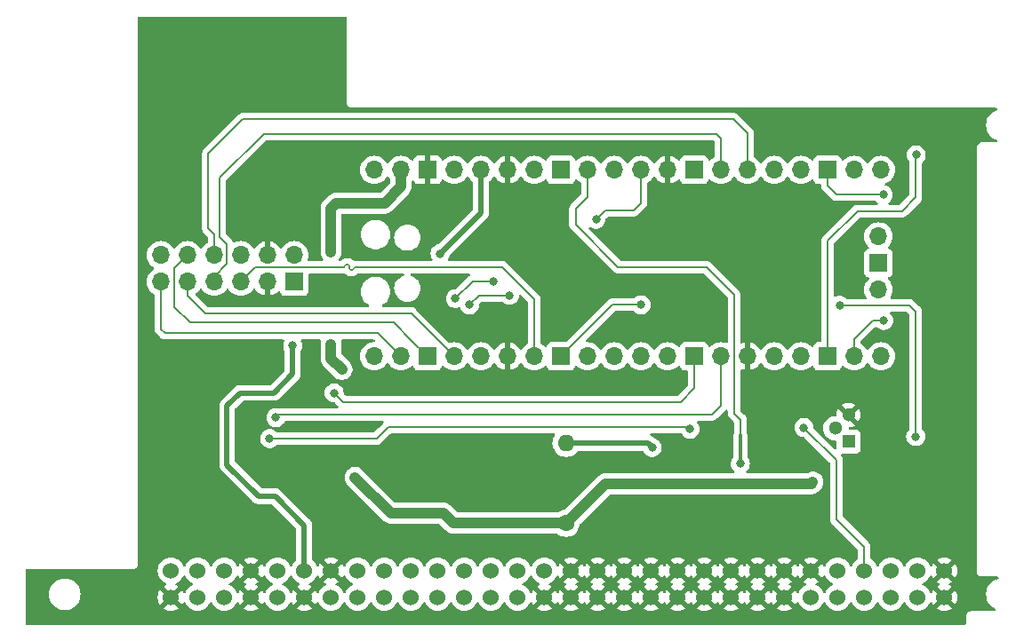
<source format=gbr>
%TF.GenerationSoftware,KiCad,Pcbnew,8.0.9-8.0.9-0~ubuntu22.04.1*%
%TF.CreationDate,2025-05-23T21:37:58-03:00*%
%TF.ProjectId,GG_LCD_DIY,47475f4c-4344-45f4-9449-592e6b696361,rev?*%
%TF.SameCoordinates,Original*%
%TF.FileFunction,Copper,L2,Bot*%
%TF.FilePolarity,Positive*%
%FSLAX46Y46*%
G04 Gerber Fmt 4.6, Leading zero omitted, Abs format (unit mm)*
G04 Created by KiCad (PCBNEW 8.0.9-8.0.9-0~ubuntu22.04.1) date 2025-05-23 21:37:58*
%MOMM*%
%LPD*%
G01*
G04 APERTURE LIST*
%TA.AperFunction,ComponentPad*%
%ADD10O,1.700000X1.700000*%
%TD*%
%TA.AperFunction,ComponentPad*%
%ADD11R,1.700000X1.700000*%
%TD*%
%TA.AperFunction,ComponentPad*%
%ADD12R,1.300000X1.300000*%
%TD*%
%TA.AperFunction,ComponentPad*%
%ADD13C,1.300000*%
%TD*%
%TA.AperFunction,ComponentPad*%
%ADD14C,1.524000*%
%TD*%
%TA.AperFunction,ComponentPad*%
%ADD15C,1.600000*%
%TD*%
%TA.AperFunction,ComponentPad*%
%ADD16O,1.600000X1.600000*%
%TD*%
%TA.AperFunction,ViaPad*%
%ADD17C,0.800000*%
%TD*%
%TA.AperFunction,Conductor*%
%ADD18C,0.500000*%
%TD*%
%TA.AperFunction,Conductor*%
%ADD19C,1.000000*%
%TD*%
%TA.AperFunction,Conductor*%
%ADD20C,0.200000*%
%TD*%
%TA.AperFunction,Conductor*%
%ADD21C,0.300000*%
%TD*%
G04 APERTURE END LIST*
D10*
%TO.P,U1,1,GPIO0*%
%TO.N,HDMI_D2+*%
X130120000Y-86900000D03*
%TO.P,U1,2,GPIO1*%
%TO.N,HDMI_D2-*%
X132660000Y-86900000D03*
D11*
%TO.P,U1,3,GPIO2*%
%TO.N,HDMI_D1+*%
X135200000Y-86900000D03*
D10*
%TO.P,U1,4,GPIO3*%
%TO.N,HDMI_D1-*%
X137740000Y-86900000D03*
%TO.P,U1,5,GPIO4*%
%TO.N,HDMI_CLK+*%
X140280000Y-86900000D03*
%TO.P,U1,6,GND*%
%TO.N,GND*%
X142820000Y-86900000D03*
%TO.P,U1,7,GPIO5*%
%TO.N,HDMI_CLK-*%
X145360000Y-86900000D03*
D11*
%TO.P,U1,8,GPIO6*%
%TO.N,LCD_RST*%
X147900000Y-86900000D03*
D10*
%TO.P,U1,9,GPIO7*%
%TO.N,LCD_D0*%
X150440000Y-86900000D03*
%TO.P,U1,10,GPIO8*%
%TO.N,LCD_D1*%
X152980000Y-86900000D03*
%TO.P,U1,11,GPIO9*%
%TO.N,LCD_D2*%
X155520000Y-86900000D03*
%TO.P,U1,12,GPIO10*%
%TO.N,LCD_D3*%
X158060000Y-86900000D03*
D11*
%TO.P,U1,13,GPIO11*%
%TO.N,Net-(J11-Pin_1)*%
X160600000Y-86900000D03*
D10*
%TO.P,U1,14,GPIO12*%
%TO.N,Net-(J10-Pin_1)*%
X163140000Y-86900000D03*
%TO.P,U1,15,GND*%
%TO.N,GND*%
X165680000Y-86900000D03*
%TO.P,U1,16,GPIO13*%
%TO.N,Net-(J12-Pin_1)*%
X168220000Y-86900000D03*
%TO.P,U1,17,GPIO14*%
%TO.N,LCD_Backlight*%
X170760000Y-86900000D03*
D11*
%TO.P,U1,18,GPIO15*%
%TO.N,Net-(J9-Pin_1)*%
X173300000Y-86900000D03*
D10*
%TO.P,U1,19,GPIO16*%
%TO.N,Net-(J2-Pin_1)*%
X175840000Y-86900000D03*
%TO.P,U1,20,GPIO17*%
%TO.N,Net-(J3-Pin_1)*%
X178380000Y-86900000D03*
%TO.P,U1,21,GPIO18*%
%TO.N,Net-(J4-Pin_1)*%
X178380000Y-69120000D03*
%TO.P,U1,22,GPIO19*%
%TO.N,Net-(J5-Pin_1)*%
X175840000Y-69120000D03*
D11*
%TO.P,U1,23,GPIO20*%
%TO.N,Net-(J7-Pin_1)*%
X173300000Y-69120000D03*
D10*
%TO.P,U1,24,GPIO21*%
%TO.N,Net-(J6-Pin_1)*%
X170760000Y-69120000D03*
%TO.P,U1,25,GPIO22*%
%TO.N,Net-(J8-Pin_1)*%
X168220000Y-69120000D03*
%TO.P,U1,26,GPIO23*%
%TO.N,HDMI_D0+*%
X165680000Y-69120000D03*
%TO.P,U1,27,GPIO24*%
%TO.N,HDMI_D0-*%
X163140000Y-69120000D03*
D11*
%TO.P,U1,28,GPIO25*%
%TO.N,LED_PIN*%
X160600000Y-69120000D03*
D10*
%TO.P,U1,29,AGND*%
%TO.N,GND*%
X158060000Y-69120000D03*
%TO.P,U1,30,GPIO26*%
%TO.N,LCD_DEN*%
X155520000Y-69120000D03*
%TO.P,U1,31,GPIO27*%
%TO.N,LCD_CLK*%
X152980000Y-69120000D03*
%TO.P,U1,32,GPIO28*%
%TO.N,FDBCK*%
X150440000Y-69120000D03*
D11*
%TO.P,U1,33,GPIO29*%
%TO.N,Net-(J1-Pin_1)*%
X147900000Y-69120000D03*
D10*
%TO.P,U1,34,RUN*%
%TO.N,unconnected-(U1-RUN-Pad34)*%
X145360000Y-69120000D03*
%TO.P,U1,35,GND*%
%TO.N,GND*%
X142820000Y-69120000D03*
%TO.P,U1,36,3V3*%
%TO.N,+3V3*%
X140280000Y-69120000D03*
%TO.P,U1,37,3V3_EN*%
%TO.N,unconnected-(U1-3V3_EN-Pad37)_1*%
X137740000Y-69120000D03*
D11*
%TO.P,U1,38,GND*%
%TO.N,GND*%
X135200000Y-69120000D03*
D10*
%TO.P,U1,39,VIN*%
%TO.N,+5V*%
X132660000Y-69120000D03*
%TO.P,U1,40,VBUS*%
%TO.N,unconnected-(U1-VBUS-Pad40)*%
X130120000Y-69120000D03*
%TO.P,U1,41,SWCLK*%
%TO.N,unconnected-(U1-SWCLK-Pad41)*%
X178150000Y-80550000D03*
D11*
%TO.P,U1,42,GND*%
%TO.N,unconnected-(U1-GND-Pad42)_1*%
X178150000Y-78010000D03*
D10*
%TO.P,U1,43,SWDIO*%
%TO.N,unconnected-(U1-SWDIO-Pad43)_1*%
X178150000Y-75470000D03*
%TD*%
D12*
%TO.P,Q2,1,C*%
%TO.N,Net-(D3-A)*%
X175300000Y-95040000D03*
D13*
%TO.P,Q2,2,B*%
%TO.N,LCD_Backlight*%
X174030000Y-93770000D03*
%TO.P,Q2,3,E*%
%TO.N,GND*%
X175300000Y-92500000D03*
%TD*%
D14*
%TO.P,J14,1,Pin_1*%
%TO.N,GND*%
X184420000Y-109900000D03*
%TO.P,J14,2,Pin_2*%
X184420000Y-107360000D03*
%TO.P,J14,3,Pin_3*%
%TO.N,+20V*%
X181880000Y-109900000D03*
%TO.P,J14,4,Pin_4*%
X181880000Y-107360000D03*
%TO.P,J14,5,Pin_5*%
%TO.N,unconnected-(J14-Pin_5-Pad5)*%
X179340000Y-109900000D03*
%TO.P,J14,6,Pin_6*%
%TO.N,unconnected-(J14-Pin_6-Pad6)*%
X179340000Y-107360000D03*
%TO.P,J14,7,Pin_7*%
%TO.N,unconnected-(J14-Pin_7-Pad7)*%
X176800000Y-109900000D03*
%TO.P,J14,8,Pin_8*%
%TO.N,LCD_RST*%
X176800000Y-107360000D03*
%TO.P,J14,9,Pin_9*%
%TO.N,unconnected-(J14-Pin_9-Pad9)*%
X174260000Y-109900000D03*
%TO.P,J14,10,Pin_10*%
%TO.N,unconnected-(J14-Pin_10-Pad10)*%
X174260000Y-107360000D03*
%TO.P,J14,11,Pin_11*%
%TO.N,unconnected-(J14-Pin_11-Pad11)*%
X171720000Y-109900000D03*
%TO.P,J14,12,Pin_12*%
%TO.N,GND*%
X171720000Y-107360000D03*
%TO.P,J14,13,Pin_13*%
X169180000Y-109900000D03*
%TO.P,J14,14,Pin_14*%
X169180000Y-107360000D03*
%TO.P,J14,15,Pin_15*%
X166640000Y-109900000D03*
%TO.P,J14,16,Pin_16*%
X166640000Y-107360000D03*
%TO.P,J14,17,Pin_17*%
X164100000Y-109900000D03*
%TO.P,J14,18,Pin_18*%
X164100000Y-107360000D03*
%TO.P,J14,19,Pin_19*%
X161560000Y-109900000D03*
%TO.P,J14,20,Pin_20*%
X161560000Y-107360000D03*
%TO.P,J14,21,Pin_21*%
X159020000Y-109900000D03*
%TO.P,J14,22,Pin_22*%
X159020000Y-107360000D03*
%TO.P,J14,23,Pin_23*%
X156480000Y-109900000D03*
%TO.P,J14,24,Pin_24*%
X156480000Y-107360000D03*
%TO.P,J14,25,Pin_25*%
X153940000Y-109900000D03*
%TO.P,J14,26,Pin_26*%
X153940000Y-107360000D03*
%TO.P,J14,27,Pin_27*%
X151400000Y-109900000D03*
%TO.P,J14,28,Pin_28*%
X151400000Y-107360000D03*
%TO.P,J14,29,Pin_29*%
X148860000Y-109900000D03*
%TO.P,J14,30,Pin_30*%
X148860000Y-107360000D03*
%TO.P,J14,31,Pin_31*%
X146320000Y-109900000D03*
%TO.P,J14,32,Pin_32*%
%TO.N,LCD_D0*%
X146320000Y-107360000D03*
%TO.P,J14,33,Pin_33*%
%TO.N,LCD_D1*%
X143780000Y-109900000D03*
%TO.P,J14,34,Pin_34*%
%TO.N,LCD_D2*%
X143780000Y-107360000D03*
%TO.P,J14,35,Pin_35*%
%TO.N,LCD_D3*%
X141240000Y-109900000D03*
%TO.P,J14,36,Pin_36*%
%TO.N,LCD_HSync*%
X141240000Y-107360000D03*
%TO.P,J14,37,Pin_37*%
%TO.N,LCD_VSync*%
X138700000Y-109900000D03*
%TO.P,J14,38,Pin_38*%
%TO.N,LCD_CLK*%
X138700000Y-107360000D03*
%TO.P,J14,39,Pin_39*%
%TO.N,unconnected-(J14-Pin_39-Pad39)*%
X136160000Y-109900000D03*
%TO.P,J14,40,Pin_40*%
%TO.N,unconnected-(J14-Pin_40-Pad40)*%
X136160000Y-107360000D03*
%TO.P,J14,41,Pin_41*%
%TO.N,+3V3*%
X133620000Y-109900000D03*
%TO.P,J14,42,Pin_42*%
X133620000Y-107360000D03*
%TO.P,J14,43,Pin_43*%
%TO.N,unconnected-(J14-Pin_43-Pad43)*%
X131080000Y-109900000D03*
%TO.P,J14,44,Pin_44*%
%TO.N,unconnected-(J14-Pin_44-Pad44)*%
X131080000Y-107360000D03*
%TO.P,J14,45,Pin_45*%
%TO.N,unconnected-(J14-Pin_45-Pad45)*%
X128540000Y-109900000D03*
%TO.P,J14,46,Pin_46*%
%TO.N,unconnected-(J14-Pin_46-Pad46)*%
X128540000Y-107360000D03*
%TO.P,J14,47,Pin_47*%
%TO.N,unconnected-(J14-Pin_47-Pad47)*%
X126000000Y-109900000D03*
%TO.P,J14,48,Pin_48*%
%TO.N,GND*%
X126000000Y-107360000D03*
%TO.P,J14,49,Pin_49*%
X123460000Y-109900000D03*
%TO.P,J14,50,Pin_50*%
%TO.N,+3V3*%
X123460000Y-107360000D03*
%TO.P,J14,51,Pin_51*%
%TO.N,unconnected-(J14-Pin_51-Pad51)*%
X120920000Y-109900000D03*
%TO.P,J14,52,Pin_52*%
%TO.N,LCD_DEN*%
X120920000Y-107360000D03*
%TO.P,J14,53,Pin_53*%
%TO.N,GND*%
X118380000Y-109900000D03*
X110760000Y-109900000D03*
%TO.P,J14,54,Pin_54*%
X118380000Y-107360000D03*
%TO.P,J14,55,Pin_55*%
%TO.N,unconnected-(J14-Pin_55-Pad55)*%
X115840000Y-109900000D03*
%TO.P,J14,56,Pin_56*%
%TO.N,unconnected-(J14-Pin_56-Pad56)*%
X115840000Y-107360000D03*
%TO.P,J14,57,Pin_57*%
%TO.N,unconnected-(J14-Pin_57-Pad57)*%
X113300000Y-109900000D03*
%TO.P,J14,58,Pin_58*%
%TO.N,unconnected-(J14-Pin_58-Pad58)*%
X113300000Y-107360000D03*
%TO.P,J14,60,Pin_60*%
%TO.N,unconnected-(J14-Pin_60-Pad60)*%
X110760000Y-107360000D03*
%TD*%
D15*
%TO.P,L1,1,1*%
%TO.N,+5V*%
X148400000Y-102810000D03*
D16*
%TO.P,L1,2,2*%
%TO.N,Net-(D3-A)*%
X148400000Y-95190000D03*
%TD*%
D11*
%TO.P,J17,1,Pin_1*%
%TO.N,+3V3*%
X122500000Y-79800000D03*
D10*
%TO.P,J17,2,Pin_2*%
X122500000Y-77260000D03*
%TO.P,J17,3,Pin_3*%
%TO.N,GND*%
X119960000Y-79800000D03*
%TO.P,J17,4,Pin_4*%
X119960000Y-77260000D03*
%TO.P,J17,5,Pin_5*%
%TO.N,HDMI_CLK-*%
X117420000Y-79800000D03*
%TO.P,J17,6,Pin_6*%
%TO.N,HDMI_CLK+*%
X117420000Y-77260000D03*
%TO.P,J17,7,Pin_7*%
%TO.N,HDMI_D0-*%
X114880000Y-79800000D03*
%TO.P,J17,8,Pin_8*%
%TO.N,HDMI_D0+*%
X114880000Y-77260000D03*
%TO.P,J17,9,Pin_9*%
%TO.N,HDMI_D1-*%
X112340000Y-79800000D03*
%TO.P,J17,10,Pin_10*%
%TO.N,HDMI_D1+*%
X112340000Y-77260000D03*
%TO.P,J17,11,Pin_11*%
%TO.N,HDMI_D2-*%
X109800000Y-79800000D03*
%TO.P,J17,12,Pin_12*%
%TO.N,HDMI_D2+*%
X109800000Y-77260000D03*
%TD*%
D17*
%TO.N,+3V3*%
X122350000Y-85900000D03*
X136400000Y-77100000D03*
%TO.N,+5V*%
X128200000Y-98400000D03*
X127050000Y-88150000D03*
%TO.N,Net-(J11-Pin_1)*%
X126300000Y-90400000D03*
%TO.N,Net-(J12-Pin_1)*%
X160200000Y-93850000D03*
%TO.N,LCD_RST*%
X155550000Y-82000000D03*
X171050000Y-93700000D03*
%TO.N,Net-(J12-Pin_1)*%
X120150000Y-94750000D03*
%TO.N,Net-(J10-Pin_1)*%
X120750000Y-92750000D03*
%TO.N,GND*%
X136150000Y-95850000D03*
%TO.N,+5V*%
X126000000Y-76950000D03*
X126000000Y-85750000D03*
%TO.N,LCD_DEN*%
X137850000Y-81400000D03*
X151250000Y-73850000D03*
X141450000Y-79750000D03*
%TO.N,+5V*%
X136700000Y-101850000D03*
%TO.N,LCD_CLK*%
X139200000Y-82000000D03*
X143000000Y-81100000D03*
%TO.N,Net-(J6-Pin_1)*%
X174450000Y-82050000D03*
%TO.N,Net-(J7-Pin_1)*%
X178600000Y-71500000D03*
%TO.N,GND*%
X185800000Y-71900000D03*
X167900000Y-102900000D03*
X185000000Y-75600000D03*
X184200000Y-72000000D03*
X162700000Y-101300000D03*
%TO.N,Net-(J2-Pin_1)*%
X178650000Y-83500000D03*
%TO.N,Net-(J6-Pin_1)*%
X181700000Y-94550000D03*
%TO.N,Net-(J9-Pin_1)*%
X181750000Y-67700000D03*
%TO.N,+5V*%
X171900000Y-98900000D03*
%TO.N,Net-(D3-A)*%
X156600000Y-95590000D03*
%TO.N,FDBCK*%
X165000000Y-97150000D03*
%TD*%
D18*
%TO.N,+3V3*%
X122350000Y-85900000D02*
X122350000Y-88600000D01*
X120550000Y-90400000D02*
X117300000Y-90400000D01*
X122350000Y-88600000D02*
X120550000Y-90400000D01*
X117300000Y-90400000D02*
X116100000Y-91600000D01*
X116100000Y-91600000D02*
X116100000Y-97250000D01*
X116100000Y-97250000D02*
X119100000Y-100250000D01*
X119100000Y-100250000D02*
X120700000Y-100250000D01*
X123460000Y-103010000D02*
X123460000Y-107360000D01*
X120700000Y-100250000D02*
X123460000Y-103010000D01*
X140280000Y-73220000D02*
X140280000Y-69120000D01*
X136400000Y-77100000D02*
X140280000Y-73220000D01*
D19*
%TO.N,+5V*%
X126000000Y-76950000D02*
X126000000Y-72800000D01*
X126000000Y-72800000D02*
X126500000Y-72300000D01*
X131100000Y-72300000D02*
X132660000Y-70740000D01*
X126500000Y-72300000D02*
X131100000Y-72300000D01*
X132660000Y-70740000D02*
X132660000Y-69120000D01*
X126000000Y-87100000D02*
X127050000Y-88150000D01*
X126000000Y-85750000D02*
X126000000Y-87100000D01*
D20*
%TO.N,Net-(J12-Pin_1)*%
X131450000Y-93650000D02*
X160000000Y-93650000D01*
X120150000Y-94750000D02*
X130350000Y-94750000D01*
X130350000Y-94750000D02*
X131450000Y-93650000D01*
X160000000Y-93650000D02*
X160200000Y-93850000D01*
%TO.N,Net-(J10-Pin_1)*%
X162300000Y-92450000D02*
X163150000Y-91600000D01*
X120750000Y-92750000D02*
X121050000Y-92450000D01*
X121050000Y-92450000D02*
X162300000Y-92450000D01*
X163150000Y-91600000D02*
X163150000Y-86910000D01*
X163150000Y-86910000D02*
X163140000Y-86900000D01*
%TO.N,Net-(J11-Pin_1)*%
X126300000Y-90400000D02*
X127150000Y-91250000D01*
X160600000Y-89950000D02*
X160600000Y-86900000D01*
X127150000Y-91250000D02*
X159300000Y-91250000D01*
X159300000Y-91250000D02*
X160600000Y-89950000D01*
%TO.N,HDMI_D0+*%
X165680000Y-69120000D02*
X165680000Y-65630000D01*
X165680000Y-65630000D02*
X164350000Y-64300000D01*
X114300000Y-67600000D02*
X114300000Y-74700000D01*
X164350000Y-64300000D02*
X117600000Y-64300000D01*
X114880000Y-75280000D02*
X114880000Y-77260000D01*
X117600000Y-64300000D02*
X114300000Y-67600000D01*
X114300000Y-74700000D02*
X114880000Y-75280000D01*
%TO.N,FDBCK*%
X150440000Y-69120000D02*
X150440000Y-71710000D01*
X150440000Y-71710000D02*
X149300000Y-72850000D01*
X149300000Y-72850000D02*
X149300000Y-74350000D01*
X149300000Y-74350000D02*
X153350000Y-78400000D01*
X153350000Y-78400000D02*
X161750000Y-78400000D01*
X161750000Y-78400000D02*
X164400000Y-81050000D01*
X164400000Y-81050000D02*
X164400000Y-92350000D01*
X164400000Y-92350000D02*
X165000000Y-92950000D01*
X165000000Y-92950000D02*
X165000000Y-94450000D01*
%TO.N,LCD_RST*%
X152800000Y-82000000D02*
X155550000Y-82000000D01*
X147900000Y-86900000D02*
X152800000Y-82000000D01*
X171050000Y-93700000D02*
X174150000Y-96800000D01*
X174150000Y-96800000D02*
X174150000Y-102450000D01*
X174150000Y-102450000D02*
X176800000Y-105100000D01*
X176800000Y-105100000D02*
X176800000Y-107360000D01*
D21*
%TO.N,FDBCK*%
X165000000Y-94450000D02*
X165000000Y-97150000D01*
D19*
%TO.N,+5V*%
X131700000Y-101850000D02*
X136700000Y-101850000D01*
X128300000Y-98450000D02*
X131700000Y-101850000D01*
D20*
%TO.N,HDMI_CLK-*%
X128430553Y-78400000D02*
X128525940Y-78400000D01*
X142300000Y-78400000D02*
X145360000Y-81460000D01*
X127880553Y-78650000D02*
X128030553Y-78650000D01*
X127755553Y-78275000D02*
X127755553Y-78400000D01*
X127480553Y-78150000D02*
X127630553Y-78150000D01*
X128280553Y-78400000D02*
X128430553Y-78400000D01*
X128155553Y-78525000D02*
G75*
G02*
X128280553Y-78399953I125047J0D01*
G01*
X127755553Y-78400000D02*
X127755553Y-78525000D01*
X128525940Y-78400000D02*
X142300000Y-78400000D01*
X145360000Y-81460000D02*
X145360000Y-86900000D01*
X128030553Y-78650000D02*
G75*
G03*
X128155600Y-78525000I47J125000D01*
G01*
X127755553Y-78525000D02*
G75*
G03*
X127880553Y-78650047I125047J0D01*
G01*
X127097693Y-78400000D02*
X127230553Y-78400000D01*
X127630553Y-78150000D02*
G75*
G02*
X127755600Y-78275000I47J-125000D01*
G01*
X127355553Y-78275000D02*
G75*
G02*
X127480553Y-78149953I125047J0D01*
G01*
X127230553Y-78400000D02*
G75*
G03*
X127355600Y-78275000I47J125000D01*
G01*
X117420000Y-79800000D02*
X118810000Y-78410000D01*
X118810000Y-78410000D02*
X122976346Y-78410000D01*
X122976346Y-78410000D02*
X122986346Y-78400000D01*
X122986346Y-78400000D02*
X126931618Y-78400000D01*
X126931618Y-78400000D02*
X127097693Y-78400000D01*
%TO.N,LCD_DEN*%
X137850000Y-81400000D02*
X139500000Y-79750000D01*
X151250000Y-73850000D02*
X152150000Y-72950000D01*
X139500000Y-79750000D02*
X141450000Y-79750000D01*
X152150000Y-72950000D02*
X154850000Y-72950000D01*
X155520000Y-72280000D02*
X155520000Y-69120000D01*
X154850000Y-72950000D02*
X155520000Y-72280000D01*
D19*
%TO.N,+5V*%
X148400000Y-102810000D02*
X152160000Y-99050000D01*
X152160000Y-99050000D02*
X171750000Y-99050000D01*
X171750000Y-99050000D02*
X171900000Y-98900000D01*
X136700000Y-101850000D02*
X137660000Y-102810000D01*
X137660000Y-102810000D02*
X148400000Y-102810000D01*
D20*
%TO.N,LCD_CLK*%
X140100000Y-81100000D02*
X143000000Y-81100000D01*
X139200000Y-82000000D02*
X140100000Y-81100000D01*
%TO.N,Net-(J6-Pin_1)*%
X181700000Y-94550000D02*
X181700000Y-82650000D01*
X181700000Y-82650000D02*
X181100000Y-82050000D01*
X181100000Y-82050000D02*
X174450000Y-82050000D01*
%TO.N,Net-(J2-Pin_1)*%
X175840000Y-85260000D02*
X175840000Y-86900000D01*
X178650000Y-83500000D02*
X177600000Y-83500000D01*
X177600000Y-83500000D02*
X175840000Y-85260000D01*
%TO.N,Net-(J7-Pin_1)*%
X178600000Y-71500000D02*
X174150000Y-71500000D01*
X173300000Y-70650000D02*
X173300000Y-69120000D01*
X174150000Y-71500000D02*
X173300000Y-70650000D01*
%TO.N,Net-(J9-Pin_1)*%
X181750000Y-67700000D02*
X181700000Y-67750000D01*
X181700000Y-67750000D02*
X181700000Y-71750000D01*
X181700000Y-71750000D02*
X180400000Y-73050000D01*
X180400000Y-73050000D02*
X176150000Y-73050000D01*
X176150000Y-73050000D02*
X173300000Y-75900000D01*
X173300000Y-75900000D02*
X173300000Y-86900000D01*
%TO.N,HDMI_D2-*%
X109800000Y-79800000D02*
X109800000Y-84300000D01*
X110200000Y-84700000D02*
X130460000Y-84700000D01*
X109800000Y-84300000D02*
X110200000Y-84700000D01*
X130460000Y-84700000D02*
X132660000Y-86900000D01*
%TO.N,HDMI_D1+*%
X112600000Y-83700000D02*
X111100000Y-82200000D01*
X133700000Y-85400000D02*
X132000000Y-83700000D01*
X135200000Y-86900000D02*
X133700000Y-85400000D01*
X132000000Y-83700000D02*
X112600000Y-83700000D01*
X111100000Y-78500000D02*
X112340000Y-77260000D01*
X111100000Y-82200000D02*
X111100000Y-78500000D01*
%TO.N,HDMI_D1-*%
X137740000Y-86900000D02*
X133640000Y-82800000D01*
X114000000Y-82800000D02*
X112340000Y-81140000D01*
X133640000Y-82800000D02*
X114000000Y-82800000D01*
X112340000Y-81140000D02*
X112340000Y-79800000D01*
%TO.N,LCD_D3*%
X158060000Y-86660000D02*
X158060000Y-86900000D01*
%TO.N,HDMI_D0-*%
X119600000Y-65700000D02*
X115400000Y-69900000D01*
X116100000Y-76200000D02*
X116100000Y-78100000D01*
X163140000Y-66140000D02*
X162700000Y-65700000D01*
X114880000Y-79320000D02*
X114880000Y-79800000D01*
X162700000Y-65700000D02*
X119600000Y-65700000D01*
X116100000Y-78100000D02*
X114880000Y-79320000D01*
X115400000Y-69900000D02*
X115400000Y-75500000D01*
X163140000Y-69120000D02*
X163140000Y-66140000D01*
X115400000Y-75500000D02*
X116100000Y-76200000D01*
D18*
%TO.N,Net-(D3-A)*%
X156200000Y-95190000D02*
X156600000Y-95590000D01*
X148400000Y-95190000D02*
X156200000Y-95190000D01*
D20*
%TO.N,FDBCK*%
X151100000Y-69360000D02*
X151160000Y-69420000D01*
%TD*%
%TA.AperFunction,Conductor*%
%TO.N,GND*%
G36*
X117914075Y-107552993D02*
G01*
X117979901Y-107667007D01*
X118072993Y-107760099D01*
X118187007Y-107825925D01*
X118250590Y-107842962D01*
X117681810Y-108411740D01*
X117746589Y-108457098D01*
X117876373Y-108517618D01*
X117928812Y-108563790D01*
X117947964Y-108630984D01*
X117927748Y-108697865D01*
X117876373Y-108742382D01*
X117746590Y-108802901D01*
X117681811Y-108848258D01*
X118250591Y-109417037D01*
X118187007Y-109434075D01*
X118072993Y-109499901D01*
X117979901Y-109592993D01*
X117914075Y-109707007D01*
X117897037Y-109770590D01*
X117328258Y-109201811D01*
X117282901Y-109266590D01*
X117222658Y-109395781D01*
X117176485Y-109448220D01*
X117109292Y-109467372D01*
X117042411Y-109447156D01*
X116997894Y-109395781D01*
X116937651Y-109266590D01*
X116937534Y-109266339D01*
X116810826Y-109085380D01*
X116654620Y-108929174D01*
X116654616Y-108929171D01*
X116654615Y-108929170D01*
X116473666Y-108802468D01*
X116473658Y-108802464D01*
X116344811Y-108742382D01*
X116292371Y-108696210D01*
X116273219Y-108629017D01*
X116293435Y-108562135D01*
X116344811Y-108517618D01*
X116399189Y-108492261D01*
X116473662Y-108457534D01*
X116654620Y-108330826D01*
X116810826Y-108174620D01*
X116937534Y-107993662D01*
X116997894Y-107864218D01*
X117044066Y-107811779D01*
X117111259Y-107792627D01*
X117178141Y-107812843D01*
X117222658Y-107864219D01*
X117282898Y-107993405D01*
X117282901Y-107993411D01*
X117328258Y-108058187D01*
X117328258Y-108058188D01*
X117897037Y-107489409D01*
X117914075Y-107552993D01*
G37*
%TD.AperFunction*%
%TA.AperFunction,Conductor*%
G36*
X122257865Y-107813435D02*
G01*
X122302382Y-107864811D01*
X122362464Y-107993658D01*
X122362468Y-107993666D01*
X122489170Y-108174615D01*
X122489175Y-108174621D01*
X122645378Y-108330824D01*
X122645384Y-108330829D01*
X122826333Y-108457531D01*
X122826335Y-108457532D01*
X122826338Y-108457534D01*
X122900811Y-108492261D01*
X122955781Y-108517894D01*
X123008220Y-108564066D01*
X123027372Y-108631260D01*
X123007156Y-108698141D01*
X122955781Y-108742658D01*
X122826590Y-108802901D01*
X122761811Y-108848258D01*
X123330591Y-109417037D01*
X123267007Y-109434075D01*
X123152993Y-109499901D01*
X123059901Y-109592993D01*
X122994075Y-109707007D01*
X122977037Y-109770590D01*
X122408258Y-109201811D01*
X122362901Y-109266590D01*
X122302658Y-109395781D01*
X122256485Y-109448220D01*
X122189292Y-109467372D01*
X122122411Y-109447156D01*
X122077894Y-109395781D01*
X122017651Y-109266590D01*
X122017534Y-109266339D01*
X121890826Y-109085380D01*
X121734620Y-108929174D01*
X121734616Y-108929171D01*
X121734615Y-108929170D01*
X121553666Y-108802468D01*
X121553658Y-108802464D01*
X121424811Y-108742382D01*
X121372371Y-108696210D01*
X121353219Y-108629017D01*
X121373435Y-108562135D01*
X121424811Y-108517618D01*
X121479189Y-108492261D01*
X121553662Y-108457534D01*
X121734620Y-108330826D01*
X121890826Y-108174620D01*
X122017534Y-107993662D01*
X122077618Y-107864811D01*
X122123790Y-107812371D01*
X122190983Y-107793219D01*
X122257865Y-107813435D01*
G37*
%TD.AperFunction*%
%TA.AperFunction,Conductor*%
G36*
X145117865Y-107813435D02*
G01*
X145162382Y-107864811D01*
X145222464Y-107993658D01*
X145222468Y-107993666D01*
X145349170Y-108174615D01*
X145349175Y-108174621D01*
X145505378Y-108330824D01*
X145505384Y-108330829D01*
X145686333Y-108457531D01*
X145686335Y-108457532D01*
X145686338Y-108457534D01*
X145760811Y-108492261D01*
X145815781Y-108517894D01*
X145868220Y-108564066D01*
X145887372Y-108631260D01*
X145867156Y-108698141D01*
X145815781Y-108742658D01*
X145686590Y-108802901D01*
X145621811Y-108848258D01*
X146190591Y-109417037D01*
X146127007Y-109434075D01*
X146012993Y-109499901D01*
X145919901Y-109592993D01*
X145854075Y-109707007D01*
X145837037Y-109770590D01*
X145268258Y-109201811D01*
X145222901Y-109266590D01*
X145162658Y-109395781D01*
X145116485Y-109448220D01*
X145049292Y-109467372D01*
X144982411Y-109447156D01*
X144937894Y-109395781D01*
X144877651Y-109266590D01*
X144877534Y-109266339D01*
X144750826Y-109085380D01*
X144594620Y-108929174D01*
X144594616Y-108929171D01*
X144594615Y-108929170D01*
X144413666Y-108802468D01*
X144413658Y-108802464D01*
X144284811Y-108742382D01*
X144232371Y-108696210D01*
X144213219Y-108629017D01*
X144233435Y-108562135D01*
X144284811Y-108517618D01*
X144339189Y-108492261D01*
X144413662Y-108457534D01*
X144594620Y-108330826D01*
X144750826Y-108174620D01*
X144877534Y-107993662D01*
X144937618Y-107864811D01*
X144983790Y-107812371D01*
X145050983Y-107793219D01*
X145117865Y-107813435D01*
G37*
%TD.AperFunction*%
%TA.AperFunction,Conductor*%
G36*
X148394075Y-107552993D02*
G01*
X148459901Y-107667007D01*
X148552993Y-107760099D01*
X148667007Y-107825925D01*
X148730590Y-107842962D01*
X148161810Y-108411740D01*
X148226589Y-108457098D01*
X148356373Y-108517618D01*
X148408812Y-108563790D01*
X148427964Y-108630984D01*
X148407748Y-108697865D01*
X148356373Y-108742382D01*
X148226590Y-108802901D01*
X148161811Y-108848258D01*
X148730591Y-109417037D01*
X148667007Y-109434075D01*
X148552993Y-109499901D01*
X148459901Y-109592993D01*
X148394075Y-109707007D01*
X148377037Y-109770590D01*
X147808258Y-109201811D01*
X147762901Y-109266590D01*
X147702382Y-109396373D01*
X147656209Y-109448812D01*
X147589016Y-109467964D01*
X147522135Y-109447748D01*
X147477618Y-109396373D01*
X147417096Y-109266586D01*
X147371741Y-109201811D01*
X147371740Y-109201810D01*
X146802962Y-109770589D01*
X146785925Y-109707007D01*
X146720099Y-109592993D01*
X146627007Y-109499901D01*
X146512993Y-109434075D01*
X146449409Y-109417037D01*
X147018188Y-108848258D01*
X146953411Y-108802901D01*
X146953405Y-108802898D01*
X146824219Y-108742658D01*
X146771779Y-108696486D01*
X146752627Y-108629293D01*
X146772843Y-108562411D01*
X146824219Y-108517894D01*
X146825407Y-108517340D01*
X146953662Y-108457534D01*
X147134620Y-108330826D01*
X147290826Y-108174620D01*
X147417534Y-107993662D01*
X147477894Y-107864218D01*
X147524066Y-107811779D01*
X147591259Y-107792627D01*
X147658141Y-107812843D01*
X147702658Y-107864219D01*
X147762898Y-107993405D01*
X147762901Y-107993411D01*
X147808258Y-108058187D01*
X147808258Y-108058188D01*
X148377037Y-107489409D01*
X148394075Y-107552993D01*
G37*
%TD.AperFunction*%
%TA.AperFunction,Conductor*%
G36*
X150934075Y-107552993D02*
G01*
X150999901Y-107667007D01*
X151092993Y-107760099D01*
X151207007Y-107825925D01*
X151270590Y-107842962D01*
X150701810Y-108411740D01*
X150766589Y-108457098D01*
X150896373Y-108517618D01*
X150948812Y-108563790D01*
X150967964Y-108630984D01*
X150947748Y-108697865D01*
X150896373Y-108742382D01*
X150766590Y-108802901D01*
X150701811Y-108848258D01*
X151270591Y-109417037D01*
X151207007Y-109434075D01*
X151092993Y-109499901D01*
X150999901Y-109592993D01*
X150934075Y-109707007D01*
X150917037Y-109770590D01*
X150348258Y-109201811D01*
X150302901Y-109266590D01*
X150242382Y-109396373D01*
X150196209Y-109448812D01*
X150129016Y-109467964D01*
X150062135Y-109447748D01*
X150017618Y-109396373D01*
X149957096Y-109266586D01*
X149911741Y-109201811D01*
X149911740Y-109201810D01*
X149342962Y-109770589D01*
X149325925Y-109707007D01*
X149260099Y-109592993D01*
X149167007Y-109499901D01*
X149052993Y-109434075D01*
X148989409Y-109417037D01*
X149558188Y-108848258D01*
X149493411Y-108802901D01*
X149493405Y-108802898D01*
X149363627Y-108742382D01*
X149311187Y-108696210D01*
X149292035Y-108629017D01*
X149312251Y-108562135D01*
X149363627Y-108517618D01*
X149493407Y-108457100D01*
X149493417Y-108457094D01*
X149558188Y-108411741D01*
X148989410Y-107842962D01*
X149052993Y-107825925D01*
X149167007Y-107760099D01*
X149260099Y-107667007D01*
X149325925Y-107552993D01*
X149342962Y-107489409D01*
X149911741Y-108058188D01*
X149957094Y-107993417D01*
X149957100Y-107993407D01*
X150017618Y-107863627D01*
X150063790Y-107811187D01*
X150130983Y-107792035D01*
X150197865Y-107812251D01*
X150242382Y-107863627D01*
X150302898Y-107993405D01*
X150302901Y-107993411D01*
X150348258Y-108058187D01*
X150348258Y-108058188D01*
X150917037Y-107489409D01*
X150934075Y-107552993D01*
G37*
%TD.AperFunction*%
%TA.AperFunction,Conductor*%
G36*
X153474075Y-107552993D02*
G01*
X153539901Y-107667007D01*
X153632993Y-107760099D01*
X153747007Y-107825925D01*
X153810590Y-107842962D01*
X153241810Y-108411740D01*
X153306589Y-108457098D01*
X153436373Y-108517618D01*
X153488812Y-108563790D01*
X153507964Y-108630984D01*
X153487748Y-108697865D01*
X153436373Y-108742382D01*
X153306590Y-108802901D01*
X153241811Y-108848258D01*
X153810591Y-109417037D01*
X153747007Y-109434075D01*
X153632993Y-109499901D01*
X153539901Y-109592993D01*
X153474075Y-109707007D01*
X153457037Y-109770590D01*
X152888258Y-109201811D01*
X152842901Y-109266590D01*
X152782382Y-109396373D01*
X152736209Y-109448812D01*
X152669016Y-109467964D01*
X152602135Y-109447748D01*
X152557618Y-109396373D01*
X152497096Y-109266586D01*
X152451741Y-109201811D01*
X152451740Y-109201810D01*
X151882962Y-109770589D01*
X151865925Y-109707007D01*
X151800099Y-109592993D01*
X151707007Y-109499901D01*
X151592993Y-109434075D01*
X151529409Y-109417037D01*
X152098188Y-108848258D01*
X152033411Y-108802901D01*
X152033405Y-108802898D01*
X151903627Y-108742382D01*
X151851187Y-108696210D01*
X151832035Y-108629017D01*
X151852251Y-108562135D01*
X151903627Y-108517618D01*
X152033407Y-108457100D01*
X152033417Y-108457094D01*
X152098188Y-108411741D01*
X151529410Y-107842962D01*
X151592993Y-107825925D01*
X151707007Y-107760099D01*
X151800099Y-107667007D01*
X151865925Y-107552993D01*
X151882962Y-107489409D01*
X152451741Y-108058188D01*
X152497094Y-107993417D01*
X152497100Y-107993407D01*
X152557618Y-107863627D01*
X152603790Y-107811187D01*
X152670983Y-107792035D01*
X152737865Y-107812251D01*
X152782382Y-107863627D01*
X152842898Y-107993405D01*
X152842901Y-107993411D01*
X152888258Y-108058187D01*
X152888258Y-108058188D01*
X153457037Y-107489409D01*
X153474075Y-107552993D01*
G37*
%TD.AperFunction*%
%TA.AperFunction,Conductor*%
G36*
X156014075Y-107552993D02*
G01*
X156079901Y-107667007D01*
X156172993Y-107760099D01*
X156287007Y-107825925D01*
X156350590Y-107842962D01*
X155781810Y-108411740D01*
X155846589Y-108457098D01*
X155976373Y-108517618D01*
X156028812Y-108563790D01*
X156047964Y-108630984D01*
X156027748Y-108697865D01*
X155976373Y-108742382D01*
X155846590Y-108802901D01*
X155781811Y-108848258D01*
X156350591Y-109417037D01*
X156287007Y-109434075D01*
X156172993Y-109499901D01*
X156079901Y-109592993D01*
X156014075Y-109707007D01*
X155997037Y-109770590D01*
X155428258Y-109201811D01*
X155382901Y-109266590D01*
X155322382Y-109396373D01*
X155276209Y-109448812D01*
X155209016Y-109467964D01*
X155142135Y-109447748D01*
X155097618Y-109396373D01*
X155037096Y-109266586D01*
X154991741Y-109201811D01*
X154991740Y-109201810D01*
X154422962Y-109770589D01*
X154405925Y-109707007D01*
X154340099Y-109592993D01*
X154247007Y-109499901D01*
X154132993Y-109434075D01*
X154069409Y-109417037D01*
X154638188Y-108848258D01*
X154573411Y-108802901D01*
X154573405Y-108802898D01*
X154443627Y-108742382D01*
X154391187Y-108696210D01*
X154372035Y-108629017D01*
X154392251Y-108562135D01*
X154443627Y-108517618D01*
X154573407Y-108457100D01*
X154573417Y-108457094D01*
X154638188Y-108411741D01*
X154069410Y-107842962D01*
X154132993Y-107825925D01*
X154247007Y-107760099D01*
X154340099Y-107667007D01*
X154405925Y-107552993D01*
X154422962Y-107489409D01*
X154991741Y-108058188D01*
X155037094Y-107993417D01*
X155037100Y-107993407D01*
X155097618Y-107863627D01*
X155143790Y-107811187D01*
X155210983Y-107792035D01*
X155277865Y-107812251D01*
X155322382Y-107863627D01*
X155382898Y-107993405D01*
X155382901Y-107993411D01*
X155428258Y-108058187D01*
X155428258Y-108058188D01*
X155997037Y-107489409D01*
X156014075Y-107552993D01*
G37*
%TD.AperFunction*%
%TA.AperFunction,Conductor*%
G36*
X158554075Y-107552993D02*
G01*
X158619901Y-107667007D01*
X158712993Y-107760099D01*
X158827007Y-107825925D01*
X158890590Y-107842962D01*
X158321810Y-108411740D01*
X158386589Y-108457098D01*
X158516373Y-108517618D01*
X158568812Y-108563790D01*
X158587964Y-108630984D01*
X158567748Y-108697865D01*
X158516373Y-108742382D01*
X158386590Y-108802901D01*
X158321811Y-108848258D01*
X158890591Y-109417037D01*
X158827007Y-109434075D01*
X158712993Y-109499901D01*
X158619901Y-109592993D01*
X158554075Y-109707007D01*
X158537037Y-109770590D01*
X157968258Y-109201811D01*
X157922901Y-109266590D01*
X157862382Y-109396373D01*
X157816209Y-109448812D01*
X157749016Y-109467964D01*
X157682135Y-109447748D01*
X157637618Y-109396373D01*
X157577096Y-109266586D01*
X157531741Y-109201811D01*
X157531740Y-109201810D01*
X156962962Y-109770589D01*
X156945925Y-109707007D01*
X156880099Y-109592993D01*
X156787007Y-109499901D01*
X156672993Y-109434075D01*
X156609409Y-109417037D01*
X157178188Y-108848258D01*
X157113411Y-108802901D01*
X157113405Y-108802898D01*
X156983627Y-108742382D01*
X156931187Y-108696210D01*
X156912035Y-108629017D01*
X156932251Y-108562135D01*
X156983627Y-108517618D01*
X157113407Y-108457100D01*
X157113417Y-108457094D01*
X157178188Y-108411741D01*
X156609410Y-107842962D01*
X156672993Y-107825925D01*
X156787007Y-107760099D01*
X156880099Y-107667007D01*
X156945925Y-107552993D01*
X156962962Y-107489409D01*
X157531741Y-108058188D01*
X157577094Y-107993417D01*
X157577100Y-107993407D01*
X157637618Y-107863627D01*
X157683790Y-107811187D01*
X157750983Y-107792035D01*
X157817865Y-107812251D01*
X157862382Y-107863627D01*
X157922898Y-107993405D01*
X157922901Y-107993411D01*
X157968258Y-108058187D01*
X157968258Y-108058188D01*
X158537037Y-107489409D01*
X158554075Y-107552993D01*
G37*
%TD.AperFunction*%
%TA.AperFunction,Conductor*%
G36*
X161094075Y-107552993D02*
G01*
X161159901Y-107667007D01*
X161252993Y-107760099D01*
X161367007Y-107825925D01*
X161430590Y-107842962D01*
X160861810Y-108411740D01*
X160926589Y-108457098D01*
X161056373Y-108517618D01*
X161108812Y-108563790D01*
X161127964Y-108630984D01*
X161107748Y-108697865D01*
X161056373Y-108742382D01*
X160926590Y-108802901D01*
X160861811Y-108848258D01*
X161430591Y-109417037D01*
X161367007Y-109434075D01*
X161252993Y-109499901D01*
X161159901Y-109592993D01*
X161094075Y-109707007D01*
X161077037Y-109770590D01*
X160508258Y-109201811D01*
X160462901Y-109266590D01*
X160402382Y-109396373D01*
X160356209Y-109448812D01*
X160289016Y-109467964D01*
X160222135Y-109447748D01*
X160177618Y-109396373D01*
X160117096Y-109266586D01*
X160071741Y-109201811D01*
X160071740Y-109201810D01*
X159502962Y-109770589D01*
X159485925Y-109707007D01*
X159420099Y-109592993D01*
X159327007Y-109499901D01*
X159212993Y-109434075D01*
X159149409Y-109417037D01*
X159718188Y-108848258D01*
X159653411Y-108802901D01*
X159653405Y-108802898D01*
X159523627Y-108742382D01*
X159471187Y-108696210D01*
X159452035Y-108629017D01*
X159472251Y-108562135D01*
X159523627Y-108517618D01*
X159653407Y-108457100D01*
X159653417Y-108457094D01*
X159718188Y-108411741D01*
X159149410Y-107842962D01*
X159212993Y-107825925D01*
X159327007Y-107760099D01*
X159420099Y-107667007D01*
X159485925Y-107552993D01*
X159502962Y-107489409D01*
X160071741Y-108058188D01*
X160117094Y-107993417D01*
X160117100Y-107993407D01*
X160177618Y-107863627D01*
X160223790Y-107811187D01*
X160290983Y-107792035D01*
X160357865Y-107812251D01*
X160402382Y-107863627D01*
X160462898Y-107993405D01*
X160462901Y-107993411D01*
X160508258Y-108058187D01*
X160508258Y-108058188D01*
X161077037Y-107489409D01*
X161094075Y-107552993D01*
G37*
%TD.AperFunction*%
%TA.AperFunction,Conductor*%
G36*
X163634075Y-107552993D02*
G01*
X163699901Y-107667007D01*
X163792993Y-107760099D01*
X163907007Y-107825925D01*
X163970590Y-107842962D01*
X163401810Y-108411740D01*
X163466589Y-108457098D01*
X163596373Y-108517618D01*
X163648812Y-108563790D01*
X163667964Y-108630984D01*
X163647748Y-108697865D01*
X163596373Y-108742382D01*
X163466590Y-108802901D01*
X163401811Y-108848258D01*
X163970591Y-109417037D01*
X163907007Y-109434075D01*
X163792993Y-109499901D01*
X163699901Y-109592993D01*
X163634075Y-109707007D01*
X163617037Y-109770590D01*
X163048258Y-109201811D01*
X163002901Y-109266590D01*
X162942382Y-109396373D01*
X162896209Y-109448812D01*
X162829016Y-109467964D01*
X162762135Y-109447748D01*
X162717618Y-109396373D01*
X162657096Y-109266586D01*
X162611741Y-109201811D01*
X162611740Y-109201810D01*
X162042962Y-109770589D01*
X162025925Y-109707007D01*
X161960099Y-109592993D01*
X161867007Y-109499901D01*
X161752993Y-109434075D01*
X161689409Y-109417037D01*
X162258188Y-108848258D01*
X162193411Y-108802901D01*
X162193405Y-108802898D01*
X162063627Y-108742382D01*
X162011187Y-108696210D01*
X161992035Y-108629017D01*
X162012251Y-108562135D01*
X162063627Y-108517618D01*
X162193407Y-108457100D01*
X162193417Y-108457094D01*
X162258188Y-108411741D01*
X161689410Y-107842962D01*
X161752993Y-107825925D01*
X161867007Y-107760099D01*
X161960099Y-107667007D01*
X162025925Y-107552993D01*
X162042962Y-107489409D01*
X162611741Y-108058188D01*
X162657094Y-107993417D01*
X162657100Y-107993407D01*
X162717618Y-107863627D01*
X162763790Y-107811187D01*
X162830983Y-107792035D01*
X162897865Y-107812251D01*
X162942382Y-107863627D01*
X163002898Y-107993405D01*
X163002901Y-107993411D01*
X163048258Y-108058187D01*
X163048258Y-108058188D01*
X163617037Y-107489409D01*
X163634075Y-107552993D01*
G37*
%TD.AperFunction*%
%TA.AperFunction,Conductor*%
G36*
X166174075Y-107552993D02*
G01*
X166239901Y-107667007D01*
X166332993Y-107760099D01*
X166447007Y-107825925D01*
X166510590Y-107842962D01*
X165941810Y-108411740D01*
X166006589Y-108457098D01*
X166136373Y-108517618D01*
X166188812Y-108563790D01*
X166207964Y-108630984D01*
X166187748Y-108697865D01*
X166136373Y-108742382D01*
X166006590Y-108802901D01*
X165941811Y-108848258D01*
X166510591Y-109417037D01*
X166447007Y-109434075D01*
X166332993Y-109499901D01*
X166239901Y-109592993D01*
X166174075Y-109707007D01*
X166157037Y-109770590D01*
X165588258Y-109201811D01*
X165542901Y-109266590D01*
X165482382Y-109396373D01*
X165436209Y-109448812D01*
X165369016Y-109467964D01*
X165302135Y-109447748D01*
X165257618Y-109396373D01*
X165197096Y-109266586D01*
X165151741Y-109201811D01*
X165151740Y-109201810D01*
X164582962Y-109770589D01*
X164565925Y-109707007D01*
X164500099Y-109592993D01*
X164407007Y-109499901D01*
X164292993Y-109434075D01*
X164229409Y-109417037D01*
X164798188Y-108848258D01*
X164733411Y-108802901D01*
X164733405Y-108802898D01*
X164603627Y-108742382D01*
X164551187Y-108696210D01*
X164532035Y-108629017D01*
X164552251Y-108562135D01*
X164603627Y-108517618D01*
X164733407Y-108457100D01*
X164733417Y-108457094D01*
X164798188Y-108411741D01*
X164229410Y-107842962D01*
X164292993Y-107825925D01*
X164407007Y-107760099D01*
X164500099Y-107667007D01*
X164565925Y-107552993D01*
X164582962Y-107489409D01*
X165151741Y-108058188D01*
X165197094Y-107993417D01*
X165197100Y-107993407D01*
X165257618Y-107863627D01*
X165303790Y-107811187D01*
X165370983Y-107792035D01*
X165437865Y-107812251D01*
X165482382Y-107863627D01*
X165542898Y-107993405D01*
X165542901Y-107993411D01*
X165588258Y-108058187D01*
X165588258Y-108058188D01*
X166157037Y-107489409D01*
X166174075Y-107552993D01*
G37*
%TD.AperFunction*%
%TA.AperFunction,Conductor*%
G36*
X168714075Y-107552993D02*
G01*
X168779901Y-107667007D01*
X168872993Y-107760099D01*
X168987007Y-107825925D01*
X169050590Y-107842962D01*
X168481810Y-108411740D01*
X168546589Y-108457098D01*
X168676373Y-108517618D01*
X168728812Y-108563790D01*
X168747964Y-108630984D01*
X168727748Y-108697865D01*
X168676373Y-108742382D01*
X168546590Y-108802901D01*
X168481811Y-108848258D01*
X169050591Y-109417037D01*
X168987007Y-109434075D01*
X168872993Y-109499901D01*
X168779901Y-109592993D01*
X168714075Y-109707007D01*
X168697037Y-109770590D01*
X168128258Y-109201811D01*
X168082901Y-109266590D01*
X168022382Y-109396373D01*
X167976209Y-109448812D01*
X167909016Y-109467964D01*
X167842135Y-109447748D01*
X167797618Y-109396373D01*
X167737096Y-109266586D01*
X167691741Y-109201811D01*
X167691740Y-109201810D01*
X167122962Y-109770589D01*
X167105925Y-109707007D01*
X167040099Y-109592993D01*
X166947007Y-109499901D01*
X166832993Y-109434075D01*
X166769409Y-109417037D01*
X167338188Y-108848258D01*
X167273411Y-108802901D01*
X167273405Y-108802898D01*
X167143627Y-108742382D01*
X167091187Y-108696210D01*
X167072035Y-108629017D01*
X167092251Y-108562135D01*
X167143627Y-108517618D01*
X167273407Y-108457100D01*
X167273417Y-108457094D01*
X167338188Y-108411741D01*
X166769410Y-107842962D01*
X166832993Y-107825925D01*
X166947007Y-107760099D01*
X167040099Y-107667007D01*
X167105925Y-107552993D01*
X167122962Y-107489409D01*
X167691741Y-108058188D01*
X167737094Y-107993417D01*
X167737100Y-107993407D01*
X167797618Y-107863627D01*
X167843790Y-107811187D01*
X167910983Y-107792035D01*
X167977865Y-107812251D01*
X168022382Y-107863627D01*
X168082898Y-107993405D01*
X168082901Y-107993411D01*
X168128258Y-108058187D01*
X168128258Y-108058188D01*
X168697037Y-107489409D01*
X168714075Y-107552993D01*
G37*
%TD.AperFunction*%
%TA.AperFunction,Conductor*%
G36*
X183954075Y-107552993D02*
G01*
X184019901Y-107667007D01*
X184112993Y-107760099D01*
X184227007Y-107825925D01*
X184290590Y-107842962D01*
X183721810Y-108411740D01*
X183786589Y-108457098D01*
X183916373Y-108517618D01*
X183968812Y-108563790D01*
X183987964Y-108630984D01*
X183967748Y-108697865D01*
X183916373Y-108742382D01*
X183786590Y-108802901D01*
X183721811Y-108848258D01*
X184290591Y-109417037D01*
X184227007Y-109434075D01*
X184112993Y-109499901D01*
X184019901Y-109592993D01*
X183954075Y-109707007D01*
X183937037Y-109770590D01*
X183368258Y-109201811D01*
X183322901Y-109266590D01*
X183262658Y-109395781D01*
X183216485Y-109448220D01*
X183149292Y-109467372D01*
X183082411Y-109447156D01*
X183037894Y-109395781D01*
X182977651Y-109266590D01*
X182977534Y-109266339D01*
X182850826Y-109085380D01*
X182694620Y-108929174D01*
X182694616Y-108929171D01*
X182694615Y-108929170D01*
X182513666Y-108802468D01*
X182513658Y-108802464D01*
X182384811Y-108742382D01*
X182332371Y-108696210D01*
X182313219Y-108629017D01*
X182333435Y-108562135D01*
X182384811Y-108517618D01*
X182439189Y-108492261D01*
X182513662Y-108457534D01*
X182694620Y-108330826D01*
X182850826Y-108174620D01*
X182977534Y-107993662D01*
X183037894Y-107864218D01*
X183084066Y-107811779D01*
X183151259Y-107792627D01*
X183218141Y-107812843D01*
X183262658Y-107864219D01*
X183322898Y-107993405D01*
X183322901Y-107993411D01*
X183368258Y-108058187D01*
X183368258Y-108058188D01*
X183937037Y-107489409D01*
X183954075Y-107552993D01*
G37*
%TD.AperFunction*%
%TA.AperFunction,Conductor*%
G36*
X112097865Y-107813435D02*
G01*
X112142382Y-107864811D01*
X112202464Y-107993658D01*
X112202468Y-107993666D01*
X112329170Y-108174615D01*
X112329175Y-108174621D01*
X112485378Y-108330824D01*
X112485384Y-108330829D01*
X112666333Y-108457531D01*
X112666335Y-108457532D01*
X112666338Y-108457534D01*
X112740811Y-108492261D01*
X112795189Y-108517618D01*
X112847628Y-108563790D01*
X112866780Y-108630984D01*
X112846564Y-108697865D01*
X112795189Y-108742382D01*
X112666340Y-108802465D01*
X112666338Y-108802466D01*
X112485377Y-108929175D01*
X112329175Y-109085377D01*
X112202467Y-109266337D01*
X112142105Y-109395782D01*
X112095932Y-109448221D01*
X112028738Y-109467372D01*
X111961857Y-109447156D01*
X111917341Y-109395780D01*
X111857098Y-109266589D01*
X111857097Y-109266587D01*
X111811741Y-109201811D01*
X111811740Y-109201810D01*
X111242962Y-109770589D01*
X111225925Y-109707007D01*
X111160099Y-109592993D01*
X111067007Y-109499901D01*
X110952993Y-109434075D01*
X110889409Y-109417037D01*
X111458188Y-108848258D01*
X111393411Y-108802901D01*
X111393405Y-108802898D01*
X111264219Y-108742658D01*
X111211779Y-108696486D01*
X111192627Y-108629293D01*
X111212843Y-108562411D01*
X111264219Y-108517894D01*
X111265407Y-108517340D01*
X111393662Y-108457534D01*
X111574620Y-108330826D01*
X111730826Y-108174620D01*
X111857534Y-107993662D01*
X111917618Y-107864811D01*
X111963790Y-107812371D01*
X112030983Y-107793219D01*
X112097865Y-107813435D01*
G37*
%TD.AperFunction*%
%TA.AperFunction,Conductor*%
G36*
X119431741Y-108058188D02*
G01*
X119477094Y-107993417D01*
X119477095Y-107993416D01*
X119537340Y-107864219D01*
X119583512Y-107811780D01*
X119650706Y-107792627D01*
X119717587Y-107812842D01*
X119762105Y-107864218D01*
X119822466Y-107993662D01*
X119822468Y-107993666D01*
X119949170Y-108174615D01*
X119949175Y-108174621D01*
X120105378Y-108330824D01*
X120105384Y-108330829D01*
X120286333Y-108457531D01*
X120286335Y-108457532D01*
X120286338Y-108457534D01*
X120360811Y-108492261D01*
X120415189Y-108517618D01*
X120467628Y-108563790D01*
X120486780Y-108630984D01*
X120466564Y-108697865D01*
X120415189Y-108742382D01*
X120286340Y-108802465D01*
X120286338Y-108802466D01*
X120105377Y-108929175D01*
X119949175Y-109085377D01*
X119822467Y-109266337D01*
X119762105Y-109395782D01*
X119715932Y-109448221D01*
X119648738Y-109467372D01*
X119581857Y-109447156D01*
X119537341Y-109395780D01*
X119477098Y-109266589D01*
X119477097Y-109266587D01*
X119431741Y-109201811D01*
X119431740Y-109201810D01*
X118862962Y-109770589D01*
X118845925Y-109707007D01*
X118780099Y-109592993D01*
X118687007Y-109499901D01*
X118572993Y-109434075D01*
X118509409Y-109417037D01*
X119078188Y-108848258D01*
X119013411Y-108802901D01*
X119013405Y-108802898D01*
X118883627Y-108742382D01*
X118831187Y-108696210D01*
X118812035Y-108629017D01*
X118832251Y-108562135D01*
X118883627Y-108517618D01*
X119013407Y-108457100D01*
X119013417Y-108457094D01*
X119078188Y-108411741D01*
X118509410Y-107842962D01*
X118572993Y-107825925D01*
X118687007Y-107760099D01*
X118780099Y-107667007D01*
X118845925Y-107552993D01*
X118862962Y-107489409D01*
X119431741Y-108058188D01*
G37*
%TD.AperFunction*%
%TA.AperFunction,Conductor*%
G36*
X125534075Y-107552993D02*
G01*
X125599901Y-107667007D01*
X125692993Y-107760099D01*
X125807007Y-107825925D01*
X125870590Y-107842962D01*
X125301810Y-108411740D01*
X125366589Y-108457098D01*
X125495781Y-108517342D01*
X125548220Y-108563514D01*
X125567372Y-108630708D01*
X125547156Y-108697589D01*
X125495781Y-108742106D01*
X125366340Y-108802465D01*
X125366338Y-108802466D01*
X125185377Y-108929175D01*
X125029175Y-109085377D01*
X124902467Y-109266337D01*
X124842105Y-109395782D01*
X124795932Y-109448221D01*
X124728738Y-109467372D01*
X124661857Y-109447156D01*
X124617341Y-109395780D01*
X124557098Y-109266589D01*
X124557097Y-109266587D01*
X124511741Y-109201811D01*
X124511740Y-109201810D01*
X123942962Y-109770589D01*
X123925925Y-109707007D01*
X123860099Y-109592993D01*
X123767007Y-109499901D01*
X123652993Y-109434075D01*
X123589409Y-109417037D01*
X124158188Y-108848258D01*
X124093411Y-108802901D01*
X124093405Y-108802898D01*
X123964219Y-108742658D01*
X123911779Y-108696486D01*
X123892627Y-108629293D01*
X123912843Y-108562411D01*
X123964219Y-108517894D01*
X123965407Y-108517340D01*
X124093662Y-108457534D01*
X124274620Y-108330826D01*
X124430826Y-108174620D01*
X124557534Y-107993662D01*
X124617894Y-107864218D01*
X124664066Y-107811779D01*
X124731259Y-107792627D01*
X124798141Y-107812843D01*
X124842658Y-107864219D01*
X124902898Y-107993405D01*
X124902901Y-107993411D01*
X124948258Y-108058187D01*
X124948258Y-108058188D01*
X125517037Y-107489409D01*
X125534075Y-107552993D01*
G37*
%TD.AperFunction*%
%TA.AperFunction,Conductor*%
G36*
X171254075Y-107552993D02*
G01*
X171319901Y-107667007D01*
X171412993Y-107760099D01*
X171527007Y-107825925D01*
X171590590Y-107842962D01*
X171021810Y-108411740D01*
X171086589Y-108457098D01*
X171215781Y-108517342D01*
X171268220Y-108563514D01*
X171287372Y-108630708D01*
X171267156Y-108697589D01*
X171215781Y-108742106D01*
X171086340Y-108802465D01*
X171086338Y-108802466D01*
X170905377Y-108929175D01*
X170749175Y-109085377D01*
X170622467Y-109266337D01*
X170562105Y-109395782D01*
X170515932Y-109448221D01*
X170448738Y-109467372D01*
X170381857Y-109447156D01*
X170337341Y-109395780D01*
X170277098Y-109266589D01*
X170277097Y-109266587D01*
X170231741Y-109201811D01*
X170231740Y-109201810D01*
X169662962Y-109770589D01*
X169645925Y-109707007D01*
X169580099Y-109592993D01*
X169487007Y-109499901D01*
X169372993Y-109434075D01*
X169309409Y-109417037D01*
X169878188Y-108848258D01*
X169813411Y-108802901D01*
X169813405Y-108802898D01*
X169683627Y-108742382D01*
X169631187Y-108696210D01*
X169612035Y-108629017D01*
X169632251Y-108562135D01*
X169683627Y-108517618D01*
X169813407Y-108457100D01*
X169813417Y-108457094D01*
X169878188Y-108411741D01*
X169309410Y-107842962D01*
X169372993Y-107825925D01*
X169487007Y-107760099D01*
X169580099Y-107667007D01*
X169645925Y-107552993D01*
X169662962Y-107489409D01*
X170231741Y-108058188D01*
X170277094Y-107993417D01*
X170277100Y-107993407D01*
X170337618Y-107863627D01*
X170383790Y-107811187D01*
X170450983Y-107792035D01*
X170517865Y-107812251D01*
X170562382Y-107863627D01*
X170622898Y-107993405D01*
X170622901Y-107993411D01*
X170668258Y-108058187D01*
X170668258Y-108058188D01*
X171237037Y-107489409D01*
X171254075Y-107552993D01*
G37*
%TD.AperFunction*%
%TA.AperFunction,Conductor*%
G36*
X127051741Y-108058188D02*
G01*
X127097094Y-107993417D01*
X127097095Y-107993416D01*
X127157340Y-107864219D01*
X127203512Y-107811780D01*
X127270706Y-107792627D01*
X127337587Y-107812842D01*
X127382105Y-107864218D01*
X127442466Y-107993662D01*
X127442468Y-107993666D01*
X127569170Y-108174615D01*
X127569175Y-108174621D01*
X127725378Y-108330824D01*
X127725384Y-108330829D01*
X127906333Y-108457531D01*
X127906335Y-108457532D01*
X127906338Y-108457534D01*
X127980811Y-108492261D01*
X128035189Y-108517618D01*
X128087628Y-108563790D01*
X128106780Y-108630984D01*
X128086564Y-108697865D01*
X128035189Y-108742382D01*
X127906340Y-108802465D01*
X127906338Y-108802466D01*
X127725377Y-108929175D01*
X127569175Y-109085377D01*
X127442466Y-109266338D01*
X127442465Y-109266340D01*
X127382382Y-109395189D01*
X127336209Y-109447628D01*
X127269016Y-109466780D01*
X127202135Y-109446564D01*
X127157618Y-109395189D01*
X127097651Y-109266590D01*
X127097534Y-109266339D01*
X126970826Y-109085380D01*
X126814620Y-108929174D01*
X126814616Y-108929171D01*
X126814615Y-108929170D01*
X126633666Y-108802468D01*
X126633662Y-108802466D01*
X126504218Y-108742105D01*
X126451779Y-108695932D01*
X126432627Y-108628739D01*
X126452843Y-108561858D01*
X126504219Y-108517340D01*
X126633416Y-108457095D01*
X126633417Y-108457094D01*
X126698188Y-108411741D01*
X126129410Y-107842962D01*
X126192993Y-107825925D01*
X126307007Y-107760099D01*
X126400099Y-107667007D01*
X126465925Y-107552993D01*
X126482962Y-107489409D01*
X127051741Y-108058188D01*
G37*
%TD.AperFunction*%
%TA.AperFunction,Conductor*%
G36*
X172771741Y-108058188D02*
G01*
X172817094Y-107993417D01*
X172817095Y-107993416D01*
X172877340Y-107864219D01*
X172923512Y-107811780D01*
X172990706Y-107792627D01*
X173057587Y-107812842D01*
X173102105Y-107864218D01*
X173162466Y-107993662D01*
X173162468Y-107993666D01*
X173289170Y-108174615D01*
X173289175Y-108174621D01*
X173445378Y-108330824D01*
X173445384Y-108330829D01*
X173626333Y-108457531D01*
X173626335Y-108457532D01*
X173626338Y-108457534D01*
X173700811Y-108492261D01*
X173755189Y-108517618D01*
X173807628Y-108563790D01*
X173826780Y-108630984D01*
X173806564Y-108697865D01*
X173755189Y-108742382D01*
X173626340Y-108802465D01*
X173626338Y-108802466D01*
X173445377Y-108929175D01*
X173289175Y-109085377D01*
X173162466Y-109266338D01*
X173162465Y-109266340D01*
X173102382Y-109395189D01*
X173056209Y-109447628D01*
X172989016Y-109466780D01*
X172922135Y-109446564D01*
X172877618Y-109395189D01*
X172817651Y-109266590D01*
X172817534Y-109266339D01*
X172690826Y-109085380D01*
X172534620Y-108929174D01*
X172534616Y-108929171D01*
X172534615Y-108929170D01*
X172353666Y-108802468D01*
X172353662Y-108802466D01*
X172224218Y-108742105D01*
X172171779Y-108695932D01*
X172152627Y-108628739D01*
X172172843Y-108561858D01*
X172224219Y-108517340D01*
X172353416Y-108457095D01*
X172353417Y-108457094D01*
X172418188Y-108411741D01*
X171849410Y-107842962D01*
X171912993Y-107825925D01*
X172027007Y-107760099D01*
X172120099Y-107667007D01*
X172185925Y-107552993D01*
X172202962Y-107489409D01*
X172771741Y-108058188D01*
G37*
%TD.AperFunction*%
%TA.AperFunction,Conductor*%
G36*
X127345764Y-79020185D02*
G01*
X127366424Y-79036837D01*
X127417994Y-79088428D01*
X127418001Y-79088434D01*
X127418002Y-79088435D01*
X127456480Y-79114158D01*
X127536782Y-79167842D01*
X127611447Y-79198793D01*
X127668766Y-79222554D01*
X127668770Y-79222554D01*
X127668771Y-79222555D01*
X127775717Y-79243864D01*
X127783575Y-79245697D01*
X127801496Y-79250500D01*
X127880327Y-79250500D01*
X127953241Y-79250527D01*
X127953243Y-79250526D01*
X127960428Y-79250529D01*
X127960925Y-79250500D01*
X128109607Y-79250500D01*
X128109610Y-79250500D01*
X128128382Y-79245468D01*
X128136265Y-79243632D01*
X128241994Y-79222639D01*
X128242200Y-79222554D01*
X128277581Y-79207910D01*
X128374065Y-79167977D01*
X128492930Y-79088594D01*
X128544741Y-79036801D01*
X128606071Y-79003329D01*
X128632406Y-79000500D01*
X132860188Y-79000500D01*
X132927227Y-79020185D01*
X132972982Y-79072989D01*
X132982926Y-79142147D01*
X132953901Y-79205703D01*
X132895123Y-79243477D01*
X132892282Y-79244275D01*
X132850674Y-79255423D01*
X132850668Y-79255426D01*
X132652361Y-79347898D01*
X132652357Y-79347900D01*
X132473121Y-79473402D01*
X132318402Y-79628121D01*
X132192900Y-79807357D01*
X132192898Y-79807361D01*
X132100426Y-80005668D01*
X132100422Y-80005677D01*
X132043793Y-80217020D01*
X132043793Y-80217024D01*
X132024723Y-80434997D01*
X132024723Y-80435002D01*
X132030733Y-80503695D01*
X132040862Y-80619480D01*
X132043793Y-80652975D01*
X132043793Y-80652979D01*
X132100422Y-80864322D01*
X132100424Y-80864326D01*
X132100425Y-80864330D01*
X132113481Y-80892328D01*
X132192897Y-81062638D01*
X132202455Y-81076288D01*
X132318402Y-81241877D01*
X132473123Y-81396598D01*
X132652361Y-81522102D01*
X132850670Y-81614575D01*
X133062023Y-81671207D01*
X133244926Y-81687208D01*
X133279998Y-81690277D01*
X133280000Y-81690277D01*
X133280002Y-81690277D01*
X133308254Y-81687805D01*
X133497977Y-81671207D01*
X133709330Y-81614575D01*
X133907639Y-81522102D01*
X134086877Y-81396598D01*
X134241598Y-81241877D01*
X134367102Y-81062639D01*
X134459575Y-80864330D01*
X134516207Y-80652977D01*
X134535277Y-80435000D01*
X134534586Y-80427106D01*
X134531569Y-80392618D01*
X134516207Y-80217023D01*
X134459575Y-80005670D01*
X134367102Y-79807362D01*
X134367100Y-79807359D01*
X134367099Y-79807357D01*
X134241599Y-79628124D01*
X134170148Y-79556673D01*
X134086877Y-79473402D01*
X133938811Y-79369725D01*
X133907638Y-79347897D01*
X133804921Y-79300000D01*
X133709330Y-79255425D01*
X133709327Y-79255424D01*
X133709325Y-79255423D01*
X133667718Y-79244275D01*
X133608058Y-79207910D01*
X133577529Y-79145063D01*
X133585824Y-79075687D01*
X133630309Y-79021810D01*
X133696861Y-79000535D01*
X133699812Y-79000500D01*
X139134397Y-79000500D01*
X139201436Y-79020185D01*
X139247191Y-79072989D01*
X139257135Y-79142147D01*
X139228110Y-79205703D01*
X139196397Y-79231887D01*
X139131287Y-79269477D01*
X139131282Y-79269481D01*
X139072797Y-79327967D01*
X139019480Y-79381284D01*
X139019478Y-79381286D01*
X138462506Y-79938259D01*
X137937584Y-80463181D01*
X137876261Y-80496666D01*
X137849903Y-80499500D01*
X137755354Y-80499500D01*
X137735637Y-80503691D01*
X137570197Y-80538855D01*
X137570192Y-80538857D01*
X137397270Y-80615848D01*
X137397265Y-80615851D01*
X137244129Y-80727111D01*
X137117466Y-80867785D01*
X137022821Y-81031715D01*
X137022818Y-81031722D01*
X136964327Y-81211740D01*
X136964326Y-81211744D01*
X136944540Y-81400000D01*
X136964326Y-81588256D01*
X136964327Y-81588259D01*
X137022818Y-81768277D01*
X137022821Y-81768284D01*
X137117467Y-81932216D01*
X137230591Y-82057853D01*
X137244129Y-82072888D01*
X137397265Y-82184148D01*
X137397270Y-82184151D01*
X137570192Y-82261142D01*
X137570195Y-82261143D01*
X137570197Y-82261144D01*
X137755354Y-82300500D01*
X137755355Y-82300500D01*
X137944644Y-82300500D01*
X137944646Y-82300500D01*
X138129803Y-82261144D01*
X138185886Y-82236173D01*
X138255133Y-82226888D01*
X138318410Y-82256516D01*
X138354252Y-82311135D01*
X138372818Y-82368278D01*
X138372821Y-82368284D01*
X138467467Y-82532216D01*
X138572284Y-82648627D01*
X138594129Y-82672888D01*
X138747265Y-82784148D01*
X138747270Y-82784151D01*
X138920192Y-82861142D01*
X138920197Y-82861144D01*
X139105354Y-82900500D01*
X139105355Y-82900500D01*
X139294644Y-82900500D01*
X139294646Y-82900500D01*
X139479803Y-82861144D01*
X139652730Y-82784151D01*
X139805871Y-82672888D01*
X139932533Y-82532216D01*
X140027179Y-82368284D01*
X140085674Y-82188256D01*
X140105460Y-82000000D01*
X140105460Y-81999997D01*
X140105460Y-81995136D01*
X140125145Y-81928097D01*
X140141779Y-81907455D01*
X140312416Y-81736819D01*
X140373739Y-81703334D01*
X140400097Y-81700500D01*
X142273742Y-81700500D01*
X142340781Y-81720185D01*
X142365891Y-81741527D01*
X142394128Y-81772887D01*
X142394135Y-81772893D01*
X142547265Y-81884148D01*
X142547270Y-81884151D01*
X142720192Y-81961142D01*
X142720197Y-81961144D01*
X142905354Y-82000500D01*
X142905355Y-82000500D01*
X143094644Y-82000500D01*
X143094646Y-82000500D01*
X143279803Y-81961144D01*
X143452730Y-81884151D01*
X143605871Y-81772888D01*
X143732533Y-81632216D01*
X143827179Y-81468284D01*
X143885674Y-81288256D01*
X143901616Y-81136569D01*
X143928199Y-81071958D01*
X143985496Y-81031973D01*
X144055315Y-81029313D01*
X144112617Y-81061853D01*
X144723181Y-81672416D01*
X144756666Y-81733739D01*
X144759500Y-81760097D01*
X144759500Y-85610908D01*
X144739815Y-85677947D01*
X144687914Y-85723286D01*
X144682173Y-85725963D01*
X144682169Y-85725965D01*
X144488597Y-85861505D01*
X144321508Y-86028594D01*
X144191269Y-86214595D01*
X144136692Y-86258219D01*
X144067193Y-86265412D01*
X144004839Y-86233890D01*
X143988119Y-86214594D01*
X143858113Y-86028926D01*
X143858108Y-86028920D01*
X143691082Y-85861894D01*
X143497578Y-85726399D01*
X143283492Y-85626570D01*
X143283486Y-85626567D01*
X143070000Y-85569364D01*
X143070000Y-86455439D01*
X143016853Y-86424755D01*
X142887143Y-86390000D01*
X142752857Y-86390000D01*
X142623147Y-86424755D01*
X142570000Y-86455439D01*
X142570000Y-85569364D01*
X142569999Y-85569364D01*
X142356513Y-85626567D01*
X142356507Y-85626570D01*
X142142422Y-85726399D01*
X142142420Y-85726400D01*
X141948926Y-85861886D01*
X141948920Y-85861891D01*
X141781891Y-86028920D01*
X141781890Y-86028922D01*
X141651880Y-86214595D01*
X141597303Y-86258219D01*
X141527804Y-86265412D01*
X141465450Y-86233890D01*
X141448730Y-86214594D01*
X141318494Y-86028597D01*
X141151402Y-85861506D01*
X141151395Y-85861501D01*
X140957834Y-85725967D01*
X140957830Y-85725965D01*
X140927324Y-85711740D01*
X140743663Y-85626097D01*
X140743659Y-85626096D01*
X140743655Y-85626094D01*
X140515413Y-85564938D01*
X140515403Y-85564936D01*
X140280001Y-85544341D01*
X140279999Y-85544341D01*
X140044596Y-85564936D01*
X140044586Y-85564938D01*
X139816344Y-85626094D01*
X139816335Y-85626098D01*
X139602171Y-85725964D01*
X139602169Y-85725965D01*
X139408597Y-85861505D01*
X139241505Y-86028597D01*
X139111575Y-86214158D01*
X139056998Y-86257783D01*
X138987500Y-86264977D01*
X138925145Y-86233454D01*
X138908425Y-86214158D01*
X138778494Y-86028597D01*
X138611402Y-85861506D01*
X138611395Y-85861501D01*
X138417834Y-85725967D01*
X138417830Y-85725965D01*
X138387324Y-85711740D01*
X138203663Y-85626097D01*
X138203659Y-85626096D01*
X138203655Y-85626094D01*
X137975413Y-85564938D01*
X137975403Y-85564936D01*
X137740001Y-85544341D01*
X137739999Y-85544341D01*
X137504596Y-85564936D01*
X137504586Y-85564938D01*
X137376243Y-85599327D01*
X137306393Y-85597664D01*
X137256469Y-85567233D01*
X134127590Y-82438355D01*
X134127588Y-82438352D01*
X134008717Y-82319481D01*
X134008716Y-82319480D01*
X133907674Y-82261144D01*
X133907673Y-82261143D01*
X133871783Y-82240422D01*
X133815881Y-82225443D01*
X133719057Y-82199499D01*
X133560943Y-82199499D01*
X133553347Y-82199499D01*
X133553331Y-82199500D01*
X130976059Y-82199500D01*
X130909020Y-82179815D01*
X130863265Y-82127011D01*
X130853321Y-82057853D01*
X130882346Y-81994297D01*
X130917041Y-81966445D01*
X131018626Y-81911470D01*
X131023785Y-81907455D01*
X131080129Y-81863600D01*
X131201784Y-81768913D01*
X131358979Y-81598153D01*
X131485924Y-81403849D01*
X131579157Y-81191300D01*
X131636134Y-80966305D01*
X131640655Y-80911744D01*
X131655300Y-80735006D01*
X131655300Y-80734993D01*
X131636135Y-80503702D01*
X131636133Y-80503691D01*
X131579157Y-80278699D01*
X131485924Y-80066151D01*
X131358983Y-79871852D01*
X131358980Y-79871849D01*
X131358979Y-79871847D01*
X131201784Y-79701087D01*
X131201779Y-79701083D01*
X131201777Y-79701081D01*
X131018634Y-79558535D01*
X131018628Y-79558531D01*
X130814504Y-79448064D01*
X130814495Y-79448061D01*
X130594984Y-79372702D01*
X130377099Y-79336344D01*
X130366049Y-79334500D01*
X130133951Y-79334500D01*
X130122901Y-79336344D01*
X129905015Y-79372702D01*
X129685504Y-79448061D01*
X129685495Y-79448064D01*
X129481371Y-79558531D01*
X129481365Y-79558535D01*
X129298222Y-79701081D01*
X129298219Y-79701084D01*
X129298216Y-79701086D01*
X129298216Y-79701087D01*
X129253189Y-79750000D01*
X129141016Y-79871852D01*
X129014075Y-80066151D01*
X128920842Y-80278699D01*
X128863866Y-80503691D01*
X128863864Y-80503702D01*
X128844700Y-80734993D01*
X128844700Y-80735006D01*
X128863864Y-80966297D01*
X128863866Y-80966308D01*
X128920842Y-81191300D01*
X129014075Y-81403848D01*
X129141016Y-81598147D01*
X129141019Y-81598151D01*
X129141021Y-81598153D01*
X129298216Y-81768913D01*
X129298219Y-81768915D01*
X129298222Y-81768918D01*
X129481365Y-81911464D01*
X129481371Y-81911468D01*
X129481374Y-81911470D01*
X129582959Y-81966445D01*
X129632549Y-82015665D01*
X129647657Y-82083881D01*
X129623487Y-82149437D01*
X129567711Y-82191518D01*
X129523941Y-82199500D01*
X114300098Y-82199500D01*
X114233059Y-82179815D01*
X114212417Y-82163181D01*
X113669756Y-81620520D01*
X113125522Y-81076287D01*
X113092038Y-81014965D01*
X113097022Y-80945273D01*
X113138894Y-80889340D01*
X113142025Y-80887071D01*
X113211401Y-80838495D01*
X113378495Y-80671401D01*
X113495927Y-80503691D01*
X113508425Y-80485842D01*
X113563002Y-80442217D01*
X113632500Y-80435023D01*
X113694855Y-80466546D01*
X113711575Y-80485842D01*
X113841500Y-80671395D01*
X113841505Y-80671401D01*
X114008599Y-80838495D01*
X114105384Y-80906265D01*
X114202165Y-80974032D01*
X114202167Y-80974033D01*
X114202170Y-80974035D01*
X114416337Y-81073903D01*
X114644592Y-81135063D01*
X114821034Y-81150500D01*
X114879999Y-81155659D01*
X114880000Y-81155659D01*
X114880001Y-81155659D01*
X114938966Y-81150500D01*
X115115408Y-81135063D01*
X115343663Y-81073903D01*
X115557830Y-80974035D01*
X115751401Y-80838495D01*
X115918495Y-80671401D01*
X116035927Y-80503691D01*
X116048425Y-80485842D01*
X116103002Y-80442217D01*
X116172500Y-80435023D01*
X116234855Y-80466546D01*
X116251575Y-80485842D01*
X116381500Y-80671395D01*
X116381505Y-80671401D01*
X116548599Y-80838495D01*
X116645384Y-80906265D01*
X116742165Y-80974032D01*
X116742167Y-80974033D01*
X116742170Y-80974035D01*
X116956337Y-81073903D01*
X117184592Y-81135063D01*
X117361034Y-81150500D01*
X117419999Y-81155659D01*
X117420000Y-81155659D01*
X117420001Y-81155659D01*
X117478966Y-81150500D01*
X117655408Y-81135063D01*
X117883663Y-81073903D01*
X118097830Y-80974035D01*
X118291401Y-80838495D01*
X118458495Y-80671401D01*
X118588730Y-80485405D01*
X118643307Y-80441781D01*
X118712805Y-80434587D01*
X118775160Y-80466110D01*
X118791879Y-80485405D01*
X118921890Y-80671078D01*
X119088917Y-80838105D01*
X119282421Y-80973600D01*
X119496507Y-81073429D01*
X119496516Y-81073433D01*
X119710000Y-81130634D01*
X119710000Y-80233012D01*
X119767007Y-80265925D01*
X119894174Y-80300000D01*
X120025826Y-80300000D01*
X120152993Y-80265925D01*
X120210000Y-80233012D01*
X120210000Y-81130633D01*
X120423483Y-81073433D01*
X120423492Y-81073429D01*
X120637578Y-80973600D01*
X120831078Y-80838108D01*
X120953133Y-80716053D01*
X121014456Y-80682568D01*
X121084148Y-80687552D01*
X121140082Y-80729423D01*
X121156997Y-80760401D01*
X121206202Y-80892328D01*
X121206206Y-80892335D01*
X121292452Y-81007544D01*
X121292455Y-81007547D01*
X121407664Y-81093793D01*
X121407671Y-81093797D01*
X121542517Y-81144091D01*
X121542516Y-81144091D01*
X121549444Y-81144835D01*
X121602127Y-81150500D01*
X123397872Y-81150499D01*
X123457483Y-81144091D01*
X123592331Y-81093796D01*
X123707546Y-81007546D01*
X123793796Y-80892331D01*
X123844091Y-80757483D01*
X123850500Y-80697873D01*
X123850499Y-79124499D01*
X123870184Y-79057461D01*
X123922987Y-79011706D01*
X123974499Y-79000500D01*
X127278725Y-79000500D01*
X127345764Y-79020185D01*
G37*
%TD.AperFunction*%
%TA.AperFunction,Conductor*%
G36*
X158310000Y-70450634D02*
G01*
X158523483Y-70393433D01*
X158523492Y-70393429D01*
X158737578Y-70293600D01*
X158931078Y-70158108D01*
X159053133Y-70036053D01*
X159114456Y-70002568D01*
X159184148Y-70007552D01*
X159240082Y-70049423D01*
X159256997Y-70080401D01*
X159306202Y-70212328D01*
X159306206Y-70212335D01*
X159392452Y-70327544D01*
X159392455Y-70327547D01*
X159507664Y-70413793D01*
X159507671Y-70413797D01*
X159642517Y-70464091D01*
X159642516Y-70464091D01*
X159649444Y-70464835D01*
X159702127Y-70470500D01*
X161497872Y-70470499D01*
X161557483Y-70464091D01*
X161692331Y-70413796D01*
X161807546Y-70327546D01*
X161893796Y-70212331D01*
X161942810Y-70080916D01*
X161984681Y-70024984D01*
X162050145Y-70000566D01*
X162118418Y-70015417D01*
X162146673Y-70036569D01*
X162268599Y-70158495D01*
X162365384Y-70226265D01*
X162462165Y-70294032D01*
X162462167Y-70294033D01*
X162462170Y-70294035D01*
X162676337Y-70393903D01*
X162676343Y-70393904D01*
X162676344Y-70393905D01*
X162731285Y-70408626D01*
X162904592Y-70455063D01*
X163081034Y-70470500D01*
X163139999Y-70475659D01*
X163140000Y-70475659D01*
X163140001Y-70475659D01*
X163198966Y-70470500D01*
X163375408Y-70455063D01*
X163603663Y-70393903D01*
X163817830Y-70294035D01*
X164011401Y-70158495D01*
X164178495Y-69991401D01*
X164308425Y-69805842D01*
X164363002Y-69762217D01*
X164432500Y-69755023D01*
X164494855Y-69786546D01*
X164511575Y-69805842D01*
X164641500Y-69991395D01*
X164641505Y-69991401D01*
X164808599Y-70158495D01*
X164905384Y-70226265D01*
X165002165Y-70294032D01*
X165002167Y-70294033D01*
X165002170Y-70294035D01*
X165216337Y-70393903D01*
X165216343Y-70393904D01*
X165216344Y-70393905D01*
X165271285Y-70408626D01*
X165444592Y-70455063D01*
X165621034Y-70470500D01*
X165679999Y-70475659D01*
X165680000Y-70475659D01*
X165680001Y-70475659D01*
X165738966Y-70470500D01*
X165915408Y-70455063D01*
X166143663Y-70393903D01*
X166357830Y-70294035D01*
X166551401Y-70158495D01*
X166718495Y-69991401D01*
X166848425Y-69805842D01*
X166903002Y-69762217D01*
X166972500Y-69755023D01*
X167034855Y-69786546D01*
X167051575Y-69805842D01*
X167181500Y-69991395D01*
X167181505Y-69991401D01*
X167348599Y-70158495D01*
X167445384Y-70226265D01*
X167542165Y-70294032D01*
X167542167Y-70294033D01*
X167542170Y-70294035D01*
X167756337Y-70393903D01*
X167756343Y-70393904D01*
X167756344Y-70393905D01*
X167811285Y-70408626D01*
X167984592Y-70455063D01*
X168161034Y-70470500D01*
X168219999Y-70475659D01*
X168220000Y-70475659D01*
X168220001Y-70475659D01*
X168278966Y-70470500D01*
X168455408Y-70455063D01*
X168683663Y-70393903D01*
X168897830Y-70294035D01*
X169091401Y-70158495D01*
X169258495Y-69991401D01*
X169388425Y-69805842D01*
X169443002Y-69762217D01*
X169512500Y-69755023D01*
X169574855Y-69786546D01*
X169591575Y-69805842D01*
X169721500Y-69991395D01*
X169721505Y-69991401D01*
X169888599Y-70158495D01*
X169985384Y-70226265D01*
X170082165Y-70294032D01*
X170082167Y-70294033D01*
X170082170Y-70294035D01*
X170296337Y-70393903D01*
X170296343Y-70393904D01*
X170296344Y-70393905D01*
X170351285Y-70408626D01*
X170524592Y-70455063D01*
X170701034Y-70470500D01*
X170759999Y-70475659D01*
X170760000Y-70475659D01*
X170760001Y-70475659D01*
X170818966Y-70470500D01*
X170995408Y-70455063D01*
X171223663Y-70393903D01*
X171437830Y-70294035D01*
X171631401Y-70158495D01*
X171753329Y-70036566D01*
X171814648Y-70003084D01*
X171884340Y-70008068D01*
X171940274Y-70049939D01*
X171957189Y-70080917D01*
X172006202Y-70212328D01*
X172006206Y-70212335D01*
X172092452Y-70327544D01*
X172092455Y-70327547D01*
X172207664Y-70413793D01*
X172207671Y-70413797D01*
X172252618Y-70430561D01*
X172342517Y-70464091D01*
X172402127Y-70470500D01*
X172575499Y-70470499D01*
X172642538Y-70490183D01*
X172688293Y-70542987D01*
X172699499Y-70594499D01*
X172699499Y-70729054D01*
X172699498Y-70729054D01*
X172725772Y-70827106D01*
X172740423Y-70881785D01*
X172748123Y-70895121D01*
X172750651Y-70899500D01*
X172819477Y-71018712D01*
X172819481Y-71018717D01*
X172938349Y-71137585D01*
X172938354Y-71137589D01*
X173781284Y-71980520D01*
X173781286Y-71980521D01*
X173781290Y-71980524D01*
X173870821Y-72032214D01*
X173918216Y-72059577D01*
X174070943Y-72100501D01*
X174070945Y-72100501D01*
X174236654Y-72100501D01*
X174236670Y-72100500D01*
X177873742Y-72100500D01*
X177940781Y-72120185D01*
X177965891Y-72141527D01*
X177994127Y-72172886D01*
X177994129Y-72172888D01*
X178066105Y-72225181D01*
X178108771Y-72280511D01*
X178114750Y-72350124D01*
X178082145Y-72411920D01*
X178021306Y-72446277D01*
X177993220Y-72449500D01*
X176236670Y-72449500D01*
X176236654Y-72449499D01*
X176229058Y-72449499D01*
X176070943Y-72449499D01*
X175996378Y-72469479D01*
X175918214Y-72490423D01*
X175918209Y-72490426D01*
X175781290Y-72569475D01*
X175781282Y-72569481D01*
X172819479Y-75531284D01*
X172791797Y-75579232D01*
X172780096Y-75599500D01*
X172740423Y-75668215D01*
X172699499Y-75820943D01*
X172699499Y-75820945D01*
X172699499Y-75989046D01*
X172699500Y-75989059D01*
X172699500Y-85425500D01*
X172679815Y-85492539D01*
X172627011Y-85538294D01*
X172575501Y-85549500D01*
X172402130Y-85549500D01*
X172402123Y-85549501D01*
X172342516Y-85555908D01*
X172207671Y-85606202D01*
X172207664Y-85606206D01*
X172092455Y-85692452D01*
X172092452Y-85692455D01*
X172006206Y-85807664D01*
X172006203Y-85807669D01*
X171957189Y-85939083D01*
X171915317Y-85995016D01*
X171849853Y-86019433D01*
X171781580Y-86004581D01*
X171753326Y-85983430D01*
X171631402Y-85861506D01*
X171631395Y-85861501D01*
X171437834Y-85725967D01*
X171437830Y-85725965D01*
X171407324Y-85711740D01*
X171223663Y-85626097D01*
X171223659Y-85626096D01*
X171223655Y-85626094D01*
X170995413Y-85564938D01*
X170995403Y-85564936D01*
X170760001Y-85544341D01*
X170759999Y-85544341D01*
X170524596Y-85564936D01*
X170524586Y-85564938D01*
X170296344Y-85626094D01*
X170296335Y-85626098D01*
X170082171Y-85725964D01*
X170082169Y-85725965D01*
X169888597Y-85861505D01*
X169721505Y-86028597D01*
X169591575Y-86214158D01*
X169536998Y-86257783D01*
X169467500Y-86264977D01*
X169405145Y-86233454D01*
X169388425Y-86214158D01*
X169258494Y-86028597D01*
X169091402Y-85861506D01*
X169091395Y-85861501D01*
X168897834Y-85725967D01*
X168897830Y-85725965D01*
X168867324Y-85711740D01*
X168683663Y-85626097D01*
X168683659Y-85626096D01*
X168683655Y-85626094D01*
X168455413Y-85564938D01*
X168455403Y-85564936D01*
X168220001Y-85544341D01*
X168219999Y-85544341D01*
X167984596Y-85564936D01*
X167984586Y-85564938D01*
X167756344Y-85626094D01*
X167756335Y-85626098D01*
X167542171Y-85725964D01*
X167542169Y-85725965D01*
X167348597Y-85861505D01*
X167181508Y-86028594D01*
X167051269Y-86214595D01*
X166996692Y-86258219D01*
X166927193Y-86265412D01*
X166864839Y-86233890D01*
X166848119Y-86214594D01*
X166718113Y-86028926D01*
X166718108Y-86028920D01*
X166551082Y-85861894D01*
X166357578Y-85726399D01*
X166143492Y-85626570D01*
X166143486Y-85626567D01*
X165930000Y-85569364D01*
X165930000Y-86455439D01*
X165876853Y-86424755D01*
X165747143Y-86390000D01*
X165612857Y-86390000D01*
X165483147Y-86424755D01*
X165430000Y-86455439D01*
X165430000Y-85569364D01*
X165429999Y-85569364D01*
X165216513Y-85626567D01*
X165216506Y-85626570D01*
X165176903Y-85645037D01*
X165107825Y-85655528D01*
X165044042Y-85627007D01*
X165005803Y-85568530D01*
X165000500Y-85532654D01*
X165000500Y-81139059D01*
X165000501Y-81139046D01*
X165000501Y-80970945D01*
X165000501Y-80970943D01*
X164959577Y-80818215D01*
X164959576Y-80818214D01*
X164959576Y-80818212D01*
X164959574Y-80818209D01*
X164924514Y-80757484D01*
X164924512Y-80757482D01*
X164884139Y-80687552D01*
X164880522Y-80681287D01*
X164880521Y-80681286D01*
X164880520Y-80681284D01*
X164768716Y-80569480D01*
X164768715Y-80569479D01*
X164764385Y-80565149D01*
X164764374Y-80565139D01*
X162237590Y-78038355D01*
X162237588Y-78038352D01*
X162118717Y-77919481D01*
X162118709Y-77919475D01*
X162016560Y-77860500D01*
X161981788Y-77840424D01*
X161981787Y-77840423D01*
X161920693Y-77824053D01*
X161829057Y-77799499D01*
X161670943Y-77799499D01*
X161663347Y-77799499D01*
X161663331Y-77799500D01*
X153650097Y-77799500D01*
X153583058Y-77779815D01*
X153562416Y-77763181D01*
X150580686Y-74781451D01*
X150547201Y-74720128D01*
X150552185Y-74650436D01*
X150594057Y-74594503D01*
X150659521Y-74570086D01*
X150727794Y-74584938D01*
X150741252Y-74593452D01*
X150797265Y-74634148D01*
X150797270Y-74634151D01*
X150970192Y-74711142D01*
X150970197Y-74711144D01*
X151155354Y-74750500D01*
X151155355Y-74750500D01*
X151344644Y-74750500D01*
X151344646Y-74750500D01*
X151529803Y-74711144D01*
X151702730Y-74634151D01*
X151855871Y-74522888D01*
X151982533Y-74382216D01*
X152077179Y-74218284D01*
X152135674Y-74038256D01*
X152155460Y-73850000D01*
X152155460Y-73849997D01*
X152155460Y-73845136D01*
X152175145Y-73778097D01*
X152191779Y-73757455D01*
X152362416Y-73586819D01*
X152423739Y-73553334D01*
X152450097Y-73550500D01*
X154763331Y-73550500D01*
X154763347Y-73550501D01*
X154770943Y-73550501D01*
X154929054Y-73550501D01*
X154929057Y-73550501D01*
X155081785Y-73509577D01*
X155131904Y-73480639D01*
X155218716Y-73430520D01*
X155330520Y-73318716D01*
X155330520Y-73318714D01*
X155340728Y-73308507D01*
X155340730Y-73308504D01*
X155878506Y-72770728D01*
X155878511Y-72770724D01*
X155888714Y-72760520D01*
X155888716Y-72760520D01*
X156000520Y-72648716D01*
X156054675Y-72554916D01*
X156079577Y-72511785D01*
X156120500Y-72359057D01*
X156120500Y-72200943D01*
X156120500Y-70409090D01*
X156140185Y-70342051D01*
X156192101Y-70296706D01*
X156197830Y-70294035D01*
X156391401Y-70158495D01*
X156558495Y-69991401D01*
X156688730Y-69805405D01*
X156743307Y-69761781D01*
X156812805Y-69754587D01*
X156875160Y-69786110D01*
X156891879Y-69805405D01*
X157021890Y-69991078D01*
X157188917Y-70158105D01*
X157382421Y-70293600D01*
X157596507Y-70393429D01*
X157596516Y-70393433D01*
X157810000Y-70450634D01*
X157810000Y-69564560D01*
X157863147Y-69595245D01*
X157992857Y-69630000D01*
X158127143Y-69630000D01*
X158256853Y-69595245D01*
X158310000Y-69564560D01*
X158310000Y-70450634D01*
G37*
%TD.AperFunction*%
%TA.AperFunction,Conductor*%
G36*
X143070000Y-70450633D02*
G01*
X143283483Y-70393433D01*
X143283492Y-70393429D01*
X143497578Y-70293600D01*
X143691082Y-70158105D01*
X143858105Y-69991082D01*
X143988119Y-69805405D01*
X144042696Y-69761781D01*
X144112195Y-69754588D01*
X144174549Y-69786110D01*
X144191269Y-69805405D01*
X144321505Y-69991401D01*
X144488599Y-70158495D01*
X144585384Y-70226265D01*
X144682165Y-70294032D01*
X144682167Y-70294033D01*
X144682170Y-70294035D01*
X144896337Y-70393903D01*
X144896343Y-70393904D01*
X144896344Y-70393905D01*
X144951285Y-70408626D01*
X145124592Y-70455063D01*
X145301034Y-70470500D01*
X145359999Y-70475659D01*
X145360000Y-70475659D01*
X145360001Y-70475659D01*
X145418966Y-70470500D01*
X145595408Y-70455063D01*
X145823663Y-70393903D01*
X146037830Y-70294035D01*
X146231401Y-70158495D01*
X146353329Y-70036566D01*
X146414648Y-70003084D01*
X146484340Y-70008068D01*
X146540274Y-70049939D01*
X146557189Y-70080917D01*
X146606202Y-70212328D01*
X146606206Y-70212335D01*
X146692452Y-70327544D01*
X146692455Y-70327547D01*
X146807664Y-70413793D01*
X146807671Y-70413797D01*
X146942517Y-70464091D01*
X146942516Y-70464091D01*
X146949444Y-70464835D01*
X147002127Y-70470500D01*
X148797872Y-70470499D01*
X148857483Y-70464091D01*
X148992331Y-70413796D01*
X149107546Y-70327546D01*
X149193796Y-70212331D01*
X149242810Y-70080916D01*
X149284681Y-70024984D01*
X149350145Y-70000566D01*
X149418418Y-70015417D01*
X149446673Y-70036569D01*
X149568599Y-70158495D01*
X149665384Y-70226265D01*
X149762165Y-70294032D01*
X149762167Y-70294033D01*
X149762170Y-70294035D01*
X149767898Y-70296706D01*
X149820339Y-70342872D01*
X149839500Y-70409090D01*
X149839500Y-71409902D01*
X149819815Y-71476941D01*
X149803181Y-71497583D01*
X148819481Y-72481282D01*
X148819479Y-72481285D01*
X148814202Y-72490426D01*
X148776969Y-72554916D01*
X148740423Y-72618215D01*
X148699499Y-72770943D01*
X148699499Y-72770945D01*
X148699499Y-72939046D01*
X148699500Y-72939059D01*
X148699500Y-74263330D01*
X148699499Y-74263348D01*
X148699499Y-74429054D01*
X148699498Y-74429054D01*
X148740424Y-74581789D01*
X148740425Y-74581790D01*
X148763030Y-74620942D01*
X148763031Y-74620944D01*
X148819475Y-74718709D01*
X148819481Y-74718717D01*
X148938349Y-74837585D01*
X148938355Y-74837590D01*
X152865139Y-78764374D01*
X152865149Y-78764385D01*
X152869479Y-78768715D01*
X152869480Y-78768716D01*
X152981284Y-78880520D01*
X153046162Y-78917977D01*
X153118215Y-78959577D01*
X153270943Y-79000501D01*
X153270946Y-79000501D01*
X153436653Y-79000501D01*
X153436669Y-79000500D01*
X161449903Y-79000500D01*
X161516942Y-79020185D01*
X161537584Y-79036819D01*
X163763181Y-81262416D01*
X163796666Y-81323739D01*
X163799500Y-81350097D01*
X163799500Y-85522776D01*
X163779815Y-85589815D01*
X163727011Y-85635570D01*
X163657853Y-85645514D01*
X163623097Y-85635159D01*
X163608675Y-85628434D01*
X163603663Y-85626097D01*
X163603661Y-85626096D01*
X163603655Y-85626094D01*
X163375413Y-85564938D01*
X163375403Y-85564936D01*
X163140001Y-85544341D01*
X163139999Y-85544341D01*
X162904596Y-85564936D01*
X162904586Y-85564938D01*
X162676344Y-85626094D01*
X162676335Y-85626098D01*
X162462171Y-85725964D01*
X162462169Y-85725965D01*
X162268600Y-85861503D01*
X162146673Y-85983430D01*
X162085350Y-86016914D01*
X162015658Y-86011930D01*
X161959725Y-85970058D01*
X161942810Y-85939081D01*
X161893797Y-85807671D01*
X161893793Y-85807664D01*
X161807547Y-85692455D01*
X161807544Y-85692452D01*
X161692335Y-85606206D01*
X161692328Y-85606202D01*
X161557482Y-85555908D01*
X161557483Y-85555908D01*
X161497883Y-85549501D01*
X161497881Y-85549500D01*
X161497873Y-85549500D01*
X161497864Y-85549500D01*
X159702129Y-85549500D01*
X159702123Y-85549501D01*
X159642516Y-85555908D01*
X159507671Y-85606202D01*
X159507664Y-85606206D01*
X159392455Y-85692452D01*
X159392452Y-85692455D01*
X159306206Y-85807664D01*
X159306203Y-85807669D01*
X159257189Y-85939083D01*
X159215317Y-85995016D01*
X159149853Y-86019433D01*
X159081580Y-86004581D01*
X159053326Y-85983430D01*
X158931402Y-85861506D01*
X158931395Y-85861501D01*
X158737834Y-85725967D01*
X158737830Y-85725965D01*
X158707324Y-85711740D01*
X158523663Y-85626097D01*
X158523659Y-85626096D01*
X158523655Y-85626094D01*
X158295413Y-85564938D01*
X158295403Y-85564936D01*
X158060001Y-85544341D01*
X158059999Y-85544341D01*
X157824596Y-85564936D01*
X157824586Y-85564938D01*
X157596344Y-85626094D01*
X157596335Y-85626098D01*
X157382171Y-85725964D01*
X157382169Y-85725965D01*
X157188597Y-85861505D01*
X157021505Y-86028597D01*
X156891575Y-86214158D01*
X156836998Y-86257783D01*
X156767500Y-86264977D01*
X156705145Y-86233454D01*
X156688425Y-86214158D01*
X156558494Y-86028597D01*
X156391402Y-85861506D01*
X156391395Y-85861501D01*
X156197834Y-85725967D01*
X156197830Y-85725965D01*
X156167324Y-85711740D01*
X155983663Y-85626097D01*
X155983659Y-85626096D01*
X155983655Y-85626094D01*
X155755413Y-85564938D01*
X155755403Y-85564936D01*
X155520001Y-85544341D01*
X155519999Y-85544341D01*
X155284596Y-85564936D01*
X155284586Y-85564938D01*
X155056344Y-85626094D01*
X155056335Y-85626098D01*
X154842171Y-85725964D01*
X154842169Y-85725965D01*
X154648597Y-85861505D01*
X154481505Y-86028597D01*
X154351575Y-86214158D01*
X154296998Y-86257783D01*
X154227500Y-86264977D01*
X154165145Y-86233454D01*
X154148425Y-86214158D01*
X154018494Y-86028597D01*
X153851402Y-85861506D01*
X153851395Y-85861501D01*
X153657834Y-85725967D01*
X153657830Y-85725965D01*
X153627324Y-85711740D01*
X153443663Y-85626097D01*
X153443659Y-85626096D01*
X153443655Y-85626094D01*
X153215413Y-85564938D01*
X153215403Y-85564936D01*
X152980001Y-85544341D01*
X152979999Y-85544341D01*
X152744596Y-85564936D01*
X152744586Y-85564938D01*
X152516344Y-85626094D01*
X152516335Y-85626098D01*
X152302171Y-85725964D01*
X152302169Y-85725965D01*
X152108597Y-85861505D01*
X151941505Y-86028597D01*
X151811575Y-86214158D01*
X151756998Y-86257783D01*
X151687500Y-86264977D01*
X151625145Y-86233454D01*
X151608425Y-86214158D01*
X151478494Y-86028597D01*
X151311402Y-85861506D01*
X151311395Y-85861501D01*
X151117834Y-85725967D01*
X151117830Y-85725965D01*
X151087324Y-85711740D01*
X150903663Y-85626097D01*
X150903659Y-85626096D01*
X150903655Y-85626094D01*
X150675413Y-85564938D01*
X150675403Y-85564936D01*
X150440001Y-85544341D01*
X150439998Y-85544341D01*
X150412153Y-85546777D01*
X150343653Y-85533010D01*
X150293470Y-85484395D01*
X150277537Y-85416366D01*
X150300913Y-85350523D01*
X150313658Y-85335575D01*
X153012416Y-82636819D01*
X153073739Y-82603334D01*
X153100097Y-82600500D01*
X154823742Y-82600500D01*
X154890781Y-82620185D01*
X154915891Y-82641527D01*
X154944128Y-82672887D01*
X154944135Y-82672893D01*
X155097265Y-82784148D01*
X155097270Y-82784151D01*
X155270192Y-82861142D01*
X155270197Y-82861144D01*
X155455354Y-82900500D01*
X155455355Y-82900500D01*
X155644644Y-82900500D01*
X155644646Y-82900500D01*
X155829803Y-82861144D01*
X156002730Y-82784151D01*
X156155871Y-82672888D01*
X156282533Y-82532216D01*
X156377179Y-82368284D01*
X156435674Y-82188256D01*
X156455460Y-82000000D01*
X156435674Y-81811744D01*
X156381112Y-81643823D01*
X156377181Y-81631722D01*
X156377180Y-81631721D01*
X156377179Y-81631716D01*
X156282533Y-81467784D01*
X156155871Y-81327112D01*
X156155863Y-81327106D01*
X156002734Y-81215851D01*
X156002729Y-81215848D01*
X155829807Y-81138857D01*
X155829802Y-81138855D01*
X155684001Y-81107865D01*
X155644646Y-81099500D01*
X155455354Y-81099500D01*
X155422897Y-81106398D01*
X155270197Y-81138855D01*
X155270192Y-81138857D01*
X155097270Y-81215848D01*
X155097265Y-81215851D01*
X154944135Y-81327106D01*
X154944128Y-81327112D01*
X154915891Y-81358473D01*
X154856405Y-81395121D01*
X154823742Y-81399500D01*
X152720941Y-81399500D01*
X152704711Y-81403848D01*
X152704712Y-81403849D01*
X152568214Y-81440423D01*
X152568209Y-81440426D01*
X152431290Y-81519475D01*
X152431282Y-81519481D01*
X152319478Y-81631286D01*
X148437582Y-85513181D01*
X148376259Y-85546666D01*
X148349901Y-85549500D01*
X147002129Y-85549500D01*
X147002123Y-85549501D01*
X146942516Y-85555908D01*
X146807671Y-85606202D01*
X146807664Y-85606206D01*
X146692455Y-85692452D01*
X146692452Y-85692455D01*
X146606206Y-85807664D01*
X146606203Y-85807669D01*
X146557189Y-85939083D01*
X146515317Y-85995016D01*
X146449853Y-86019433D01*
X146381580Y-86004581D01*
X146353326Y-85983430D01*
X146231402Y-85861506D01*
X146231395Y-85861501D01*
X146037831Y-85725965D01*
X146037826Y-85725962D01*
X146032091Y-85723288D01*
X145979653Y-85677113D01*
X145960500Y-85610908D01*
X145960500Y-81549060D01*
X145960501Y-81549047D01*
X145960501Y-81380944D01*
X145954480Y-81358473D01*
X145919577Y-81228216D01*
X145877687Y-81155659D01*
X145840524Y-81091290D01*
X145840518Y-81091282D01*
X144349877Y-79600641D01*
X142787589Y-78038354D01*
X142787588Y-78038352D01*
X142668717Y-77919481D01*
X142668709Y-77919475D01*
X142566560Y-77860500D01*
X142531788Y-77840424D01*
X142531787Y-77840423D01*
X142470693Y-77824053D01*
X142379057Y-77799499D01*
X142220943Y-77799499D01*
X142213347Y-77799499D01*
X142213331Y-77799500D01*
X137250726Y-77799500D01*
X137183687Y-77779815D01*
X137137932Y-77727011D01*
X137127988Y-77657853D01*
X137143339Y-77613500D01*
X137176567Y-77555946D01*
X137227179Y-77468284D01*
X137282522Y-77297956D01*
X137312768Y-77248598D01*
X140862952Y-73698415D01*
X140922311Y-73609577D01*
X140945084Y-73575495D01*
X140972388Y-73509577D01*
X140972389Y-73509576D01*
X140983926Y-73481722D01*
X141001659Y-73438912D01*
X141030500Y-73293917D01*
X141030500Y-73146082D01*
X141030500Y-70307700D01*
X141050185Y-70240661D01*
X141083375Y-70206126D01*
X141151401Y-70158495D01*
X141318495Y-69991401D01*
X141448730Y-69805405D01*
X141503307Y-69761781D01*
X141572805Y-69754587D01*
X141635160Y-69786110D01*
X141651879Y-69805405D01*
X141781890Y-69991078D01*
X141948917Y-70158105D01*
X142142421Y-70293600D01*
X142356507Y-70393429D01*
X142356516Y-70393433D01*
X142570000Y-70450634D01*
X142570000Y-69564560D01*
X142623147Y-69595245D01*
X142752857Y-69630000D01*
X142887143Y-69630000D01*
X143016853Y-69595245D01*
X143070000Y-69564560D01*
X143070000Y-70450633D01*
G37*
%TD.AperFunction*%
%TA.AperFunction,Conductor*%
G36*
X120153039Y-79030185D02*
G01*
X120198794Y-79082989D01*
X120210000Y-79134500D01*
X120210000Y-79366988D01*
X120152993Y-79334075D01*
X120025826Y-79300000D01*
X119894174Y-79300000D01*
X119767007Y-79334075D01*
X119710000Y-79366988D01*
X119710000Y-79134500D01*
X119729685Y-79067461D01*
X119782489Y-79021706D01*
X119834000Y-79010500D01*
X120086000Y-79010500D01*
X120153039Y-79030185D01*
G37*
%TD.AperFunction*%
%TA.AperFunction,Conductor*%
G36*
X119767007Y-77725925D02*
G01*
X119894174Y-77760000D01*
X120025826Y-77760000D01*
X120152993Y-77725925D01*
X120207343Y-77694545D01*
X120190315Y-77752539D01*
X120137511Y-77798294D01*
X120086000Y-77809500D01*
X119834000Y-77809500D01*
X119766961Y-77789815D01*
X119721206Y-77737011D01*
X119711868Y-77694091D01*
X119767007Y-77725925D01*
G37*
%TD.AperFunction*%
%TA.AperFunction,Conductor*%
G36*
X162466942Y-66320185D02*
G01*
X162487584Y-66336819D01*
X162503181Y-66352416D01*
X162536666Y-66413739D01*
X162539500Y-66440097D01*
X162539500Y-67830908D01*
X162519815Y-67897947D01*
X162467914Y-67943286D01*
X162462173Y-67945963D01*
X162462169Y-67945965D01*
X162268600Y-68081503D01*
X162146673Y-68203430D01*
X162085350Y-68236914D01*
X162015658Y-68231930D01*
X161959725Y-68190058D01*
X161942810Y-68159081D01*
X161893797Y-68027671D01*
X161893793Y-68027664D01*
X161807547Y-67912455D01*
X161807544Y-67912452D01*
X161692335Y-67826206D01*
X161692328Y-67826202D01*
X161557482Y-67775908D01*
X161557483Y-67775908D01*
X161497883Y-67769501D01*
X161497881Y-67769500D01*
X161497873Y-67769500D01*
X161497864Y-67769500D01*
X159702129Y-67769500D01*
X159702123Y-67769501D01*
X159642516Y-67775908D01*
X159507671Y-67826202D01*
X159507664Y-67826206D01*
X159392455Y-67912452D01*
X159392452Y-67912455D01*
X159306206Y-68027664D01*
X159306202Y-68027671D01*
X159256997Y-68159598D01*
X159215126Y-68215532D01*
X159149661Y-68239949D01*
X159081388Y-68225097D01*
X159053134Y-68203946D01*
X158931082Y-68081894D01*
X158737578Y-67946399D01*
X158523492Y-67846570D01*
X158523486Y-67846567D01*
X158310000Y-67789364D01*
X158310000Y-68675439D01*
X158256853Y-68644755D01*
X158127143Y-68610000D01*
X157992857Y-68610000D01*
X157863147Y-68644755D01*
X157810000Y-68675439D01*
X157810000Y-67789364D01*
X157809999Y-67789364D01*
X157596513Y-67846567D01*
X157596507Y-67846570D01*
X157382422Y-67946399D01*
X157382420Y-67946400D01*
X157188926Y-68081886D01*
X157188920Y-68081891D01*
X157021891Y-68248920D01*
X157021890Y-68248922D01*
X156891880Y-68434595D01*
X156837303Y-68478219D01*
X156767804Y-68485412D01*
X156705450Y-68453890D01*
X156688730Y-68434594D01*
X156558494Y-68248597D01*
X156391402Y-68081506D01*
X156391395Y-68081501D01*
X156197834Y-67945967D01*
X156197830Y-67945965D01*
X156126727Y-67912809D01*
X155983663Y-67846097D01*
X155983659Y-67846096D01*
X155983655Y-67846094D01*
X155755413Y-67784938D01*
X155755403Y-67784936D01*
X155520001Y-67764341D01*
X155519999Y-67764341D01*
X155284596Y-67784936D01*
X155284586Y-67784938D01*
X155056344Y-67846094D01*
X155056335Y-67846098D01*
X154842171Y-67945964D01*
X154842169Y-67945965D01*
X154648597Y-68081505D01*
X154481505Y-68248597D01*
X154351575Y-68434158D01*
X154296998Y-68477783D01*
X154227500Y-68484977D01*
X154165145Y-68453454D01*
X154148425Y-68434158D01*
X154018494Y-68248597D01*
X153851402Y-68081506D01*
X153851395Y-68081501D01*
X153657834Y-67945967D01*
X153657830Y-67945965D01*
X153586727Y-67912809D01*
X153443663Y-67846097D01*
X153443659Y-67846096D01*
X153443655Y-67846094D01*
X153215413Y-67784938D01*
X153215403Y-67784936D01*
X152980001Y-67764341D01*
X152979999Y-67764341D01*
X152744596Y-67784936D01*
X152744586Y-67784938D01*
X152516344Y-67846094D01*
X152516335Y-67846098D01*
X152302171Y-67945964D01*
X152302169Y-67945965D01*
X152108597Y-68081505D01*
X151941505Y-68248597D01*
X151811575Y-68434158D01*
X151756998Y-68477783D01*
X151687500Y-68484977D01*
X151625145Y-68453454D01*
X151608425Y-68434158D01*
X151478494Y-68248597D01*
X151311402Y-68081506D01*
X151311395Y-68081501D01*
X151117834Y-67945967D01*
X151117830Y-67945965D01*
X151046727Y-67912809D01*
X150903663Y-67846097D01*
X150903659Y-67846096D01*
X150903655Y-67846094D01*
X150675413Y-67784938D01*
X150675403Y-67784936D01*
X150440001Y-67764341D01*
X150439999Y-67764341D01*
X150204596Y-67784936D01*
X150204586Y-67784938D01*
X149976344Y-67846094D01*
X149976335Y-67846098D01*
X149762171Y-67945964D01*
X149762169Y-67945965D01*
X149568600Y-68081503D01*
X149446673Y-68203430D01*
X149385350Y-68236914D01*
X149315658Y-68231930D01*
X149259725Y-68190058D01*
X149242810Y-68159081D01*
X149193797Y-68027671D01*
X149193793Y-68027664D01*
X149107547Y-67912455D01*
X149107544Y-67912452D01*
X148992335Y-67826206D01*
X148992328Y-67826202D01*
X148857482Y-67775908D01*
X148857483Y-67775908D01*
X148797883Y-67769501D01*
X148797881Y-67769500D01*
X148797873Y-67769500D01*
X148797864Y-67769500D01*
X147002129Y-67769500D01*
X147002123Y-67769501D01*
X146942516Y-67775908D01*
X146807671Y-67826202D01*
X146807664Y-67826206D01*
X146692455Y-67912452D01*
X146692452Y-67912455D01*
X146606206Y-68027664D01*
X146606203Y-68027669D01*
X146557189Y-68159083D01*
X146515317Y-68215016D01*
X146449853Y-68239433D01*
X146381580Y-68224581D01*
X146353326Y-68203430D01*
X146231402Y-68081506D01*
X146231395Y-68081501D01*
X146037834Y-67945967D01*
X146037830Y-67945965D01*
X145966727Y-67912809D01*
X145823663Y-67846097D01*
X145823659Y-67846096D01*
X145823655Y-67846094D01*
X145595413Y-67784938D01*
X145595403Y-67784936D01*
X145360001Y-67764341D01*
X145359999Y-67764341D01*
X145124596Y-67784936D01*
X145124586Y-67784938D01*
X144896344Y-67846094D01*
X144896335Y-67846098D01*
X144682171Y-67945964D01*
X144682169Y-67945965D01*
X144488597Y-68081505D01*
X144321508Y-68248594D01*
X144191269Y-68434595D01*
X144136692Y-68478219D01*
X144067193Y-68485412D01*
X144004839Y-68453890D01*
X143988119Y-68434594D01*
X143858113Y-68248926D01*
X143858108Y-68248920D01*
X143691082Y-68081894D01*
X143497578Y-67946399D01*
X143283492Y-67846570D01*
X143283486Y-67846567D01*
X143070000Y-67789364D01*
X143070000Y-68675439D01*
X143016853Y-68644755D01*
X142887143Y-68610000D01*
X142752857Y-68610000D01*
X142623147Y-68644755D01*
X142570000Y-68675439D01*
X142570000Y-67789364D01*
X142569999Y-67789364D01*
X142356513Y-67846567D01*
X142356507Y-67846570D01*
X142142422Y-67946399D01*
X142142420Y-67946400D01*
X141948926Y-68081886D01*
X141948920Y-68081891D01*
X141781891Y-68248920D01*
X141781890Y-68248922D01*
X141651880Y-68434595D01*
X141597303Y-68478219D01*
X141527804Y-68485412D01*
X141465450Y-68453890D01*
X141448730Y-68434594D01*
X141318494Y-68248597D01*
X141151402Y-68081506D01*
X141151395Y-68081501D01*
X140957834Y-67945967D01*
X140957830Y-67945965D01*
X140886727Y-67912809D01*
X140743663Y-67846097D01*
X140743659Y-67846096D01*
X140743655Y-67846094D01*
X140515413Y-67784938D01*
X140515403Y-67784936D01*
X140280001Y-67764341D01*
X140279999Y-67764341D01*
X140044596Y-67784936D01*
X140044586Y-67784938D01*
X139816344Y-67846094D01*
X139816335Y-67846098D01*
X139602171Y-67945964D01*
X139602169Y-67945965D01*
X139408597Y-68081505D01*
X139241505Y-68248597D01*
X139111575Y-68434158D01*
X139056998Y-68477783D01*
X138987500Y-68484977D01*
X138925145Y-68453454D01*
X138908425Y-68434158D01*
X138778494Y-68248597D01*
X138611402Y-68081506D01*
X138611395Y-68081501D01*
X138417834Y-67945967D01*
X138417830Y-67945965D01*
X138346727Y-67912809D01*
X138203663Y-67846097D01*
X138203659Y-67846096D01*
X138203655Y-67846094D01*
X137975413Y-67784938D01*
X137975403Y-67784936D01*
X137740001Y-67764341D01*
X137739999Y-67764341D01*
X137504596Y-67784936D01*
X137504586Y-67784938D01*
X137276344Y-67846094D01*
X137276335Y-67846098D01*
X137062171Y-67945964D01*
X137062169Y-67945965D01*
X136868600Y-68081503D01*
X136746284Y-68203819D01*
X136684961Y-68237303D01*
X136615269Y-68232319D01*
X136559336Y-68190447D01*
X136542421Y-68159470D01*
X136493354Y-68027913D01*
X136493350Y-68027906D01*
X136407190Y-67912812D01*
X136407187Y-67912809D01*
X136292093Y-67826649D01*
X136292086Y-67826645D01*
X136157379Y-67776403D01*
X136157372Y-67776401D01*
X136097844Y-67770000D01*
X135450000Y-67770000D01*
X135450000Y-68675439D01*
X135396853Y-68644755D01*
X135267143Y-68610000D01*
X135132857Y-68610000D01*
X135003147Y-68644755D01*
X134950000Y-68675439D01*
X134950000Y-67770000D01*
X134302155Y-67770000D01*
X134242627Y-67776401D01*
X134242620Y-67776403D01*
X134107913Y-67826645D01*
X134107906Y-67826649D01*
X133992812Y-67912809D01*
X133992809Y-67912812D01*
X133906649Y-68027906D01*
X133906645Y-68027913D01*
X133857578Y-68159470D01*
X133815707Y-68215404D01*
X133750242Y-68239821D01*
X133681969Y-68224969D01*
X133653715Y-68203819D01*
X133608977Y-68159081D01*
X133531401Y-68081505D01*
X133531397Y-68081502D01*
X133531396Y-68081501D01*
X133337834Y-67945967D01*
X133337830Y-67945965D01*
X133266727Y-67912809D01*
X133123663Y-67846097D01*
X133123659Y-67846096D01*
X133123655Y-67846094D01*
X132895413Y-67784938D01*
X132895403Y-67784936D01*
X132660001Y-67764341D01*
X132659999Y-67764341D01*
X132424596Y-67784936D01*
X132424586Y-67784938D01*
X132196344Y-67846094D01*
X132196335Y-67846098D01*
X131982171Y-67945964D01*
X131982169Y-67945965D01*
X131788597Y-68081505D01*
X131621505Y-68248597D01*
X131491575Y-68434158D01*
X131436998Y-68477783D01*
X131367500Y-68484977D01*
X131305145Y-68453454D01*
X131288425Y-68434158D01*
X131158494Y-68248597D01*
X130991402Y-68081506D01*
X130991395Y-68081501D01*
X130797834Y-67945967D01*
X130797830Y-67945965D01*
X130726727Y-67912809D01*
X130583663Y-67846097D01*
X130583659Y-67846096D01*
X130583655Y-67846094D01*
X130355413Y-67784938D01*
X130355403Y-67784936D01*
X130120001Y-67764341D01*
X130119999Y-67764341D01*
X129884596Y-67784936D01*
X129884586Y-67784938D01*
X129656344Y-67846094D01*
X129656335Y-67846098D01*
X129442171Y-67945964D01*
X129442169Y-67945965D01*
X129248597Y-68081505D01*
X129081505Y-68248597D01*
X128945965Y-68442169D01*
X128945964Y-68442171D01*
X128846098Y-68656335D01*
X128846094Y-68656344D01*
X128784938Y-68884586D01*
X128784936Y-68884596D01*
X128764341Y-69119999D01*
X128764341Y-69120000D01*
X128784936Y-69355403D01*
X128784938Y-69355413D01*
X128846094Y-69583655D01*
X128846096Y-69583659D01*
X128846097Y-69583663D01*
X128925801Y-69754588D01*
X128945965Y-69797830D01*
X128945967Y-69797834D01*
X129054281Y-69952521D01*
X129081505Y-69991401D01*
X129248599Y-70158495D01*
X129345384Y-70226265D01*
X129442165Y-70294032D01*
X129442167Y-70294033D01*
X129442170Y-70294035D01*
X129656337Y-70393903D01*
X129656343Y-70393904D01*
X129656344Y-70393905D01*
X129711285Y-70408626D01*
X129884592Y-70455063D01*
X130061034Y-70470500D01*
X130119999Y-70475659D01*
X130120000Y-70475659D01*
X130120001Y-70475659D01*
X130178966Y-70470500D01*
X130355408Y-70455063D01*
X130583663Y-70393903D01*
X130797830Y-70294035D01*
X130991401Y-70158495D01*
X131158495Y-69991401D01*
X131288425Y-69805842D01*
X131343002Y-69762217D01*
X131412500Y-69755023D01*
X131474855Y-69786546D01*
X131491575Y-69805842D01*
X131621501Y-69991396D01*
X131621506Y-69991402D01*
X131623181Y-69993077D01*
X131623682Y-69993995D01*
X131624982Y-69995544D01*
X131624670Y-69995805D01*
X131656666Y-70054400D01*
X131659500Y-70080758D01*
X131659500Y-70274218D01*
X131639815Y-70341257D01*
X131623181Y-70361899D01*
X130721899Y-71263181D01*
X130660576Y-71296666D01*
X130634218Y-71299500D01*
X126401458Y-71299500D01*
X126380941Y-71303581D01*
X126339905Y-71311744D01*
X126208167Y-71337947D01*
X126208159Y-71337950D01*
X126154834Y-71360037D01*
X126154834Y-71360038D01*
X126112002Y-71377780D01*
X126026089Y-71413366D01*
X126026079Y-71413371D01*
X125862219Y-71522859D01*
X125792540Y-71592538D01*
X125722861Y-71662218D01*
X125722858Y-71662221D01*
X125362221Y-72022858D01*
X125362218Y-72022861D01*
X125325506Y-72059573D01*
X125222859Y-72162219D01*
X125113369Y-72326082D01*
X125082545Y-72400500D01*
X125037950Y-72508161D01*
X125037947Y-72508171D01*
X125023404Y-72581285D01*
X125023404Y-72581286D01*
X124999500Y-72701456D01*
X124999500Y-72701459D01*
X124999500Y-77048541D01*
X124999500Y-77048543D01*
X124999499Y-77048543D01*
X125037947Y-77241829D01*
X125037950Y-77241839D01*
X125113364Y-77423907D01*
X125113371Y-77423920D01*
X125222860Y-77587781D01*
X125222863Y-77587785D01*
X125222897Y-77587819D01*
X125222908Y-77587840D01*
X125226726Y-77592492D01*
X125225843Y-77593215D01*
X125256382Y-77649142D01*
X125251398Y-77718834D01*
X125209526Y-77774767D01*
X125144062Y-77799184D01*
X125135216Y-77799500D01*
X123915182Y-77799500D01*
X123848143Y-77779815D01*
X123802388Y-77727011D01*
X123792444Y-77657853D01*
X123795407Y-77643407D01*
X123798433Y-77632115D01*
X123835063Y-77495408D01*
X123855659Y-77260000D01*
X123835063Y-77024592D01*
X123775542Y-76802454D01*
X123773905Y-76796344D01*
X123773904Y-76796343D01*
X123773903Y-76796337D01*
X123674035Y-76582171D01*
X123668731Y-76574595D01*
X123538494Y-76388597D01*
X123371402Y-76221506D01*
X123371395Y-76221501D01*
X123358737Y-76212638D01*
X123266644Y-76148153D01*
X123177834Y-76085967D01*
X123177830Y-76085965D01*
X123172085Y-76083286D01*
X122963663Y-75986097D01*
X122963659Y-75986096D01*
X122963655Y-75986094D01*
X122735413Y-75924938D01*
X122735403Y-75924936D01*
X122500001Y-75904341D01*
X122499999Y-75904341D01*
X122264596Y-75924936D01*
X122264586Y-75924938D01*
X122036344Y-75986094D01*
X122036335Y-75986098D01*
X121822171Y-76085964D01*
X121822169Y-76085965D01*
X121628597Y-76221505D01*
X121461508Y-76388594D01*
X121331269Y-76574595D01*
X121276692Y-76618219D01*
X121207193Y-76625412D01*
X121144839Y-76593890D01*
X121128119Y-76574594D01*
X120998113Y-76388926D01*
X120998108Y-76388920D01*
X120831082Y-76221894D01*
X120637578Y-76086399D01*
X120423492Y-75986570D01*
X120423486Y-75986567D01*
X120210000Y-75929364D01*
X120210000Y-76826988D01*
X120152993Y-76794075D01*
X120025826Y-76760000D01*
X119894174Y-76760000D01*
X119767007Y-76794075D01*
X119710000Y-76826988D01*
X119710000Y-75929364D01*
X119709999Y-75929364D01*
X119496513Y-75986567D01*
X119496507Y-75986570D01*
X119282422Y-76086399D01*
X119282420Y-76086400D01*
X119088926Y-76221886D01*
X119088920Y-76221891D01*
X118921891Y-76388920D01*
X118921890Y-76388922D01*
X118791880Y-76574595D01*
X118737303Y-76618219D01*
X118667804Y-76625412D01*
X118605450Y-76593890D01*
X118588730Y-76574594D01*
X118458494Y-76388597D01*
X118291402Y-76221506D01*
X118291395Y-76221501D01*
X118278737Y-76212638D01*
X118186644Y-76148153D01*
X118097834Y-76085967D01*
X118097830Y-76085965D01*
X118092085Y-76083286D01*
X117883663Y-75986097D01*
X117883659Y-75986096D01*
X117883655Y-75986094D01*
X117655413Y-75924938D01*
X117655403Y-75924936D01*
X117420001Y-75904341D01*
X117419999Y-75904341D01*
X117184596Y-75924936D01*
X117184586Y-75924938D01*
X116956344Y-75986094D01*
X116956335Y-75986098D01*
X116830729Y-76044669D01*
X116761651Y-76055161D01*
X116697867Y-76026641D01*
X116664171Y-75975113D01*
X116662689Y-75975728D01*
X116659576Y-75968213D01*
X116580524Y-75831290D01*
X116580521Y-75831286D01*
X116580520Y-75831284D01*
X116468716Y-75719480D01*
X116468715Y-75719479D01*
X116464385Y-75715149D01*
X116464374Y-75715139D01*
X116036819Y-75287584D01*
X116003334Y-75226261D01*
X116000500Y-75199903D01*
X116000500Y-70200097D01*
X116020185Y-70133058D01*
X116036819Y-70112416D01*
X119812416Y-66336819D01*
X119873739Y-66303334D01*
X119900097Y-66300500D01*
X162399903Y-66300500D01*
X162466942Y-66320185D01*
G37*
%TD.AperFunction*%
%TA.AperFunction,Conductor*%
G36*
X135450000Y-70470000D02*
G01*
X136097828Y-70470000D01*
X136097844Y-70469999D01*
X136157372Y-70463598D01*
X136157379Y-70463596D01*
X136292086Y-70413354D01*
X136292093Y-70413350D01*
X136407187Y-70327190D01*
X136407190Y-70327187D01*
X136493350Y-70212093D01*
X136493354Y-70212086D01*
X136542422Y-70080529D01*
X136584293Y-70024595D01*
X136649757Y-70000178D01*
X136718030Y-70015030D01*
X136746285Y-70036181D01*
X136868599Y-70158495D01*
X136965384Y-70226265D01*
X137062165Y-70294032D01*
X137062167Y-70294033D01*
X137062170Y-70294035D01*
X137276337Y-70393903D01*
X137276343Y-70393904D01*
X137276344Y-70393905D01*
X137331285Y-70408626D01*
X137504592Y-70455063D01*
X137681034Y-70470500D01*
X137739999Y-70475659D01*
X137740000Y-70475659D01*
X137740001Y-70475659D01*
X137798966Y-70470500D01*
X137975408Y-70455063D01*
X138203663Y-70393903D01*
X138417830Y-70294035D01*
X138611401Y-70158495D01*
X138778495Y-69991401D01*
X138908425Y-69805842D01*
X138963002Y-69762217D01*
X139032500Y-69755023D01*
X139094855Y-69786546D01*
X139111575Y-69805842D01*
X139241501Y-69991396D01*
X139241506Y-69991402D01*
X139408595Y-70158492D01*
X139408598Y-70158494D01*
X139408599Y-70158495D01*
X139476623Y-70206125D01*
X139520248Y-70260701D01*
X139529500Y-70307700D01*
X139529500Y-72857769D01*
X139509815Y-72924808D01*
X139493181Y-72945450D01*
X136247228Y-76191402D01*
X136185905Y-76224887D01*
X136185329Y-76225011D01*
X136120196Y-76238856D01*
X136120192Y-76238857D01*
X135947270Y-76315848D01*
X135947265Y-76315851D01*
X135794129Y-76427111D01*
X135667466Y-76567785D01*
X135572821Y-76731715D01*
X135572818Y-76731722D01*
X135514327Y-76911740D01*
X135514326Y-76911744D01*
X135494540Y-77100000D01*
X135514326Y-77288256D01*
X135514327Y-77288259D01*
X135572818Y-77468277D01*
X135572821Y-77468284D01*
X135656661Y-77613500D01*
X135673134Y-77681401D01*
X135650281Y-77747427D01*
X135595360Y-77790618D01*
X135549274Y-77799500D01*
X128360925Y-77799500D01*
X128360428Y-77799470D01*
X128331747Y-77799480D01*
X128331593Y-77799435D01*
X128232484Y-77799469D01*
X128165438Y-77779807D01*
X128144778Y-77763167D01*
X128092963Y-77711372D01*
X128012825Y-77657853D01*
X127974087Y-77631982D01*
X127974085Y-77631981D01*
X127974079Y-77631978D01*
X127842012Y-77577317D01*
X127841998Y-77577313D01*
X127735613Y-77556189D01*
X127727672Y-77554339D01*
X127709614Y-77549500D01*
X127709610Y-77549500D01*
X127708119Y-77549500D01*
X127707569Y-77549473D01*
X127701800Y-77549475D01*
X127630327Y-77549500D01*
X127560925Y-77549500D01*
X127560428Y-77549470D01*
X127531747Y-77549480D01*
X127531593Y-77549435D01*
X127402931Y-77549479D01*
X127402525Y-77549500D01*
X127401496Y-77549500D01*
X127401494Y-77549500D01*
X127401489Y-77549501D01*
X127384275Y-77554113D01*
X127376419Y-77555946D01*
X127268756Y-77577399D01*
X127268749Y-77577401D01*
X127136759Y-77632115D01*
X127017973Y-77711526D01*
X127017970Y-77711528D01*
X126986303Y-77743207D01*
X126966352Y-77763165D01*
X126905037Y-77796661D01*
X126878656Y-77799500D01*
X126864784Y-77799500D01*
X126797745Y-77779815D01*
X126751990Y-77727011D01*
X126742046Y-77657853D01*
X126771071Y-77594297D01*
X126777103Y-77587819D01*
X126777136Y-77587785D01*
X126777139Y-77587782D01*
X126886632Y-77423914D01*
X126962051Y-77241835D01*
X126987850Y-77112135D01*
X127000500Y-77048543D01*
X127000500Y-75284993D01*
X128844700Y-75284993D01*
X128844700Y-75285006D01*
X128863864Y-75516297D01*
X128863866Y-75516308D01*
X128920842Y-75741300D01*
X129014075Y-75953848D01*
X129141016Y-76148147D01*
X129141019Y-76148151D01*
X129141021Y-76148153D01*
X129298216Y-76318913D01*
X129298219Y-76318915D01*
X129298222Y-76318918D01*
X129481365Y-76461464D01*
X129481371Y-76461468D01*
X129481374Y-76461470D01*
X129685497Y-76571936D01*
X129715311Y-76582171D01*
X129905015Y-76647297D01*
X129905017Y-76647297D01*
X129905019Y-76647298D01*
X130133951Y-76685500D01*
X130133952Y-76685500D01*
X130366048Y-76685500D01*
X130366049Y-76685500D01*
X130594981Y-76647298D01*
X130814503Y-76571936D01*
X131018626Y-76461470D01*
X131201784Y-76318913D01*
X131358979Y-76148153D01*
X131485924Y-75953849D01*
X131579157Y-75741300D01*
X131618739Y-75584997D01*
X132024723Y-75584997D01*
X132024723Y-75585002D01*
X132032003Y-75668213D01*
X132035257Y-75705413D01*
X132043793Y-75802975D01*
X132043793Y-75802979D01*
X132100422Y-76014322D01*
X132100424Y-76014326D01*
X132100425Y-76014330D01*
X132133829Y-76085965D01*
X132192897Y-76212638D01*
X132192898Y-76212639D01*
X132318402Y-76391877D01*
X132473123Y-76546598D01*
X132652361Y-76672102D01*
X132850670Y-76764575D01*
X133062023Y-76821207D01*
X133244926Y-76837208D01*
X133279998Y-76840277D01*
X133280000Y-76840277D01*
X133280002Y-76840277D01*
X133308254Y-76837805D01*
X133497977Y-76821207D01*
X133709330Y-76764575D01*
X133907639Y-76672102D01*
X134086877Y-76546598D01*
X134241598Y-76391877D01*
X134367102Y-76212639D01*
X134459575Y-76014330D01*
X134516207Y-75802977D01*
X134534008Y-75599501D01*
X134535277Y-75585002D01*
X134535277Y-75584997D01*
X134530578Y-75531284D01*
X134516207Y-75367023D01*
X134459575Y-75155670D01*
X134367102Y-74957362D01*
X134367101Y-74957360D01*
X134367099Y-74957357D01*
X134241599Y-74778124D01*
X134174617Y-74711142D01*
X134086877Y-74623402D01*
X133907639Y-74497898D01*
X133907640Y-74497898D01*
X133907638Y-74497897D01*
X133808484Y-74451661D01*
X133709330Y-74405425D01*
X133709326Y-74405424D01*
X133709322Y-74405422D01*
X133497977Y-74348793D01*
X133280002Y-74329723D01*
X133279998Y-74329723D01*
X133134682Y-74342436D01*
X133062023Y-74348793D01*
X133062020Y-74348793D01*
X132850677Y-74405422D01*
X132850668Y-74405426D01*
X132652361Y-74497898D01*
X132652357Y-74497900D01*
X132473121Y-74623402D01*
X132318402Y-74778121D01*
X132192900Y-74957357D01*
X132192899Y-74957360D01*
X132192898Y-74957362D01*
X132170061Y-75006337D01*
X132100426Y-75155668D01*
X132100422Y-75155677D01*
X132043793Y-75367020D01*
X132043793Y-75367024D01*
X132024723Y-75584997D01*
X131618739Y-75584997D01*
X131636134Y-75516305D01*
X131636135Y-75516297D01*
X131655300Y-75285006D01*
X131655300Y-75284993D01*
X131636135Y-75053702D01*
X131636133Y-75053691D01*
X131579157Y-74828699D01*
X131485924Y-74616151D01*
X131358983Y-74421852D01*
X131358980Y-74421849D01*
X131358979Y-74421847D01*
X131201784Y-74251087D01*
X131201779Y-74251083D01*
X131201777Y-74251081D01*
X131018634Y-74108535D01*
X131018628Y-74108531D01*
X130814504Y-73998064D01*
X130814495Y-73998061D01*
X130594984Y-73922702D01*
X130423282Y-73894050D01*
X130366049Y-73884500D01*
X130133951Y-73884500D01*
X130088164Y-73892140D01*
X129905015Y-73922702D01*
X129685504Y-73998061D01*
X129685495Y-73998064D01*
X129481371Y-74108531D01*
X129481365Y-74108535D01*
X129298222Y-74251081D01*
X129298219Y-74251084D01*
X129298216Y-74251086D01*
X129298216Y-74251087D01*
X129256904Y-74295964D01*
X129141016Y-74421852D01*
X129014075Y-74616151D01*
X128920842Y-74828699D01*
X128863866Y-75053691D01*
X128863864Y-75053702D01*
X128844700Y-75284993D01*
X127000500Y-75284993D01*
X127000500Y-73424500D01*
X127020185Y-73357461D01*
X127072989Y-73311706D01*
X127124500Y-73300500D01*
X131198542Y-73300500D01*
X131217870Y-73296655D01*
X131295188Y-73281275D01*
X131391836Y-73262051D01*
X131445165Y-73239961D01*
X131573914Y-73186632D01*
X131737782Y-73077139D01*
X131877139Y-72937782D01*
X131877140Y-72937779D01*
X131884206Y-72930714D01*
X131884209Y-72930710D01*
X133297778Y-71517141D01*
X133297782Y-71517139D01*
X133437139Y-71377782D01*
X133546632Y-71213914D01*
X133599961Y-71085165D01*
X133622051Y-71031836D01*
X133660500Y-70838540D01*
X133660500Y-70641460D01*
X133660500Y-70239430D01*
X133680185Y-70172391D01*
X133732989Y-70126636D01*
X133802147Y-70116692D01*
X133865703Y-70145717D01*
X133900682Y-70196097D01*
X133906645Y-70212086D01*
X133906649Y-70212093D01*
X133992809Y-70327187D01*
X133992812Y-70327190D01*
X134107906Y-70413350D01*
X134107913Y-70413354D01*
X134242620Y-70463596D01*
X134242627Y-70463598D01*
X134302155Y-70469999D01*
X134302172Y-70470000D01*
X134950000Y-70470000D01*
X134950000Y-69564560D01*
X135003147Y-69595245D01*
X135132857Y-69630000D01*
X135267143Y-69630000D01*
X135396853Y-69595245D01*
X135450000Y-69564560D01*
X135450000Y-70470000D01*
G37*
%TD.AperFunction*%
%TA.AperFunction,Conductor*%
G36*
X127442539Y-54520185D02*
G01*
X127488294Y-54572989D01*
X127499500Y-54624500D01*
X127499500Y-62765891D01*
X127533608Y-62893187D01*
X127566554Y-62950250D01*
X127599500Y-63007314D01*
X127692686Y-63100500D01*
X127806814Y-63166392D01*
X127934108Y-63200500D01*
X189340539Y-63200500D01*
X189407578Y-63220185D01*
X189453333Y-63272989D01*
X189463277Y-63342147D01*
X189434252Y-63405703D01*
X189380802Y-63441781D01*
X189295197Y-63471169D01*
X189295188Y-63471172D01*
X189076493Y-63589524D01*
X188880257Y-63742261D01*
X188711833Y-63925217D01*
X188575826Y-64133393D01*
X188475936Y-64361118D01*
X188414892Y-64602175D01*
X188414890Y-64602187D01*
X188394357Y-64849994D01*
X188394357Y-64850005D01*
X188414890Y-65097812D01*
X188414892Y-65097824D01*
X188475936Y-65338881D01*
X188575826Y-65566606D01*
X188711833Y-65774782D01*
X188711836Y-65774785D01*
X188880256Y-65957738D01*
X189076491Y-66110474D01*
X189295190Y-66228828D01*
X189342735Y-66245150D01*
X189380802Y-66258219D01*
X189437817Y-66298604D01*
X189463948Y-66363404D01*
X189450897Y-66432044D01*
X189402808Y-66482731D01*
X189340539Y-66499500D01*
X187934108Y-66499500D01*
X187806812Y-66533608D01*
X187692686Y-66599500D01*
X187692683Y-66599502D01*
X187599502Y-66692683D01*
X187599500Y-66692686D01*
X187533608Y-66806812D01*
X187499500Y-66934108D01*
X187499500Y-107465891D01*
X187533608Y-107593187D01*
X187566554Y-107650250D01*
X187599500Y-107707314D01*
X187692686Y-107800500D01*
X187791521Y-107857563D01*
X187804075Y-107864811D01*
X187806814Y-107866392D01*
X187934108Y-107900500D01*
X189486183Y-107900500D01*
X189553222Y-107920185D01*
X189598977Y-107972989D01*
X189608921Y-108042147D01*
X189579896Y-108105703D01*
X189526446Y-108141781D01*
X189295197Y-108221169D01*
X189295188Y-108221172D01*
X189076493Y-108339524D01*
X188880257Y-108492261D01*
X188711833Y-108675217D01*
X188575826Y-108883393D01*
X188475936Y-109111118D01*
X188414892Y-109352175D01*
X188414890Y-109352187D01*
X188394357Y-109599994D01*
X188394357Y-109600005D01*
X188414890Y-109847812D01*
X188414892Y-109847824D01*
X188475936Y-110088881D01*
X188575826Y-110316606D01*
X188711833Y-110524782D01*
X188744245Y-110559991D01*
X188880256Y-110707738D01*
X189076491Y-110860474D01*
X189076494Y-110860476D01*
X189076496Y-110860477D01*
X189272308Y-110966445D01*
X189321899Y-111015665D01*
X189337007Y-111083881D01*
X189312837Y-111149437D01*
X189257061Y-111191518D01*
X189213291Y-111199500D01*
X186934108Y-111199500D01*
X186806812Y-111233608D01*
X186692686Y-111299500D01*
X186692683Y-111299502D01*
X186599502Y-111392683D01*
X186599500Y-111392686D01*
X186533608Y-111506812D01*
X186499500Y-111634108D01*
X186499500Y-112375500D01*
X186479815Y-112442539D01*
X186427011Y-112488294D01*
X186375500Y-112499500D01*
X97024500Y-112499500D01*
X96957461Y-112479815D01*
X96911706Y-112427011D01*
X96900500Y-112375500D01*
X96900500Y-109599994D01*
X99144357Y-109599994D01*
X99144357Y-109600005D01*
X99164890Y-109847812D01*
X99164892Y-109847824D01*
X99225936Y-110088881D01*
X99325826Y-110316606D01*
X99461833Y-110524782D01*
X99494245Y-110559991D01*
X99630256Y-110707738D01*
X99826491Y-110860474D01*
X100045190Y-110978828D01*
X100280386Y-111059571D01*
X100525665Y-111100500D01*
X100774335Y-111100500D01*
X101019614Y-111059571D01*
X101254810Y-110978828D01*
X101473509Y-110860474D01*
X101669744Y-110707738D01*
X101838164Y-110524785D01*
X101974173Y-110316607D01*
X102074063Y-110088881D01*
X102135108Y-109847821D01*
X102136239Y-109834174D01*
X102155643Y-109600005D01*
X102155643Y-109599994D01*
X102135109Y-109352187D01*
X102135107Y-109352175D01*
X102074063Y-109111118D01*
X101974173Y-108883393D01*
X101838166Y-108675217D01*
X101799005Y-108632677D01*
X101669744Y-108492262D01*
X101473509Y-108339526D01*
X101473507Y-108339525D01*
X101473506Y-108339524D01*
X101254811Y-108221172D01*
X101254802Y-108221169D01*
X101019616Y-108140429D01*
X100774335Y-108099500D01*
X100525665Y-108099500D01*
X100280383Y-108140429D01*
X100045197Y-108221169D01*
X100045188Y-108221172D01*
X99826493Y-108339524D01*
X99630257Y-108492261D01*
X99461833Y-108675217D01*
X99325826Y-108883393D01*
X99225936Y-109111118D01*
X99164892Y-109352175D01*
X99164890Y-109352187D01*
X99144357Y-109599994D01*
X96900500Y-109599994D01*
X96900500Y-107324500D01*
X96920185Y-107257461D01*
X96972989Y-107211706D01*
X97024500Y-107200500D01*
X107165890Y-107200500D01*
X107165892Y-107200500D01*
X107293186Y-107166392D01*
X107407314Y-107100500D01*
X107500500Y-107007314D01*
X107566392Y-106893186D01*
X107600500Y-106765892D01*
X107600500Y-77259999D01*
X108444341Y-77259999D01*
X108444341Y-77260000D01*
X108464936Y-77495403D01*
X108464938Y-77495413D01*
X108526094Y-77723655D01*
X108526096Y-77723659D01*
X108526097Y-77723663D01*
X108606004Y-77895023D01*
X108625965Y-77937830D01*
X108625967Y-77937834D01*
X108696351Y-78038352D01*
X108761501Y-78131396D01*
X108761506Y-78131402D01*
X108928597Y-78298493D01*
X108928603Y-78298498D01*
X109114158Y-78428425D01*
X109157783Y-78483002D01*
X109164977Y-78552500D01*
X109133454Y-78614855D01*
X109114158Y-78631575D01*
X108928597Y-78761505D01*
X108761505Y-78928597D01*
X108625965Y-79122169D01*
X108625964Y-79122171D01*
X108526098Y-79336335D01*
X108526094Y-79336344D01*
X108464938Y-79564586D01*
X108464936Y-79564596D01*
X108444341Y-79799999D01*
X108444341Y-79800000D01*
X108464936Y-80035403D01*
X108464938Y-80035413D01*
X108526094Y-80263655D01*
X108526096Y-80263659D01*
X108526097Y-80263663D01*
X108605992Y-80434997D01*
X108625965Y-80477830D01*
X108625967Y-80477834D01*
X108690139Y-80569480D01*
X108761505Y-80671401D01*
X108928599Y-80838495D01*
X109025384Y-80906265D01*
X109122165Y-80974032D01*
X109122167Y-80974033D01*
X109122170Y-80974035D01*
X109127898Y-80976706D01*
X109180339Y-81022872D01*
X109199500Y-81089090D01*
X109199500Y-84213330D01*
X109199499Y-84213348D01*
X109199499Y-84379054D01*
X109199498Y-84379054D01*
X109240423Y-84531785D01*
X109269358Y-84581900D01*
X109269359Y-84581904D01*
X109269360Y-84581904D01*
X109319479Y-84668714D01*
X109319481Y-84668717D01*
X109438349Y-84787585D01*
X109438355Y-84787590D01*
X109715139Y-85064374D01*
X109715149Y-85064385D01*
X109719479Y-85068715D01*
X109719480Y-85068716D01*
X109831284Y-85180520D01*
X109831286Y-85180521D01*
X109831290Y-85180524D01*
X109968209Y-85259573D01*
X109968216Y-85259577D01*
X110080019Y-85289534D01*
X110120942Y-85300500D01*
X110120943Y-85300500D01*
X121441540Y-85300500D01*
X121508579Y-85320185D01*
X121554334Y-85372989D01*
X121564278Y-85442147D01*
X121548927Y-85486497D01*
X121537840Y-85505703D01*
X121522821Y-85531715D01*
X121522818Y-85531722D01*
X121470593Y-85692455D01*
X121464326Y-85711744D01*
X121444540Y-85900000D01*
X121464326Y-86088256D01*
X121464327Y-86088259D01*
X121522818Y-86268277D01*
X121522821Y-86268284D01*
X121582887Y-86372321D01*
X121599500Y-86434321D01*
X121599500Y-88237770D01*
X121579815Y-88304809D01*
X121563181Y-88325451D01*
X120275451Y-89613181D01*
X120214128Y-89646666D01*
X120187770Y-89649500D01*
X117226080Y-89649500D01*
X117081092Y-89678340D01*
X117081082Y-89678343D01*
X116944511Y-89734912D01*
X116944498Y-89734919D01*
X116821584Y-89817048D01*
X116821580Y-89817051D01*
X115517052Y-91121578D01*
X115517049Y-91121581D01*
X115484067Y-91170942D01*
X115484068Y-91170943D01*
X115434914Y-91244508D01*
X115378343Y-91381082D01*
X115378340Y-91381092D01*
X115349500Y-91526079D01*
X115349500Y-91526082D01*
X115349500Y-97323918D01*
X115349500Y-97323920D01*
X115349499Y-97323920D01*
X115378340Y-97468907D01*
X115378343Y-97468917D01*
X115434914Y-97605492D01*
X115467812Y-97654727D01*
X115467813Y-97654730D01*
X115517046Y-97728414D01*
X115517052Y-97728421D01*
X118517049Y-100728416D01*
X118621584Y-100832951D01*
X118621587Y-100832953D01*
X118621588Y-100832954D01*
X118744503Y-100915083D01*
X118744506Y-100915085D01*
X118801079Y-100938518D01*
X118801080Y-100938518D01*
X118881088Y-100971659D01*
X118997241Y-100994763D01*
X119016468Y-100998587D01*
X119026081Y-101000500D01*
X119026082Y-101000500D01*
X119026083Y-101000500D01*
X119173918Y-101000500D01*
X120337770Y-101000500D01*
X120404809Y-101020185D01*
X120425451Y-101036819D01*
X122673181Y-103284548D01*
X122706666Y-103345871D01*
X122709500Y-103372229D01*
X122709500Y-106279726D01*
X122689815Y-106346765D01*
X122656625Y-106381299D01*
X122645389Y-106389166D01*
X122645382Y-106389172D01*
X122489172Y-106545381D01*
X122362466Y-106726338D01*
X122362465Y-106726340D01*
X122302382Y-106855189D01*
X122256209Y-106907628D01*
X122189016Y-106926780D01*
X122122135Y-106906564D01*
X122077618Y-106855189D01*
X122017651Y-106726590D01*
X122017534Y-106726339D01*
X121890826Y-106545380D01*
X121734620Y-106389174D01*
X121734616Y-106389171D01*
X121734615Y-106389170D01*
X121553666Y-106262468D01*
X121553662Y-106262466D01*
X121509202Y-106241734D01*
X121353450Y-106169106D01*
X121353447Y-106169105D01*
X121353445Y-106169104D01*
X121140070Y-106111930D01*
X121140062Y-106111929D01*
X120920002Y-106092677D01*
X120919998Y-106092677D01*
X120699937Y-106111929D01*
X120699929Y-106111930D01*
X120486554Y-106169104D01*
X120486548Y-106169107D01*
X120286340Y-106262465D01*
X120286338Y-106262466D01*
X120105377Y-106389175D01*
X119949175Y-106545377D01*
X119822467Y-106726337D01*
X119762105Y-106855782D01*
X119715932Y-106908221D01*
X119648738Y-106927372D01*
X119581857Y-106907156D01*
X119537341Y-106855780D01*
X119477098Y-106726589D01*
X119477097Y-106726587D01*
X119431741Y-106661811D01*
X119431740Y-106661810D01*
X118862962Y-107230589D01*
X118845925Y-107167007D01*
X118780099Y-107052993D01*
X118687007Y-106959901D01*
X118572993Y-106894075D01*
X118509409Y-106877037D01*
X119078188Y-106308258D01*
X119013411Y-106262901D01*
X119013405Y-106262898D01*
X118813284Y-106169580D01*
X118813270Y-106169575D01*
X118599986Y-106112426D01*
X118599976Y-106112424D01*
X118380001Y-106093179D01*
X118379999Y-106093179D01*
X118160023Y-106112424D01*
X118160013Y-106112426D01*
X117946729Y-106169575D01*
X117946720Y-106169579D01*
X117746590Y-106262901D01*
X117681811Y-106308258D01*
X118250591Y-106877037D01*
X118187007Y-106894075D01*
X118072993Y-106959901D01*
X117979901Y-107052993D01*
X117914075Y-107167007D01*
X117897037Y-107230590D01*
X117328258Y-106661811D01*
X117282901Y-106726590D01*
X117222658Y-106855781D01*
X117176485Y-106908220D01*
X117109292Y-106927372D01*
X117042411Y-106907156D01*
X116997894Y-106855781D01*
X116937651Y-106726590D01*
X116937534Y-106726339D01*
X116810826Y-106545380D01*
X116654620Y-106389174D01*
X116654616Y-106389171D01*
X116654615Y-106389170D01*
X116473666Y-106262468D01*
X116473662Y-106262466D01*
X116429202Y-106241734D01*
X116273450Y-106169106D01*
X116273447Y-106169105D01*
X116273445Y-106169104D01*
X116060070Y-106111930D01*
X116060062Y-106111929D01*
X115840002Y-106092677D01*
X115839998Y-106092677D01*
X115619937Y-106111929D01*
X115619929Y-106111930D01*
X115406554Y-106169104D01*
X115406548Y-106169107D01*
X115206340Y-106262465D01*
X115206338Y-106262466D01*
X115025377Y-106389175D01*
X114869175Y-106545377D01*
X114742466Y-106726338D01*
X114742465Y-106726340D01*
X114682382Y-106855189D01*
X114636209Y-106907628D01*
X114569016Y-106926780D01*
X114502135Y-106906564D01*
X114457618Y-106855189D01*
X114397651Y-106726590D01*
X114397534Y-106726339D01*
X114270826Y-106545380D01*
X114114620Y-106389174D01*
X114114616Y-106389171D01*
X114114615Y-106389170D01*
X113933666Y-106262468D01*
X113933662Y-106262466D01*
X113889202Y-106241734D01*
X113733450Y-106169106D01*
X113733447Y-106169105D01*
X113733445Y-106169104D01*
X113520070Y-106111930D01*
X113520062Y-106111929D01*
X113300002Y-106092677D01*
X113299998Y-106092677D01*
X113079937Y-106111929D01*
X113079929Y-106111930D01*
X112866554Y-106169104D01*
X112866548Y-106169107D01*
X112666340Y-106262465D01*
X112666338Y-106262466D01*
X112485377Y-106389175D01*
X112329175Y-106545377D01*
X112202466Y-106726338D01*
X112202465Y-106726340D01*
X112142382Y-106855189D01*
X112096209Y-106907628D01*
X112029016Y-106926780D01*
X111962135Y-106906564D01*
X111917618Y-106855189D01*
X111857651Y-106726590D01*
X111857534Y-106726339D01*
X111730826Y-106545380D01*
X111574620Y-106389174D01*
X111574616Y-106389171D01*
X111574615Y-106389170D01*
X111393666Y-106262468D01*
X111393662Y-106262466D01*
X111349202Y-106241734D01*
X111193450Y-106169106D01*
X111193447Y-106169105D01*
X111193445Y-106169104D01*
X110980070Y-106111930D01*
X110980062Y-106111929D01*
X110760002Y-106092677D01*
X110759998Y-106092677D01*
X110539937Y-106111929D01*
X110539929Y-106111930D01*
X110326554Y-106169104D01*
X110326548Y-106169107D01*
X110126340Y-106262465D01*
X110126338Y-106262466D01*
X109945377Y-106389175D01*
X109789175Y-106545377D01*
X109662466Y-106726338D01*
X109662465Y-106726340D01*
X109569107Y-106926548D01*
X109569104Y-106926554D01*
X109511930Y-107139929D01*
X109511929Y-107139937D01*
X109492677Y-107359997D01*
X109492677Y-107360002D01*
X109511929Y-107580062D01*
X109511930Y-107580070D01*
X109569104Y-107793445D01*
X109569105Y-107793447D01*
X109569106Y-107793450D01*
X109619024Y-107900499D01*
X109662466Y-107993662D01*
X109662468Y-107993666D01*
X109789170Y-108174615D01*
X109789175Y-108174621D01*
X109945378Y-108330824D01*
X109945384Y-108330829D01*
X110126333Y-108457531D01*
X110126335Y-108457532D01*
X110126338Y-108457534D01*
X110200811Y-108492261D01*
X110255781Y-108517894D01*
X110308220Y-108564066D01*
X110327372Y-108631260D01*
X110307156Y-108698141D01*
X110255781Y-108742658D01*
X110126590Y-108802901D01*
X110061811Y-108848258D01*
X110630591Y-109417037D01*
X110567007Y-109434075D01*
X110452993Y-109499901D01*
X110359901Y-109592993D01*
X110294075Y-109707007D01*
X110277037Y-109770590D01*
X109708258Y-109201811D01*
X109662901Y-109266590D01*
X109569579Y-109466720D01*
X109569575Y-109466729D01*
X109512426Y-109680013D01*
X109512424Y-109680023D01*
X109493179Y-109899999D01*
X109493179Y-109900000D01*
X109512424Y-110119976D01*
X109512426Y-110119986D01*
X109569575Y-110333270D01*
X109569580Y-110333284D01*
X109662898Y-110533405D01*
X109662901Y-110533411D01*
X109708258Y-110598187D01*
X109708258Y-110598188D01*
X110277037Y-110029409D01*
X110294075Y-110092993D01*
X110359901Y-110207007D01*
X110452993Y-110300099D01*
X110567007Y-110365925D01*
X110630590Y-110382962D01*
X110061810Y-110951740D01*
X110126590Y-110997099D01*
X110126592Y-110997100D01*
X110326715Y-111090419D01*
X110326729Y-111090424D01*
X110540013Y-111147573D01*
X110540023Y-111147575D01*
X110759999Y-111166821D01*
X110760001Y-111166821D01*
X110979976Y-111147575D01*
X110979986Y-111147573D01*
X111193270Y-111090424D01*
X111193284Y-111090419D01*
X111393407Y-110997100D01*
X111393417Y-110997094D01*
X111458188Y-110951741D01*
X110889410Y-110382962D01*
X110952993Y-110365925D01*
X111067007Y-110300099D01*
X111160099Y-110207007D01*
X111225925Y-110092993D01*
X111242962Y-110029409D01*
X111811741Y-110598188D01*
X111857094Y-110533417D01*
X111857095Y-110533416D01*
X111917340Y-110404219D01*
X111963512Y-110351780D01*
X112030706Y-110332627D01*
X112097587Y-110352842D01*
X112142105Y-110404218D01*
X112202466Y-110533662D01*
X112202468Y-110533666D01*
X112329170Y-110714615D01*
X112329175Y-110714621D01*
X112485378Y-110870824D01*
X112485384Y-110870829D01*
X112666333Y-110997531D01*
X112666335Y-110997532D01*
X112666338Y-110997534D01*
X112866550Y-111090894D01*
X113079932Y-111148070D01*
X113237123Y-111161822D01*
X113299998Y-111167323D01*
X113300000Y-111167323D01*
X113300002Y-111167323D01*
X113355017Y-111162509D01*
X113520068Y-111148070D01*
X113733450Y-111090894D01*
X113933662Y-110997534D01*
X114114620Y-110870826D01*
X114270826Y-110714620D01*
X114397534Y-110533662D01*
X114457618Y-110404811D01*
X114503790Y-110352371D01*
X114570983Y-110333219D01*
X114637865Y-110353435D01*
X114682382Y-110404811D01*
X114742464Y-110533658D01*
X114742468Y-110533666D01*
X114869170Y-110714615D01*
X114869175Y-110714621D01*
X115025378Y-110870824D01*
X115025384Y-110870829D01*
X115206333Y-110997531D01*
X115206335Y-110997532D01*
X115206338Y-110997534D01*
X115406550Y-111090894D01*
X115619932Y-111148070D01*
X115777123Y-111161822D01*
X115839998Y-111167323D01*
X115840000Y-111167323D01*
X115840002Y-111167323D01*
X115895017Y-111162509D01*
X116060068Y-111148070D01*
X116273450Y-111090894D01*
X116473662Y-110997534D01*
X116654620Y-110870826D01*
X116810826Y-110714620D01*
X116937534Y-110533662D01*
X116997894Y-110404218D01*
X117044066Y-110351779D01*
X117111259Y-110332627D01*
X117178141Y-110352843D01*
X117222658Y-110404219D01*
X117282898Y-110533405D01*
X117282901Y-110533411D01*
X117328258Y-110598187D01*
X117328258Y-110598188D01*
X117897037Y-110029409D01*
X117914075Y-110092993D01*
X117979901Y-110207007D01*
X118072993Y-110300099D01*
X118187007Y-110365925D01*
X118250590Y-110382962D01*
X117681810Y-110951740D01*
X117746590Y-110997099D01*
X117746592Y-110997100D01*
X117946715Y-111090419D01*
X117946729Y-111090424D01*
X118160013Y-111147573D01*
X118160023Y-111147575D01*
X118379999Y-111166821D01*
X118380001Y-111166821D01*
X118599976Y-111147575D01*
X118599986Y-111147573D01*
X118813270Y-111090424D01*
X118813284Y-111090419D01*
X119013407Y-110997100D01*
X119013417Y-110997094D01*
X119078188Y-110951741D01*
X118509410Y-110382962D01*
X118572993Y-110365925D01*
X118687007Y-110300099D01*
X118780099Y-110207007D01*
X118845925Y-110092993D01*
X118862962Y-110029409D01*
X119431741Y-110598188D01*
X119477094Y-110533417D01*
X119477095Y-110533416D01*
X119537340Y-110404219D01*
X119583512Y-110351780D01*
X119650706Y-110332627D01*
X119717587Y-110352842D01*
X119762105Y-110404218D01*
X119822466Y-110533662D01*
X119822468Y-110533666D01*
X119949170Y-110714615D01*
X119949175Y-110714621D01*
X120105378Y-110870824D01*
X120105384Y-110870829D01*
X120286333Y-110997531D01*
X120286335Y-110997532D01*
X120286338Y-110997534D01*
X120486550Y-111090894D01*
X120699932Y-111148070D01*
X120857123Y-111161822D01*
X120919998Y-111167323D01*
X120920000Y-111167323D01*
X120920002Y-111167323D01*
X120975017Y-111162509D01*
X121140068Y-111148070D01*
X121353450Y-111090894D01*
X121553662Y-110997534D01*
X121734620Y-110870826D01*
X121890826Y-110714620D01*
X122017534Y-110533662D01*
X122077894Y-110404218D01*
X122124066Y-110351779D01*
X122191259Y-110332627D01*
X122258141Y-110352843D01*
X122302658Y-110404219D01*
X122362898Y-110533405D01*
X122362901Y-110533411D01*
X122408258Y-110598187D01*
X122408258Y-110598188D01*
X122977037Y-110029409D01*
X122994075Y-110092993D01*
X123059901Y-110207007D01*
X123152993Y-110300099D01*
X123267007Y-110365925D01*
X123330590Y-110382962D01*
X122761810Y-110951740D01*
X122826590Y-110997099D01*
X122826592Y-110997100D01*
X123026715Y-111090419D01*
X123026729Y-111090424D01*
X123240013Y-111147573D01*
X123240023Y-111147575D01*
X123459999Y-111166821D01*
X123460001Y-111166821D01*
X123679976Y-111147575D01*
X123679986Y-111147573D01*
X123893270Y-111090424D01*
X123893284Y-111090419D01*
X124093407Y-110997100D01*
X124093417Y-110997094D01*
X124158188Y-110951741D01*
X123589410Y-110382962D01*
X123652993Y-110365925D01*
X123767007Y-110300099D01*
X123860099Y-110207007D01*
X123925925Y-110092993D01*
X123942962Y-110029409D01*
X124511741Y-110598188D01*
X124557094Y-110533417D01*
X124557095Y-110533416D01*
X124617340Y-110404219D01*
X124663512Y-110351780D01*
X124730706Y-110332627D01*
X124797587Y-110352842D01*
X124842105Y-110404218D01*
X124902466Y-110533662D01*
X124902468Y-110533666D01*
X125029170Y-110714615D01*
X125029175Y-110714621D01*
X125185378Y-110870824D01*
X125185384Y-110870829D01*
X125366333Y-110997531D01*
X125366335Y-110997532D01*
X125366338Y-110997534D01*
X125566550Y-111090894D01*
X125779932Y-111148070D01*
X125937123Y-111161822D01*
X125999998Y-111167323D01*
X126000000Y-111167323D01*
X126000002Y-111167323D01*
X126055017Y-111162509D01*
X126220068Y-111148070D01*
X126433450Y-111090894D01*
X126633662Y-110997534D01*
X126814620Y-110870826D01*
X126970826Y-110714620D01*
X127097534Y-110533662D01*
X127157618Y-110404811D01*
X127203790Y-110352371D01*
X127270983Y-110333219D01*
X127337865Y-110353435D01*
X127382382Y-110404811D01*
X127442464Y-110533658D01*
X127442468Y-110533666D01*
X127569170Y-110714615D01*
X127569175Y-110714621D01*
X127725378Y-110870824D01*
X127725384Y-110870829D01*
X127906333Y-110997531D01*
X127906335Y-110997532D01*
X127906338Y-110997534D01*
X128106550Y-111090894D01*
X128319932Y-111148070D01*
X128477123Y-111161822D01*
X128539998Y-111167323D01*
X128540000Y-111167323D01*
X128540002Y-111167323D01*
X128595017Y-111162509D01*
X128760068Y-111148070D01*
X128973450Y-111090894D01*
X129173662Y-110997534D01*
X129354620Y-110870826D01*
X129510826Y-110714620D01*
X129637534Y-110533662D01*
X129697618Y-110404811D01*
X129743790Y-110352371D01*
X129810983Y-110333219D01*
X129877865Y-110353435D01*
X129922382Y-110404811D01*
X129982464Y-110533658D01*
X129982468Y-110533666D01*
X130109170Y-110714615D01*
X130109175Y-110714621D01*
X130265378Y-110870824D01*
X130265384Y-110870829D01*
X130446333Y-110997531D01*
X130446335Y-110997532D01*
X130446338Y-110997534D01*
X130646550Y-111090894D01*
X130859932Y-111148070D01*
X131017123Y-111161822D01*
X131079998Y-111167323D01*
X131080000Y-111167323D01*
X131080002Y-111167323D01*
X131135017Y-111162509D01*
X131300068Y-111148070D01*
X131513450Y-111090894D01*
X131713662Y-110997534D01*
X131894620Y-110870826D01*
X132050826Y-110714620D01*
X132177534Y-110533662D01*
X132237618Y-110404811D01*
X132283790Y-110352371D01*
X132350983Y-110333219D01*
X132417865Y-110353435D01*
X132462382Y-110404811D01*
X132522464Y-110533658D01*
X132522468Y-110533666D01*
X132649170Y-110714615D01*
X132649175Y-110714621D01*
X132805378Y-110870824D01*
X132805384Y-110870829D01*
X132986333Y-110997531D01*
X132986335Y-110997532D01*
X132986338Y-110997534D01*
X133186550Y-111090894D01*
X133399932Y-111148070D01*
X133557123Y-111161822D01*
X133619998Y-111167323D01*
X133620000Y-111167323D01*
X133620002Y-111167323D01*
X133675017Y-111162509D01*
X133840068Y-111148070D01*
X134053450Y-111090894D01*
X134253662Y-110997534D01*
X134434620Y-110870826D01*
X134590826Y-110714620D01*
X134717534Y-110533662D01*
X134777618Y-110404811D01*
X134823790Y-110352371D01*
X134890983Y-110333219D01*
X134957865Y-110353435D01*
X135002382Y-110404811D01*
X135062464Y-110533658D01*
X135062468Y-110533666D01*
X135189170Y-110714615D01*
X135189175Y-110714621D01*
X135345378Y-110870824D01*
X135345384Y-110870829D01*
X135526333Y-110997531D01*
X135526335Y-110997532D01*
X135526338Y-110997534D01*
X135726550Y-111090894D01*
X135939932Y-111148070D01*
X136097123Y-111161822D01*
X136159998Y-111167323D01*
X136160000Y-111167323D01*
X136160002Y-111167323D01*
X136215017Y-111162509D01*
X136380068Y-111148070D01*
X136593450Y-111090894D01*
X136793662Y-110997534D01*
X136974620Y-110870826D01*
X137130826Y-110714620D01*
X137257534Y-110533662D01*
X137317618Y-110404811D01*
X137363790Y-110352371D01*
X137430983Y-110333219D01*
X137497865Y-110353435D01*
X137542382Y-110404811D01*
X137602464Y-110533658D01*
X137602468Y-110533666D01*
X137729170Y-110714615D01*
X137729175Y-110714621D01*
X137885378Y-110870824D01*
X137885384Y-110870829D01*
X138066333Y-110997531D01*
X138066335Y-110997532D01*
X138066338Y-110997534D01*
X138266550Y-111090894D01*
X138479932Y-111148070D01*
X138637123Y-111161822D01*
X138699998Y-111167323D01*
X138700000Y-111167323D01*
X138700002Y-111167323D01*
X138755017Y-111162509D01*
X138920068Y-111148070D01*
X139133450Y-111090894D01*
X139333662Y-110997534D01*
X139514620Y-110870826D01*
X139670826Y-110714620D01*
X139797534Y-110533662D01*
X139857618Y-110404811D01*
X139903790Y-110352371D01*
X139970983Y-110333219D01*
X140037865Y-110353435D01*
X140082382Y-110404811D01*
X140142464Y-110533658D01*
X140142468Y-110533666D01*
X140269170Y-110714615D01*
X140269175Y-110714621D01*
X140425378Y-110870824D01*
X140425384Y-110870829D01*
X140606333Y-110997531D01*
X140606335Y-110997532D01*
X140606338Y-110997534D01*
X140806550Y-111090894D01*
X141019932Y-111148070D01*
X141177123Y-111161822D01*
X141239998Y-111167323D01*
X141240000Y-111167323D01*
X141240002Y-111167323D01*
X141295017Y-111162509D01*
X141460068Y-111148070D01*
X141673450Y-111090894D01*
X141873662Y-110997534D01*
X142054620Y-110870826D01*
X142210826Y-110714620D01*
X142337534Y-110533662D01*
X142397618Y-110404811D01*
X142443790Y-110352371D01*
X142510983Y-110333219D01*
X142577865Y-110353435D01*
X142622382Y-110404811D01*
X142682464Y-110533658D01*
X142682468Y-110533666D01*
X142809170Y-110714615D01*
X142809175Y-110714621D01*
X142965378Y-110870824D01*
X142965384Y-110870829D01*
X143146333Y-110997531D01*
X143146335Y-110997532D01*
X143146338Y-110997534D01*
X143346550Y-111090894D01*
X143559932Y-111148070D01*
X143717123Y-111161822D01*
X143779998Y-111167323D01*
X143780000Y-111167323D01*
X143780002Y-111167323D01*
X143835017Y-111162509D01*
X144000068Y-111148070D01*
X144213450Y-111090894D01*
X144413662Y-110997534D01*
X144594620Y-110870826D01*
X144750826Y-110714620D01*
X144877534Y-110533662D01*
X144937894Y-110404218D01*
X144984066Y-110351779D01*
X145051259Y-110332627D01*
X145118141Y-110352843D01*
X145162658Y-110404219D01*
X145222898Y-110533405D01*
X145222901Y-110533411D01*
X145268258Y-110598187D01*
X145268258Y-110598188D01*
X145837037Y-110029409D01*
X145854075Y-110092993D01*
X145919901Y-110207007D01*
X146012993Y-110300099D01*
X146127007Y-110365925D01*
X146190590Y-110382962D01*
X145621810Y-110951740D01*
X145686590Y-110997099D01*
X145686592Y-110997100D01*
X145886715Y-111090419D01*
X145886729Y-111090424D01*
X146100013Y-111147573D01*
X146100023Y-111147575D01*
X146319999Y-111166821D01*
X146320001Y-111166821D01*
X146539976Y-111147575D01*
X146539986Y-111147573D01*
X146753270Y-111090424D01*
X146753284Y-111090419D01*
X146953407Y-110997100D01*
X146953417Y-110997094D01*
X147018188Y-110951741D01*
X146449410Y-110382962D01*
X146512993Y-110365925D01*
X146627007Y-110300099D01*
X146720099Y-110207007D01*
X146785925Y-110092993D01*
X146802962Y-110029409D01*
X147371741Y-110598188D01*
X147417094Y-110533417D01*
X147417100Y-110533407D01*
X147477618Y-110403627D01*
X147523790Y-110351187D01*
X147590983Y-110332035D01*
X147657865Y-110352251D01*
X147702382Y-110403627D01*
X147762898Y-110533405D01*
X147762901Y-110533411D01*
X147808258Y-110598187D01*
X147808258Y-110598188D01*
X148377037Y-110029409D01*
X148394075Y-110092993D01*
X148459901Y-110207007D01*
X148552993Y-110300099D01*
X148667007Y-110365925D01*
X148730590Y-110382962D01*
X148161810Y-110951740D01*
X148226590Y-110997099D01*
X148226592Y-110997100D01*
X148426715Y-111090419D01*
X148426729Y-111090424D01*
X148640013Y-111147573D01*
X148640023Y-111147575D01*
X148859999Y-111166821D01*
X148860001Y-111166821D01*
X149079976Y-111147575D01*
X149079986Y-111147573D01*
X149293270Y-111090424D01*
X149293284Y-111090419D01*
X149493407Y-110997100D01*
X149493417Y-110997094D01*
X149558188Y-110951741D01*
X148989410Y-110382962D01*
X149052993Y-110365925D01*
X149167007Y-110300099D01*
X149260099Y-110207007D01*
X149325925Y-110092993D01*
X149342962Y-110029409D01*
X149911741Y-110598188D01*
X149957094Y-110533417D01*
X149957100Y-110533407D01*
X150017618Y-110403627D01*
X150063790Y-110351187D01*
X150130983Y-110332035D01*
X150197865Y-110352251D01*
X150242382Y-110403627D01*
X150302898Y-110533405D01*
X150302901Y-110533411D01*
X150348258Y-110598187D01*
X150348258Y-110598188D01*
X150917037Y-110029409D01*
X150934075Y-110092993D01*
X150999901Y-110207007D01*
X151092993Y-110300099D01*
X151207007Y-110365925D01*
X151270590Y-110382962D01*
X150701810Y-110951740D01*
X150766590Y-110997099D01*
X150766592Y-110997100D01*
X150966715Y-111090419D01*
X150966729Y-111090424D01*
X151180013Y-111147573D01*
X151180023Y-111147575D01*
X151399999Y-111166821D01*
X151400001Y-111166821D01*
X151619976Y-111147575D01*
X151619986Y-111147573D01*
X151833270Y-111090424D01*
X151833284Y-111090419D01*
X152033407Y-110997100D01*
X152033417Y-110997094D01*
X152098188Y-110951741D01*
X151529410Y-110382962D01*
X151592993Y-110365925D01*
X151707007Y-110300099D01*
X151800099Y-110207007D01*
X151865925Y-110092993D01*
X151882962Y-110029409D01*
X152451741Y-110598188D01*
X152497094Y-110533417D01*
X152497100Y-110533407D01*
X152557618Y-110403627D01*
X152603790Y-110351187D01*
X152670983Y-110332035D01*
X152737865Y-110352251D01*
X152782382Y-110403627D01*
X152842898Y-110533405D01*
X152842901Y-110533411D01*
X152888258Y-110598187D01*
X152888258Y-110598188D01*
X153457037Y-110029409D01*
X153474075Y-110092993D01*
X153539901Y-110207007D01*
X153632993Y-110300099D01*
X153747007Y-110365925D01*
X153810590Y-110382962D01*
X153241810Y-110951740D01*
X153306590Y-110997099D01*
X153306592Y-110997100D01*
X153506715Y-111090419D01*
X153506729Y-111090424D01*
X153720013Y-111147573D01*
X153720023Y-111147575D01*
X153939999Y-111166821D01*
X153940001Y-111166821D01*
X154159976Y-111147575D01*
X154159986Y-111147573D01*
X154373270Y-111090424D01*
X154373284Y-111090419D01*
X154573407Y-110997100D01*
X154573417Y-110997094D01*
X154638188Y-110951741D01*
X154069410Y-110382962D01*
X154132993Y-110365925D01*
X154247007Y-110300099D01*
X154340099Y-110207007D01*
X154405925Y-110092993D01*
X154422962Y-110029409D01*
X154991741Y-110598188D01*
X155037094Y-110533417D01*
X155037100Y-110533407D01*
X155097618Y-110403627D01*
X155143790Y-110351187D01*
X155210983Y-110332035D01*
X155277865Y-110352251D01*
X155322382Y-110403627D01*
X155382898Y-110533405D01*
X155382901Y-110533411D01*
X155428258Y-110598187D01*
X155428258Y-110598188D01*
X155997037Y-110029409D01*
X156014075Y-110092993D01*
X156079901Y-110207007D01*
X156172993Y-110300099D01*
X156287007Y-110365925D01*
X156350590Y-110382962D01*
X155781810Y-110951740D01*
X155846590Y-110997099D01*
X155846592Y-110997100D01*
X156046715Y-111090419D01*
X156046729Y-111090424D01*
X156260013Y-111147573D01*
X156260023Y-111147575D01*
X156479999Y-111166821D01*
X156480001Y-111166821D01*
X156699976Y-111147575D01*
X156699986Y-111147573D01*
X156913270Y-111090424D01*
X156913284Y-111090419D01*
X157113407Y-110997100D01*
X157113417Y-110997094D01*
X157178188Y-110951741D01*
X156609410Y-110382962D01*
X156672993Y-110365925D01*
X156787007Y-110300099D01*
X156880099Y-110207007D01*
X156945925Y-110092993D01*
X156962962Y-110029409D01*
X157531741Y-110598188D01*
X157577094Y-110533417D01*
X157577100Y-110533407D01*
X157637618Y-110403627D01*
X157683790Y-110351187D01*
X157750983Y-110332035D01*
X157817865Y-110352251D01*
X157862382Y-110403627D01*
X157922898Y-110533405D01*
X157922901Y-110533411D01*
X157968258Y-110598187D01*
X157968258Y-110598188D01*
X158537037Y-110029409D01*
X158554075Y-110092993D01*
X158619901Y-110207007D01*
X158712993Y-110300099D01*
X158827007Y-110365925D01*
X158890590Y-110382962D01*
X158321810Y-110951740D01*
X158386590Y-110997099D01*
X158386592Y-110997100D01*
X158586715Y-111090419D01*
X158586729Y-111090424D01*
X158800013Y-111147573D01*
X158800023Y-111147575D01*
X159019999Y-111166821D01*
X159020001Y-111166821D01*
X159239976Y-111147575D01*
X159239986Y-111147573D01*
X159453270Y-111090424D01*
X159453284Y-111090419D01*
X159653407Y-110997100D01*
X159653417Y-110997094D01*
X159718188Y-110951741D01*
X159149410Y-110382962D01*
X159212993Y-110365925D01*
X159327007Y-110300099D01*
X159420099Y-110207007D01*
X159485925Y-110092993D01*
X159502962Y-110029409D01*
X160071741Y-110598188D01*
X160117094Y-110533417D01*
X160117100Y-110533407D01*
X160177618Y-110403627D01*
X160223790Y-110351187D01*
X160290983Y-110332035D01*
X160357865Y-110352251D01*
X160402382Y-110403627D01*
X160462898Y-110533405D01*
X160462901Y-110533411D01*
X160508258Y-110598187D01*
X160508258Y-110598188D01*
X161077037Y-110029409D01*
X161094075Y-110092993D01*
X161159901Y-110207007D01*
X161252993Y-110300099D01*
X161367007Y-110365925D01*
X161430590Y-110382962D01*
X160861810Y-110951740D01*
X160926590Y-110997099D01*
X160926592Y-110997100D01*
X161126715Y-111090419D01*
X161126729Y-111090424D01*
X161340013Y-111147573D01*
X161340023Y-111147575D01*
X161559999Y-111166821D01*
X161560001Y-111166821D01*
X161779976Y-111147575D01*
X161779986Y-111147573D01*
X161993270Y-111090424D01*
X161993284Y-111090419D01*
X162193407Y-110997100D01*
X162193417Y-110997094D01*
X162258188Y-110951741D01*
X161689410Y-110382962D01*
X161752993Y-110365925D01*
X161867007Y-110300099D01*
X161960099Y-110207007D01*
X162025925Y-110092993D01*
X162042962Y-110029409D01*
X162611741Y-110598188D01*
X162657094Y-110533417D01*
X162657100Y-110533407D01*
X162717618Y-110403627D01*
X162763790Y-110351187D01*
X162830983Y-110332035D01*
X162897865Y-110352251D01*
X162942382Y-110403627D01*
X163002898Y-110533405D01*
X163002901Y-110533411D01*
X163048258Y-110598187D01*
X163048258Y-110598188D01*
X163617037Y-110029409D01*
X163634075Y-110092993D01*
X163699901Y-110207007D01*
X163792993Y-110300099D01*
X163907007Y-110365925D01*
X163970590Y-110382962D01*
X163401810Y-110951740D01*
X163466590Y-110997099D01*
X163466592Y-110997100D01*
X163666715Y-111090419D01*
X163666729Y-111090424D01*
X163880013Y-111147573D01*
X163880023Y-111147575D01*
X164099999Y-111166821D01*
X164100001Y-111166821D01*
X164319976Y-111147575D01*
X164319986Y-111147573D01*
X164533270Y-111090424D01*
X164533284Y-111090419D01*
X164733407Y-110997100D01*
X164733417Y-110997094D01*
X164798188Y-110951741D01*
X164229410Y-110382962D01*
X164292993Y-110365925D01*
X164407007Y-110300099D01*
X164500099Y-110207007D01*
X164565925Y-110092993D01*
X164582962Y-110029409D01*
X165151741Y-110598188D01*
X165197094Y-110533417D01*
X165197100Y-110533407D01*
X165257618Y-110403627D01*
X165303790Y-110351187D01*
X165370983Y-110332035D01*
X165437865Y-110352251D01*
X165482382Y-110403627D01*
X165542898Y-110533405D01*
X165542901Y-110533411D01*
X165588258Y-110598187D01*
X165588258Y-110598188D01*
X166157037Y-110029409D01*
X166174075Y-110092993D01*
X166239901Y-110207007D01*
X166332993Y-110300099D01*
X166447007Y-110365925D01*
X166510590Y-110382962D01*
X165941810Y-110951740D01*
X166006590Y-110997099D01*
X166006592Y-110997100D01*
X166206715Y-111090419D01*
X166206729Y-111090424D01*
X166420013Y-111147573D01*
X166420023Y-111147575D01*
X166639999Y-111166821D01*
X166640001Y-111166821D01*
X166859976Y-111147575D01*
X166859986Y-111147573D01*
X167073270Y-111090424D01*
X167073284Y-111090419D01*
X167273407Y-110997100D01*
X167273417Y-110997094D01*
X167338188Y-110951741D01*
X166769410Y-110382962D01*
X166832993Y-110365925D01*
X166947007Y-110300099D01*
X167040099Y-110207007D01*
X167105925Y-110092993D01*
X167122962Y-110029409D01*
X167691741Y-110598188D01*
X167737094Y-110533417D01*
X167737100Y-110533407D01*
X167797618Y-110403627D01*
X167843790Y-110351187D01*
X167910983Y-110332035D01*
X167977865Y-110352251D01*
X168022382Y-110403627D01*
X168082898Y-110533405D01*
X168082901Y-110533411D01*
X168128258Y-110598187D01*
X168128258Y-110598188D01*
X168697037Y-110029409D01*
X168714075Y-110092993D01*
X168779901Y-110207007D01*
X168872993Y-110300099D01*
X168987007Y-110365925D01*
X169050590Y-110382962D01*
X168481810Y-110951740D01*
X168546590Y-110997099D01*
X168546592Y-110997100D01*
X168746715Y-111090419D01*
X168746729Y-111090424D01*
X168960013Y-111147573D01*
X168960023Y-111147575D01*
X169179999Y-111166821D01*
X169180001Y-111166821D01*
X169399976Y-111147575D01*
X169399986Y-111147573D01*
X169613270Y-111090424D01*
X169613284Y-111090419D01*
X169813407Y-110997100D01*
X169813417Y-110997094D01*
X169878188Y-110951741D01*
X169309410Y-110382962D01*
X169372993Y-110365925D01*
X169487007Y-110300099D01*
X169580099Y-110207007D01*
X169645925Y-110092993D01*
X169662962Y-110029409D01*
X170231741Y-110598188D01*
X170277094Y-110533417D01*
X170277095Y-110533416D01*
X170337340Y-110404219D01*
X170383512Y-110351780D01*
X170450706Y-110332627D01*
X170517587Y-110352842D01*
X170562105Y-110404218D01*
X170622466Y-110533662D01*
X170622468Y-110533666D01*
X170749170Y-110714615D01*
X170749175Y-110714621D01*
X170905378Y-110870824D01*
X170905384Y-110870829D01*
X171086333Y-110997531D01*
X171086335Y-110997532D01*
X171086338Y-110997534D01*
X171286550Y-111090894D01*
X171499932Y-111148070D01*
X171657123Y-111161822D01*
X171719998Y-111167323D01*
X171720000Y-111167323D01*
X171720002Y-111167323D01*
X171775017Y-111162509D01*
X171940068Y-111148070D01*
X172153450Y-111090894D01*
X172353662Y-110997534D01*
X172534620Y-110870826D01*
X172690826Y-110714620D01*
X172817534Y-110533662D01*
X172877618Y-110404811D01*
X172923790Y-110352371D01*
X172990983Y-110333219D01*
X173057865Y-110353435D01*
X173102382Y-110404811D01*
X173162464Y-110533658D01*
X173162468Y-110533666D01*
X173289170Y-110714615D01*
X173289175Y-110714621D01*
X173445378Y-110870824D01*
X173445384Y-110870829D01*
X173626333Y-110997531D01*
X173626335Y-110997532D01*
X173626338Y-110997534D01*
X173826550Y-111090894D01*
X174039932Y-111148070D01*
X174197123Y-111161822D01*
X174259998Y-111167323D01*
X174260000Y-111167323D01*
X174260002Y-111167323D01*
X174315017Y-111162509D01*
X174480068Y-111148070D01*
X174693450Y-111090894D01*
X174893662Y-110997534D01*
X175074620Y-110870826D01*
X175230826Y-110714620D01*
X175357534Y-110533662D01*
X175417618Y-110404811D01*
X175463790Y-110352371D01*
X175530983Y-110333219D01*
X175597865Y-110353435D01*
X175642382Y-110404811D01*
X175702464Y-110533658D01*
X175702468Y-110533666D01*
X175829170Y-110714615D01*
X175829175Y-110714621D01*
X175985378Y-110870824D01*
X175985384Y-110870829D01*
X176166333Y-110997531D01*
X176166335Y-110997532D01*
X176166338Y-110997534D01*
X176366550Y-111090894D01*
X176579932Y-111148070D01*
X176737123Y-111161822D01*
X176799998Y-111167323D01*
X176800000Y-111167323D01*
X176800002Y-111167323D01*
X176855017Y-111162509D01*
X177020068Y-111148070D01*
X177233450Y-111090894D01*
X177433662Y-110997534D01*
X177614620Y-110870826D01*
X177770826Y-110714620D01*
X177897534Y-110533662D01*
X177957618Y-110404811D01*
X178003790Y-110352371D01*
X178070983Y-110333219D01*
X178137865Y-110353435D01*
X178182382Y-110404811D01*
X178242464Y-110533658D01*
X178242468Y-110533666D01*
X178369170Y-110714615D01*
X178369175Y-110714621D01*
X178525378Y-110870824D01*
X178525384Y-110870829D01*
X178706333Y-110997531D01*
X178706335Y-110997532D01*
X178706338Y-110997534D01*
X178906550Y-111090894D01*
X179119932Y-111148070D01*
X179277123Y-111161822D01*
X179339998Y-111167323D01*
X179340000Y-111167323D01*
X179340002Y-111167323D01*
X179395017Y-111162509D01*
X179560068Y-111148070D01*
X179773450Y-111090894D01*
X179973662Y-110997534D01*
X180154620Y-110870826D01*
X180310826Y-110714620D01*
X180437534Y-110533662D01*
X180497618Y-110404811D01*
X180543790Y-110352371D01*
X180610983Y-110333219D01*
X180677865Y-110353435D01*
X180722382Y-110404811D01*
X180782464Y-110533658D01*
X180782468Y-110533666D01*
X180909170Y-110714615D01*
X180909175Y-110714621D01*
X181065378Y-110870824D01*
X181065384Y-110870829D01*
X181246333Y-110997531D01*
X181246335Y-110997532D01*
X181246338Y-110997534D01*
X181446550Y-111090894D01*
X181659932Y-111148070D01*
X181817123Y-111161822D01*
X181879998Y-111167323D01*
X181880000Y-111167323D01*
X181880002Y-111167323D01*
X181935017Y-111162509D01*
X182100068Y-111148070D01*
X182313450Y-111090894D01*
X182513662Y-110997534D01*
X182694620Y-110870826D01*
X182850826Y-110714620D01*
X182977534Y-110533662D01*
X183037894Y-110404218D01*
X183084066Y-110351779D01*
X183151259Y-110332627D01*
X183218141Y-110352843D01*
X183262658Y-110404219D01*
X183322898Y-110533405D01*
X183322901Y-110533411D01*
X183368258Y-110598187D01*
X183368258Y-110598188D01*
X183937037Y-110029409D01*
X183954075Y-110092993D01*
X184019901Y-110207007D01*
X184112993Y-110300099D01*
X184227007Y-110365925D01*
X184290590Y-110382962D01*
X183721810Y-110951740D01*
X183786590Y-110997099D01*
X183786592Y-110997100D01*
X183986715Y-111090419D01*
X183986729Y-111090424D01*
X184200013Y-111147573D01*
X184200023Y-111147575D01*
X184419999Y-111166821D01*
X184420001Y-111166821D01*
X184639976Y-111147575D01*
X184639986Y-111147573D01*
X184853270Y-111090424D01*
X184853284Y-111090419D01*
X185053407Y-110997100D01*
X185053417Y-110997094D01*
X185118188Y-110951741D01*
X184549410Y-110382962D01*
X184612993Y-110365925D01*
X184727007Y-110300099D01*
X184820099Y-110207007D01*
X184885925Y-110092993D01*
X184902962Y-110029409D01*
X185471741Y-110598188D01*
X185517094Y-110533417D01*
X185517100Y-110533407D01*
X185610419Y-110333284D01*
X185610424Y-110333270D01*
X185667573Y-110119986D01*
X185667575Y-110119976D01*
X185686821Y-109900000D01*
X185686821Y-109899999D01*
X185667575Y-109680023D01*
X185667573Y-109680013D01*
X185610424Y-109466729D01*
X185610420Y-109466720D01*
X185517096Y-109266586D01*
X185471741Y-109201811D01*
X185471740Y-109201810D01*
X184902962Y-109770589D01*
X184885925Y-109707007D01*
X184820099Y-109592993D01*
X184727007Y-109499901D01*
X184612993Y-109434075D01*
X184549409Y-109417037D01*
X185118188Y-108848258D01*
X185053411Y-108802901D01*
X185053405Y-108802898D01*
X184923627Y-108742382D01*
X184871187Y-108696210D01*
X184852035Y-108629017D01*
X184872251Y-108562135D01*
X184923627Y-108517618D01*
X185053407Y-108457100D01*
X185053417Y-108457094D01*
X185118188Y-108411741D01*
X184549410Y-107842962D01*
X184612993Y-107825925D01*
X184727007Y-107760099D01*
X184820099Y-107667007D01*
X184885925Y-107552993D01*
X184902962Y-107489409D01*
X185471741Y-108058188D01*
X185517094Y-107993417D01*
X185517100Y-107993407D01*
X185610419Y-107793284D01*
X185610424Y-107793270D01*
X185667573Y-107579986D01*
X185667575Y-107579976D01*
X185686821Y-107360000D01*
X185686821Y-107359999D01*
X185667575Y-107140023D01*
X185667573Y-107140013D01*
X185610424Y-106926729D01*
X185610420Y-106926720D01*
X185517096Y-106726586D01*
X185471741Y-106661811D01*
X185471740Y-106661810D01*
X184902962Y-107230589D01*
X184885925Y-107167007D01*
X184820099Y-107052993D01*
X184727007Y-106959901D01*
X184612993Y-106894075D01*
X184549409Y-106877037D01*
X185118188Y-106308258D01*
X185053411Y-106262901D01*
X185053405Y-106262898D01*
X184853284Y-106169580D01*
X184853270Y-106169575D01*
X184639986Y-106112426D01*
X184639976Y-106112424D01*
X184420001Y-106093179D01*
X184419999Y-106093179D01*
X184200023Y-106112424D01*
X184200013Y-106112426D01*
X183986729Y-106169575D01*
X183986720Y-106169579D01*
X183786590Y-106262901D01*
X183721811Y-106308258D01*
X184290591Y-106877037D01*
X184227007Y-106894075D01*
X184112993Y-106959901D01*
X184019901Y-107052993D01*
X183954075Y-107167007D01*
X183937037Y-107230590D01*
X183368258Y-106661811D01*
X183322901Y-106726590D01*
X183262658Y-106855781D01*
X183216485Y-106908220D01*
X183149292Y-106927372D01*
X183082411Y-106907156D01*
X183037894Y-106855781D01*
X182977651Y-106726590D01*
X182977534Y-106726339D01*
X182850826Y-106545380D01*
X182694620Y-106389174D01*
X182694616Y-106389171D01*
X182694615Y-106389170D01*
X182513666Y-106262468D01*
X182513662Y-106262466D01*
X182469202Y-106241734D01*
X182313450Y-106169106D01*
X182313447Y-106169105D01*
X182313445Y-106169104D01*
X182100070Y-106111930D01*
X182100062Y-106111929D01*
X181880002Y-106092677D01*
X181879998Y-106092677D01*
X181659937Y-106111929D01*
X181659929Y-106111930D01*
X181446554Y-106169104D01*
X181446548Y-106169107D01*
X181246340Y-106262465D01*
X181246338Y-106262466D01*
X181065377Y-106389175D01*
X180909175Y-106545377D01*
X180782466Y-106726338D01*
X180782465Y-106726340D01*
X180722382Y-106855189D01*
X180676209Y-106907628D01*
X180609016Y-106926780D01*
X180542135Y-106906564D01*
X180497618Y-106855189D01*
X180437651Y-106726590D01*
X180437534Y-106726339D01*
X180310826Y-106545380D01*
X180154620Y-106389174D01*
X180154616Y-106389171D01*
X180154615Y-106389170D01*
X179973666Y-106262468D01*
X179973662Y-106262466D01*
X179929202Y-106241734D01*
X179773450Y-106169106D01*
X179773447Y-106169105D01*
X179773445Y-106169104D01*
X179560070Y-106111930D01*
X179560062Y-106111929D01*
X179340002Y-106092677D01*
X179339998Y-106092677D01*
X179119937Y-106111929D01*
X179119929Y-106111930D01*
X178906554Y-106169104D01*
X178906548Y-106169107D01*
X178706340Y-106262465D01*
X178706338Y-106262466D01*
X178525377Y-106389175D01*
X178369175Y-106545377D01*
X178242466Y-106726338D01*
X178242465Y-106726340D01*
X178182382Y-106855189D01*
X178136209Y-106907628D01*
X178069016Y-106926780D01*
X178002135Y-106906564D01*
X177957618Y-106855189D01*
X177897651Y-106726590D01*
X177897534Y-106726339D01*
X177770826Y-106545380D01*
X177614620Y-106389174D01*
X177614616Y-106389171D01*
X177614615Y-106389170D01*
X177453377Y-106276270D01*
X177409752Y-106221693D01*
X177400500Y-106174695D01*
X177400500Y-105189059D01*
X177400501Y-105189046D01*
X177400501Y-105020945D01*
X177400501Y-105020943D01*
X177359577Y-104868215D01*
X177330639Y-104818095D01*
X177280520Y-104731284D01*
X177168716Y-104619480D01*
X177168715Y-104619479D01*
X177164385Y-104615149D01*
X177164374Y-104615139D01*
X174786819Y-102237584D01*
X174753334Y-102176261D01*
X174750500Y-102149903D01*
X174750500Y-96889059D01*
X174750501Y-96889046D01*
X174750501Y-96720945D01*
X174750501Y-96720943D01*
X174709577Y-96568215D01*
X174664708Y-96490500D01*
X174630520Y-96431284D01*
X174630518Y-96431281D01*
X174601416Y-96402179D01*
X174567931Y-96340855D01*
X174572917Y-96271164D01*
X174614789Y-96215231D01*
X174680254Y-96190815D01*
X174689071Y-96190499D01*
X175997872Y-96190499D01*
X176057483Y-96184091D01*
X176192331Y-96133796D01*
X176307546Y-96047546D01*
X176393796Y-95932331D01*
X176444091Y-95797483D01*
X176450500Y-95737873D01*
X176450499Y-94342128D01*
X176445299Y-94293757D01*
X176444091Y-94282516D01*
X176393797Y-94147671D01*
X176393793Y-94147664D01*
X176307547Y-94032455D01*
X176307544Y-94032452D01*
X176192335Y-93946206D01*
X176192328Y-93946202D01*
X176057482Y-93895908D01*
X176057483Y-93895908D01*
X175997883Y-93889501D01*
X175997881Y-93889500D01*
X175997873Y-93889500D01*
X175997865Y-93889500D01*
X175463524Y-93889500D01*
X175396485Y-93869815D01*
X175350730Y-93817011D01*
X175340786Y-93747853D01*
X175369811Y-93684297D01*
X175428589Y-93646523D01*
X175440739Y-93643611D01*
X175616058Y-93610837D01*
X175616063Y-93610836D01*
X175814791Y-93533849D01*
X175814798Y-93533846D01*
X175917006Y-93470560D01*
X175917006Y-93470559D01*
X175321446Y-92875000D01*
X175349370Y-92875000D01*
X175444745Y-92849444D01*
X175530255Y-92800075D01*
X175600075Y-92730255D01*
X175649444Y-92644745D01*
X175675000Y-92549370D01*
X175675000Y-92521447D01*
X176273163Y-93119610D01*
X176281935Y-93107996D01*
X176281938Y-93107991D01*
X176376935Y-92917211D01*
X176376941Y-92917196D01*
X176435261Y-92712219D01*
X176435262Y-92712216D01*
X176454927Y-92500000D01*
X176454927Y-92499999D01*
X176435262Y-92287783D01*
X176435261Y-92287780D01*
X176376941Y-92082803D01*
X176376933Y-92082783D01*
X176281940Y-91892010D01*
X176273163Y-91880388D01*
X175675000Y-92478551D01*
X175675000Y-92450630D01*
X175649444Y-92355255D01*
X175600075Y-92269745D01*
X175530255Y-92199925D01*
X175444745Y-92150556D01*
X175349370Y-92125000D01*
X175321447Y-92125000D01*
X175917007Y-91529439D01*
X175814793Y-91466151D01*
X175814789Y-91466149D01*
X175616063Y-91389163D01*
X175616058Y-91389162D01*
X175406561Y-91350000D01*
X175193439Y-91350000D01*
X174983941Y-91389162D01*
X174983936Y-91389163D01*
X174785210Y-91466149D01*
X174785201Y-91466154D01*
X174682992Y-91529438D01*
X174682991Y-91529439D01*
X175278554Y-92125000D01*
X175250630Y-92125000D01*
X175155255Y-92150556D01*
X175069745Y-92199925D01*
X174999925Y-92269745D01*
X174950556Y-92355255D01*
X174925000Y-92450630D01*
X174925000Y-92478554D01*
X174326835Y-91880389D01*
X174318056Y-91892015D01*
X174223066Y-92082783D01*
X174223058Y-92082803D01*
X174164738Y-92287780D01*
X174164737Y-92287783D01*
X174144544Y-92505708D01*
X174142140Y-92505485D01*
X174125388Y-92562539D01*
X174072584Y-92608294D01*
X174021073Y-92619500D01*
X173923390Y-92619500D01*
X173713802Y-92658679D01*
X173713799Y-92658679D01*
X173713799Y-92658680D01*
X173514982Y-92735701D01*
X173514980Y-92735702D01*
X173333699Y-92847947D01*
X173176127Y-92991593D01*
X173047632Y-93161746D01*
X172952596Y-93352605D01*
X172952596Y-93352607D01*
X172894244Y-93557689D01*
X172884603Y-93661740D01*
X172874571Y-93770000D01*
X172894244Y-93982310D01*
X172941814Y-94149500D01*
X172952596Y-94187392D01*
X172952596Y-94187394D01*
X173047632Y-94378253D01*
X173167715Y-94537267D01*
X173176128Y-94548407D01*
X173333698Y-94692052D01*
X173514981Y-94804298D01*
X173713802Y-94881321D01*
X173923390Y-94920500D01*
X173923392Y-94920500D01*
X174025500Y-94920500D01*
X174092539Y-94940185D01*
X174138294Y-94992989D01*
X174149500Y-95044500D01*
X174149500Y-95650903D01*
X174129815Y-95717942D01*
X174077011Y-95763697D01*
X174007853Y-95773641D01*
X173944297Y-95744616D01*
X173937819Y-95738584D01*
X171991779Y-93792544D01*
X171958294Y-93731221D01*
X171955460Y-93704863D01*
X171955460Y-93700002D01*
X171955460Y-93700000D01*
X171935674Y-93511744D01*
X171877179Y-93331716D01*
X171782533Y-93167784D01*
X171655871Y-93027112D01*
X171655870Y-93027111D01*
X171502734Y-92915851D01*
X171502729Y-92915848D01*
X171329807Y-92838857D01*
X171329802Y-92838855D01*
X171184001Y-92807865D01*
X171144646Y-92799500D01*
X170955354Y-92799500D01*
X170922897Y-92806398D01*
X170770197Y-92838855D01*
X170770192Y-92838857D01*
X170597270Y-92915848D01*
X170597265Y-92915851D01*
X170444129Y-93027111D01*
X170317466Y-93167785D01*
X170222821Y-93331715D01*
X170222818Y-93331722D01*
X170164327Y-93511740D01*
X170164326Y-93511744D01*
X170144540Y-93700000D01*
X170164326Y-93888256D01*
X170164327Y-93888259D01*
X170222818Y-94068277D01*
X170222821Y-94068284D01*
X170317467Y-94232216D01*
X170424296Y-94350861D01*
X170444129Y-94372888D01*
X170597265Y-94484148D01*
X170597270Y-94484151D01*
X170770192Y-94561142D01*
X170770197Y-94561144D01*
X170955354Y-94600500D01*
X171049903Y-94600500D01*
X171116942Y-94620185D01*
X171137584Y-94636819D01*
X173513181Y-97012416D01*
X173546666Y-97073739D01*
X173549500Y-97100097D01*
X173549500Y-102363330D01*
X173549499Y-102363348D01*
X173549499Y-102529054D01*
X173549498Y-102529054D01*
X173590423Y-102681785D01*
X173619358Y-102731900D01*
X173619359Y-102731904D01*
X173619360Y-102731904D01*
X173665631Y-102812050D01*
X173669479Y-102818714D01*
X173669481Y-102818717D01*
X173788349Y-102937585D01*
X173788355Y-102937590D01*
X176163181Y-105312416D01*
X176196666Y-105373739D01*
X176199500Y-105400097D01*
X176199500Y-106174695D01*
X176179815Y-106241734D01*
X176146623Y-106276270D01*
X175985378Y-106389174D01*
X175829175Y-106545377D01*
X175702466Y-106726338D01*
X175702465Y-106726340D01*
X175642382Y-106855189D01*
X175596209Y-106907628D01*
X175529016Y-106926780D01*
X175462135Y-106906564D01*
X175417618Y-106855189D01*
X175357651Y-106726590D01*
X175357534Y-106726339D01*
X175230826Y-106545380D01*
X175074620Y-106389174D01*
X175074616Y-106389171D01*
X175074615Y-106389170D01*
X174893666Y-106262468D01*
X174893662Y-106262466D01*
X174849202Y-106241734D01*
X174693450Y-106169106D01*
X174693447Y-106169105D01*
X174693445Y-106169104D01*
X174480070Y-106111930D01*
X174480062Y-106111929D01*
X174260002Y-106092677D01*
X174259998Y-106092677D01*
X174039937Y-106111929D01*
X174039929Y-106111930D01*
X173826554Y-106169104D01*
X173826548Y-106169107D01*
X173626340Y-106262465D01*
X173626338Y-106262466D01*
X173445377Y-106389175D01*
X173289175Y-106545377D01*
X173162467Y-106726337D01*
X173102105Y-106855782D01*
X173055932Y-106908221D01*
X172988738Y-106927372D01*
X172921857Y-106907156D01*
X172877341Y-106855780D01*
X172817098Y-106726589D01*
X172817097Y-106726587D01*
X172771741Y-106661811D01*
X172771740Y-106661810D01*
X172202962Y-107230589D01*
X172185925Y-107167007D01*
X172120099Y-107052993D01*
X172027007Y-106959901D01*
X171912993Y-106894075D01*
X171849409Y-106877037D01*
X172418188Y-106308258D01*
X172353411Y-106262901D01*
X172353405Y-106262898D01*
X172153284Y-106169580D01*
X172153270Y-106169575D01*
X171939986Y-106112426D01*
X171939976Y-106112424D01*
X171720001Y-106093179D01*
X171719999Y-106093179D01*
X171500023Y-106112424D01*
X171500013Y-106112426D01*
X171286729Y-106169575D01*
X171286720Y-106169579D01*
X171086590Y-106262901D01*
X171021811Y-106308258D01*
X171590591Y-106877037D01*
X171527007Y-106894075D01*
X171412993Y-106959901D01*
X171319901Y-107052993D01*
X171254075Y-107167007D01*
X171237037Y-107230590D01*
X170668258Y-106661811D01*
X170622901Y-106726590D01*
X170562382Y-106856373D01*
X170516209Y-106908812D01*
X170449016Y-106927964D01*
X170382135Y-106907748D01*
X170337618Y-106856373D01*
X170277096Y-106726586D01*
X170231741Y-106661811D01*
X170231740Y-106661810D01*
X169662962Y-107230589D01*
X169645925Y-107167007D01*
X169580099Y-107052993D01*
X169487007Y-106959901D01*
X169372993Y-106894075D01*
X169309409Y-106877037D01*
X169878188Y-106308258D01*
X169813411Y-106262901D01*
X169813405Y-106262898D01*
X169613284Y-106169580D01*
X169613270Y-106169575D01*
X169399986Y-106112426D01*
X169399976Y-106112424D01*
X169180001Y-106093179D01*
X169179999Y-106093179D01*
X168960023Y-106112424D01*
X168960013Y-106112426D01*
X168746729Y-106169575D01*
X168746720Y-106169579D01*
X168546590Y-106262901D01*
X168481811Y-106308258D01*
X169050591Y-106877037D01*
X168987007Y-106894075D01*
X168872993Y-106959901D01*
X168779901Y-107052993D01*
X168714075Y-107167007D01*
X168697037Y-107230590D01*
X168128258Y-106661811D01*
X168082901Y-106726590D01*
X168022382Y-106856373D01*
X167976209Y-106908812D01*
X167909016Y-106927964D01*
X167842135Y-106907748D01*
X167797618Y-106856373D01*
X167737096Y-106726586D01*
X167691741Y-106661811D01*
X167691740Y-106661810D01*
X167122962Y-107230589D01*
X167105925Y-107167007D01*
X167040099Y-107052993D01*
X166947007Y-106959901D01*
X166832993Y-106894075D01*
X166769409Y-106877037D01*
X167338188Y-106308258D01*
X167273411Y-106262901D01*
X167273405Y-106262898D01*
X167073284Y-106169580D01*
X167073270Y-106169575D01*
X166859986Y-106112426D01*
X166859976Y-106112424D01*
X166640001Y-106093179D01*
X166639999Y-106093179D01*
X166420023Y-106112424D01*
X166420013Y-106112426D01*
X166206729Y-106169575D01*
X166206720Y-106169579D01*
X166006590Y-106262901D01*
X165941811Y-106308258D01*
X166510591Y-106877037D01*
X166447007Y-106894075D01*
X166332993Y-106959901D01*
X166239901Y-107052993D01*
X166174075Y-107167007D01*
X166157037Y-107230590D01*
X165588258Y-106661811D01*
X165542901Y-106726590D01*
X165482382Y-106856373D01*
X165436209Y-106908812D01*
X165369016Y-106927964D01*
X165302135Y-106907748D01*
X165257618Y-106856373D01*
X165197096Y-106726586D01*
X165151741Y-106661811D01*
X165151740Y-106661810D01*
X164582962Y-107230589D01*
X164565925Y-107167007D01*
X164500099Y-107052993D01*
X164407007Y-106959901D01*
X164292993Y-106894075D01*
X164229409Y-106877037D01*
X164798188Y-106308258D01*
X164733411Y-106262901D01*
X164733405Y-106262898D01*
X164533284Y-106169580D01*
X164533270Y-106169575D01*
X164319986Y-106112426D01*
X164319976Y-106112424D01*
X164100001Y-106093179D01*
X164099999Y-106093179D01*
X163880023Y-106112424D01*
X163880013Y-106112426D01*
X163666729Y-106169575D01*
X163666720Y-106169579D01*
X163466590Y-106262901D01*
X163401811Y-106308258D01*
X163970591Y-106877037D01*
X163907007Y-106894075D01*
X163792993Y-106959901D01*
X163699901Y-107052993D01*
X163634075Y-107167007D01*
X163617037Y-107230590D01*
X163048258Y-106661811D01*
X163002901Y-106726590D01*
X162942382Y-106856373D01*
X162896209Y-106908812D01*
X162829016Y-106927964D01*
X162762135Y-106907748D01*
X162717618Y-106856373D01*
X162657096Y-106726586D01*
X162611741Y-106661811D01*
X162611740Y-106661810D01*
X162042962Y-107230589D01*
X162025925Y-107167007D01*
X161960099Y-107052993D01*
X161867007Y-106959901D01*
X161752993Y-106894075D01*
X161689409Y-106877037D01*
X162258188Y-106308258D01*
X162193411Y-106262901D01*
X162193405Y-106262898D01*
X161993284Y-106169580D01*
X161993270Y-106169575D01*
X161779986Y-106112426D01*
X161779976Y-106112424D01*
X161560001Y-106093179D01*
X161559999Y-106093179D01*
X161340023Y-106112424D01*
X161340013Y-106112426D01*
X161126729Y-106169575D01*
X161126720Y-106169579D01*
X160926590Y-106262901D01*
X160861811Y-106308258D01*
X161430591Y-106877037D01*
X161367007Y-106894075D01*
X161252993Y-106959901D01*
X161159901Y-107052993D01*
X161094075Y-107167007D01*
X161077037Y-107230590D01*
X160508258Y-106661811D01*
X160462901Y-106726590D01*
X160402382Y-106856373D01*
X160356209Y-106908812D01*
X160289016Y-106927964D01*
X160222135Y-106907748D01*
X160177618Y-106856373D01*
X160117096Y-106726586D01*
X160071741Y-106661811D01*
X160071740Y-106661810D01*
X159502962Y-107230589D01*
X159485925Y-107167007D01*
X159420099Y-107052993D01*
X159327007Y-106959901D01*
X159212993Y-106894075D01*
X159149409Y-106877037D01*
X159718188Y-106308258D01*
X159653411Y-106262901D01*
X159653405Y-106262898D01*
X159453284Y-106169580D01*
X159453270Y-106169575D01*
X159239986Y-106112426D01*
X159239976Y-106112424D01*
X159020001Y-106093179D01*
X159019999Y-106093179D01*
X158800023Y-106112424D01*
X158800013Y-106112426D01*
X158586729Y-106169575D01*
X158586720Y-106169579D01*
X158386590Y-106262901D01*
X158321811Y-106308258D01*
X158890591Y-106877037D01*
X158827007Y-106894075D01*
X158712993Y-106959901D01*
X158619901Y-107052993D01*
X158554075Y-107167007D01*
X158537037Y-107230590D01*
X157968258Y-106661811D01*
X157922901Y-106726590D01*
X157862382Y-106856373D01*
X157816209Y-106908812D01*
X157749016Y-106927964D01*
X157682135Y-106907748D01*
X157637618Y-106856373D01*
X157577096Y-106726586D01*
X157531741Y-106661811D01*
X157531740Y-106661810D01*
X156962962Y-107230589D01*
X156945925Y-107167007D01*
X156880099Y-107052993D01*
X156787007Y-106959901D01*
X156672993Y-106894075D01*
X156609409Y-106877037D01*
X157178188Y-106308258D01*
X157113411Y-106262901D01*
X157113405Y-106262898D01*
X156913284Y-106169580D01*
X156913270Y-106169575D01*
X156699986Y-106112426D01*
X156699976Y-106112424D01*
X156480001Y-106093179D01*
X156479999Y-106093179D01*
X156260023Y-106112424D01*
X156260013Y-106112426D01*
X156046729Y-106169575D01*
X156046720Y-106169579D01*
X155846590Y-106262901D01*
X155781811Y-106308258D01*
X156350591Y-106877037D01*
X156287007Y-106894075D01*
X156172993Y-106959901D01*
X156079901Y-107052993D01*
X156014075Y-107167007D01*
X155997037Y-107230590D01*
X155428258Y-106661811D01*
X155382901Y-106726590D01*
X155322382Y-106856373D01*
X155276209Y-106908812D01*
X155209016Y-106927964D01*
X155142135Y-106907748D01*
X155097618Y-106856373D01*
X155037096Y-106726586D01*
X154991741Y-106661811D01*
X154991740Y-106661810D01*
X154422962Y-107230589D01*
X154405925Y-107167007D01*
X154340099Y-107052993D01*
X154247007Y-106959901D01*
X154132993Y-106894075D01*
X154069409Y-106877037D01*
X154638188Y-106308258D01*
X154573411Y-106262901D01*
X154573405Y-106262898D01*
X154373284Y-106169580D01*
X154373270Y-106169575D01*
X154159986Y-106112426D01*
X154159976Y-106112424D01*
X153940001Y-106093179D01*
X153939999Y-106093179D01*
X153720023Y-106112424D01*
X153720013Y-106112426D01*
X153506729Y-106169575D01*
X153506720Y-106169579D01*
X153306590Y-106262901D01*
X153241811Y-106308258D01*
X153810591Y-106877037D01*
X153747007Y-106894075D01*
X153632993Y-106959901D01*
X153539901Y-107052993D01*
X153474075Y-107167007D01*
X153457037Y-107230590D01*
X152888258Y-106661811D01*
X152842901Y-106726590D01*
X152782382Y-106856373D01*
X152736209Y-106908812D01*
X152669016Y-106927964D01*
X152602135Y-106907748D01*
X152557618Y-106856373D01*
X152497096Y-106726586D01*
X152451741Y-106661811D01*
X152451740Y-106661810D01*
X151882962Y-107230589D01*
X151865925Y-107167007D01*
X151800099Y-107052993D01*
X151707007Y-106959901D01*
X151592993Y-106894075D01*
X151529409Y-106877037D01*
X152098188Y-106308258D01*
X152033411Y-106262901D01*
X152033405Y-106262898D01*
X151833284Y-106169580D01*
X151833270Y-106169575D01*
X151619986Y-106112426D01*
X151619976Y-106112424D01*
X151400001Y-106093179D01*
X151399999Y-106093179D01*
X151180023Y-106112424D01*
X151180013Y-106112426D01*
X150966729Y-106169575D01*
X150966720Y-106169579D01*
X150766590Y-106262901D01*
X150701811Y-106308258D01*
X151270591Y-106877037D01*
X151207007Y-106894075D01*
X151092993Y-106959901D01*
X150999901Y-107052993D01*
X150934075Y-107167007D01*
X150917037Y-107230590D01*
X150348258Y-106661811D01*
X150302901Y-106726590D01*
X150242382Y-106856373D01*
X150196209Y-106908812D01*
X150129016Y-106927964D01*
X150062135Y-106907748D01*
X150017618Y-106856373D01*
X149957096Y-106726586D01*
X149911741Y-106661811D01*
X149911740Y-106661810D01*
X149342962Y-107230589D01*
X149325925Y-107167007D01*
X149260099Y-107052993D01*
X149167007Y-106959901D01*
X149052993Y-106894075D01*
X148989409Y-106877037D01*
X149558188Y-106308258D01*
X149493411Y-106262901D01*
X149493405Y-106262898D01*
X149293284Y-106169580D01*
X149293270Y-106169575D01*
X149079986Y-106112426D01*
X149079976Y-106112424D01*
X148860001Y-106093179D01*
X148859999Y-106093179D01*
X148640023Y-106112424D01*
X148640013Y-106112426D01*
X148426729Y-106169575D01*
X148426720Y-106169579D01*
X148226590Y-106262901D01*
X148161811Y-106308258D01*
X148730591Y-106877037D01*
X148667007Y-106894075D01*
X148552993Y-106959901D01*
X148459901Y-107052993D01*
X148394075Y-107167007D01*
X148377037Y-107230590D01*
X147808258Y-106661811D01*
X147762901Y-106726590D01*
X147702658Y-106855781D01*
X147656485Y-106908220D01*
X147589292Y-106927372D01*
X147522411Y-106907156D01*
X147477894Y-106855781D01*
X147417651Y-106726590D01*
X147417534Y-106726339D01*
X147290826Y-106545380D01*
X147134620Y-106389174D01*
X147134616Y-106389171D01*
X147134615Y-106389170D01*
X146953666Y-106262468D01*
X146953662Y-106262466D01*
X146909202Y-106241734D01*
X146753450Y-106169106D01*
X146753447Y-106169105D01*
X146753445Y-106169104D01*
X146540070Y-106111930D01*
X146540062Y-106111929D01*
X146320002Y-106092677D01*
X146319998Y-106092677D01*
X146099937Y-106111929D01*
X146099929Y-106111930D01*
X145886554Y-106169104D01*
X145886548Y-106169107D01*
X145686340Y-106262465D01*
X145686338Y-106262466D01*
X145505377Y-106389175D01*
X145349175Y-106545377D01*
X145222466Y-106726338D01*
X145222465Y-106726340D01*
X145162382Y-106855189D01*
X145116209Y-106907628D01*
X145049016Y-106926780D01*
X144982135Y-106906564D01*
X144937618Y-106855189D01*
X144877651Y-106726590D01*
X144877534Y-106726339D01*
X144750826Y-106545380D01*
X144594620Y-106389174D01*
X144594616Y-106389171D01*
X144594615Y-106389170D01*
X144413666Y-106262468D01*
X144413662Y-106262466D01*
X144369202Y-106241734D01*
X144213450Y-106169106D01*
X144213447Y-106169105D01*
X144213445Y-106169104D01*
X144000070Y-106111930D01*
X144000062Y-106111929D01*
X143780002Y-106092677D01*
X143779998Y-106092677D01*
X143559937Y-106111929D01*
X143559929Y-106111930D01*
X143346554Y-106169104D01*
X143346548Y-106169107D01*
X143146340Y-106262465D01*
X143146338Y-106262466D01*
X142965377Y-106389175D01*
X142809175Y-106545377D01*
X142682466Y-106726338D01*
X142682465Y-106726340D01*
X142622382Y-106855189D01*
X142576209Y-106907628D01*
X142509016Y-106926780D01*
X142442135Y-106906564D01*
X142397618Y-106855189D01*
X142337651Y-106726590D01*
X142337534Y-106726339D01*
X142210826Y-106545380D01*
X142054620Y-106389174D01*
X142054616Y-106389171D01*
X142054615Y-106389170D01*
X141873666Y-106262468D01*
X141873662Y-106262466D01*
X141829202Y-106241734D01*
X141673450Y-106169106D01*
X141673447Y-106169105D01*
X141673445Y-106169104D01*
X141460070Y-106111930D01*
X141460062Y-106111929D01*
X141240002Y-106092677D01*
X141239998Y-106092677D01*
X141019937Y-106111929D01*
X141019929Y-106111930D01*
X140806554Y-106169104D01*
X140806548Y-106169107D01*
X140606340Y-106262465D01*
X140606338Y-106262466D01*
X140425377Y-106389175D01*
X140269175Y-106545377D01*
X140142466Y-106726338D01*
X140142465Y-106726340D01*
X140082382Y-106855189D01*
X140036209Y-106907628D01*
X139969016Y-106926780D01*
X139902135Y-106906564D01*
X139857618Y-106855189D01*
X139797651Y-106726590D01*
X139797534Y-106726339D01*
X139670826Y-106545380D01*
X139514620Y-106389174D01*
X139514616Y-106389171D01*
X139514615Y-106389170D01*
X139333666Y-106262468D01*
X139333662Y-106262466D01*
X139289202Y-106241734D01*
X139133450Y-106169106D01*
X139133447Y-106169105D01*
X139133445Y-106169104D01*
X138920070Y-106111930D01*
X138920062Y-106111929D01*
X138700002Y-106092677D01*
X138699998Y-106092677D01*
X138479937Y-106111929D01*
X138479929Y-106111930D01*
X138266554Y-106169104D01*
X138266548Y-106169107D01*
X138066340Y-106262465D01*
X138066338Y-106262466D01*
X137885377Y-106389175D01*
X137729175Y-106545377D01*
X137602466Y-106726338D01*
X137602465Y-106726340D01*
X137542382Y-106855189D01*
X137496209Y-106907628D01*
X137429016Y-106926780D01*
X137362135Y-106906564D01*
X137317618Y-106855189D01*
X137257651Y-106726590D01*
X137257534Y-106726339D01*
X137130826Y-106545380D01*
X136974620Y-106389174D01*
X136974616Y-106389171D01*
X136974615Y-106389170D01*
X136793666Y-106262468D01*
X136793662Y-106262466D01*
X136749202Y-106241734D01*
X136593450Y-106169106D01*
X136593447Y-106169105D01*
X136593445Y-106169104D01*
X136380070Y-106111930D01*
X136380062Y-106111929D01*
X136160002Y-106092677D01*
X136159998Y-106092677D01*
X135939937Y-106111929D01*
X135939929Y-106111930D01*
X135726554Y-106169104D01*
X135726548Y-106169107D01*
X135526340Y-106262465D01*
X135526338Y-106262466D01*
X135345377Y-106389175D01*
X135189175Y-106545377D01*
X135062466Y-106726338D01*
X135062465Y-106726340D01*
X135002382Y-106855189D01*
X134956209Y-106907628D01*
X134889016Y-106926780D01*
X134822135Y-106906564D01*
X134777618Y-106855189D01*
X134717651Y-106726590D01*
X134717534Y-106726339D01*
X134590826Y-106545380D01*
X134434620Y-106389174D01*
X134434616Y-106389171D01*
X134434615Y-106389170D01*
X134253666Y-106262468D01*
X134253662Y-106262466D01*
X134209202Y-106241734D01*
X134053450Y-106169106D01*
X134053447Y-106169105D01*
X134053445Y-106169104D01*
X133840070Y-106111930D01*
X133840062Y-106111929D01*
X133620002Y-106092677D01*
X133619998Y-106092677D01*
X133399937Y-106111929D01*
X133399929Y-106111930D01*
X133186554Y-106169104D01*
X133186548Y-106169107D01*
X132986340Y-106262465D01*
X132986338Y-106262466D01*
X132805377Y-106389175D01*
X132649175Y-106545377D01*
X132522466Y-106726338D01*
X132522465Y-106726340D01*
X132462382Y-106855189D01*
X132416209Y-106907628D01*
X132349016Y-106926780D01*
X132282135Y-106906564D01*
X132237618Y-106855189D01*
X132177651Y-106726590D01*
X132177534Y-106726339D01*
X132050826Y-106545380D01*
X131894620Y-106389174D01*
X131894616Y-106389171D01*
X131894615Y-106389170D01*
X131713666Y-106262468D01*
X131713662Y-106262466D01*
X131669202Y-106241734D01*
X131513450Y-106169106D01*
X131513447Y-106169105D01*
X131513445Y-106169104D01*
X131300070Y-106111930D01*
X131300062Y-106111929D01*
X131080002Y-106092677D01*
X131079998Y-106092677D01*
X130859937Y-106111929D01*
X130859929Y-106111930D01*
X130646554Y-106169104D01*
X130646548Y-106169107D01*
X130446340Y-106262465D01*
X130446338Y-106262466D01*
X130265377Y-106389175D01*
X130109175Y-106545377D01*
X129982466Y-106726338D01*
X129982465Y-106726340D01*
X129922382Y-106855189D01*
X129876209Y-106907628D01*
X129809016Y-106926780D01*
X129742135Y-106906564D01*
X129697618Y-106855189D01*
X129637651Y-106726590D01*
X129637534Y-106726339D01*
X129510826Y-106545380D01*
X129354620Y-106389174D01*
X129354616Y-106389171D01*
X129354615Y-106389170D01*
X129173666Y-106262468D01*
X129173662Y-106262466D01*
X129129202Y-106241734D01*
X128973450Y-106169106D01*
X128973447Y-106169105D01*
X128973445Y-106169104D01*
X128760070Y-106111930D01*
X128760062Y-106111929D01*
X128540002Y-106092677D01*
X128539998Y-106092677D01*
X128319937Y-106111929D01*
X128319929Y-106111930D01*
X128106554Y-106169104D01*
X128106548Y-106169107D01*
X127906340Y-106262465D01*
X127906338Y-106262466D01*
X127725377Y-106389175D01*
X127569175Y-106545377D01*
X127442467Y-106726337D01*
X127382105Y-106855782D01*
X127335932Y-106908221D01*
X127268738Y-106927372D01*
X127201857Y-106907156D01*
X127157341Y-106855780D01*
X127097098Y-106726589D01*
X127097097Y-106726587D01*
X127051741Y-106661811D01*
X127051740Y-106661810D01*
X126482962Y-107230589D01*
X126465925Y-107167007D01*
X126400099Y-107052993D01*
X126307007Y-106959901D01*
X126192993Y-106894075D01*
X126129409Y-106877037D01*
X126698188Y-106308258D01*
X126633411Y-106262901D01*
X126633405Y-106262898D01*
X126433284Y-106169580D01*
X126433270Y-106169575D01*
X126219986Y-106112426D01*
X126219976Y-106112424D01*
X126000001Y-106093179D01*
X125999999Y-106093179D01*
X125780023Y-106112424D01*
X125780013Y-106112426D01*
X125566729Y-106169575D01*
X125566720Y-106169579D01*
X125366590Y-106262901D01*
X125301811Y-106308258D01*
X125870591Y-106877037D01*
X125807007Y-106894075D01*
X125692993Y-106959901D01*
X125599901Y-107052993D01*
X125534075Y-107167007D01*
X125517037Y-107230590D01*
X124948258Y-106661811D01*
X124902901Y-106726590D01*
X124842658Y-106855781D01*
X124796485Y-106908220D01*
X124729292Y-106927372D01*
X124662411Y-106907156D01*
X124617894Y-106855781D01*
X124557651Y-106726590D01*
X124557534Y-106726339D01*
X124430826Y-106545380D01*
X124274620Y-106389174D01*
X124274616Y-106389171D01*
X124274610Y-106389166D01*
X124263375Y-106381299D01*
X124219751Y-106326722D01*
X124210500Y-106279726D01*
X124210500Y-102936079D01*
X124181659Y-102791092D01*
X124181658Y-102791091D01*
X124181658Y-102791087D01*
X124181192Y-102789961D01*
X124125087Y-102654511D01*
X124125080Y-102654498D01*
X124042952Y-102531585D01*
X123996022Y-102484655D01*
X123938416Y-102427049D01*
X123284548Y-101773181D01*
X121178421Y-99667052D01*
X121178414Y-99667046D01*
X121078818Y-99600499D01*
X121078817Y-99600499D01*
X121055495Y-99584916D01*
X121055488Y-99584912D01*
X120918917Y-99528343D01*
X120918907Y-99528340D01*
X120773920Y-99499500D01*
X120773918Y-99499500D01*
X119462229Y-99499500D01*
X119395190Y-99479815D01*
X119374548Y-99463181D01*
X116886819Y-96975451D01*
X116853334Y-96914128D01*
X116850500Y-96887770D01*
X116850500Y-91962229D01*
X116870185Y-91895190D01*
X116886819Y-91874548D01*
X117574548Y-91186819D01*
X117635871Y-91153334D01*
X117662229Y-91150500D01*
X120623920Y-91150500D01*
X120721462Y-91131096D01*
X120768913Y-91121658D01*
X120905495Y-91065084D01*
X120954729Y-91032186D01*
X121028416Y-90982952D01*
X122932951Y-89078416D01*
X123015084Y-88955495D01*
X123071658Y-88818913D01*
X123100500Y-88673918D01*
X123100500Y-88526083D01*
X123100500Y-86434321D01*
X123117113Y-86372321D01*
X123177179Y-86268284D01*
X123235674Y-86088256D01*
X123255460Y-85900000D01*
X123235674Y-85711744D01*
X123177179Y-85531716D01*
X123151072Y-85486498D01*
X123134600Y-85418600D01*
X123157452Y-85352573D01*
X123212374Y-85309383D01*
X123258460Y-85300500D01*
X124918582Y-85300500D01*
X124985621Y-85320185D01*
X125031376Y-85372989D01*
X125041320Y-85442147D01*
X125039089Y-85452181D01*
X125039137Y-85452191D01*
X124999500Y-85651456D01*
X124999500Y-85651459D01*
X124999500Y-87198541D01*
X125013459Y-87268716D01*
X125035326Y-87378651D01*
X125035326Y-87378653D01*
X125037948Y-87391832D01*
X125037950Y-87391840D01*
X125113364Y-87573907D01*
X125113371Y-87573920D01*
X125222860Y-87737781D01*
X125222863Y-87737785D01*
X125366537Y-87881459D01*
X125366559Y-87881479D01*
X126412215Y-88927136D01*
X126412219Y-88927139D01*
X126576079Y-89036627D01*
X126576083Y-89036629D01*
X126576086Y-89036631D01*
X126758164Y-89112051D01*
X126951455Y-89150499D01*
X126951458Y-89150500D01*
X126951460Y-89150500D01*
X127148542Y-89150500D01*
X127148543Y-89150499D01*
X127341836Y-89112051D01*
X127523914Y-89036631D01*
X127687781Y-88927139D01*
X127827139Y-88787781D01*
X127936631Y-88623914D01*
X128012051Y-88441836D01*
X128050500Y-88248540D01*
X128050500Y-88051460D01*
X128050500Y-88051457D01*
X128050499Y-88051455D01*
X128027952Y-87938105D01*
X128012051Y-87858164D01*
X127936631Y-87676086D01*
X127936629Y-87676083D01*
X127936627Y-87676079D01*
X127827139Y-87512219D01*
X127827136Y-87512215D01*
X127036819Y-86721898D01*
X127003334Y-86660575D01*
X127000500Y-86634217D01*
X127000500Y-85651456D01*
X126960863Y-85452191D01*
X126962684Y-85451828D01*
X126962129Y-85390647D01*
X126999368Y-85331528D01*
X127062657Y-85301927D01*
X127081418Y-85300500D01*
X130067050Y-85300500D01*
X130134089Y-85320185D01*
X130179844Y-85372989D01*
X130189788Y-85442147D01*
X130160763Y-85505703D01*
X130101985Y-85543477D01*
X130077858Y-85548028D01*
X129884596Y-85564936D01*
X129884586Y-85564938D01*
X129656344Y-85626094D01*
X129656335Y-85626098D01*
X129442171Y-85725964D01*
X129442169Y-85725965D01*
X129248597Y-85861505D01*
X129081505Y-86028597D01*
X128945965Y-86222169D01*
X128945964Y-86222171D01*
X128846098Y-86436335D01*
X128846094Y-86436344D01*
X128784938Y-86664586D01*
X128784936Y-86664596D01*
X128764341Y-86899999D01*
X128764341Y-86900000D01*
X128784936Y-87135403D01*
X128784938Y-87135413D01*
X128846094Y-87363655D01*
X128846096Y-87363659D01*
X128846097Y-87363663D01*
X128925801Y-87534588D01*
X128945965Y-87577830D01*
X128945967Y-87577834D01*
X129054281Y-87732521D01*
X129081505Y-87771401D01*
X129248599Y-87938495D01*
X129345384Y-88006265D01*
X129442165Y-88074032D01*
X129442167Y-88074033D01*
X129442170Y-88074035D01*
X129656337Y-88173903D01*
X129884592Y-88235063D01*
X130061034Y-88250500D01*
X130119999Y-88255659D01*
X130120000Y-88255659D01*
X130120001Y-88255659D01*
X130178966Y-88250500D01*
X130355408Y-88235063D01*
X130583663Y-88173903D01*
X130797830Y-88074035D01*
X130991401Y-87938495D01*
X131158495Y-87771401D01*
X131288425Y-87585842D01*
X131343002Y-87542217D01*
X131412500Y-87535023D01*
X131474855Y-87566546D01*
X131491575Y-87585842D01*
X131621500Y-87771395D01*
X131621505Y-87771401D01*
X131788599Y-87938495D01*
X131885384Y-88006265D01*
X131982165Y-88074032D01*
X131982167Y-88074033D01*
X131982170Y-88074035D01*
X132196337Y-88173903D01*
X132424592Y-88235063D01*
X132601034Y-88250500D01*
X132659999Y-88255659D01*
X132660000Y-88255659D01*
X132660001Y-88255659D01*
X132718966Y-88250500D01*
X132895408Y-88235063D01*
X133123663Y-88173903D01*
X133337830Y-88074035D01*
X133531401Y-87938495D01*
X133653329Y-87816566D01*
X133714648Y-87783084D01*
X133784340Y-87788068D01*
X133840274Y-87829939D01*
X133857189Y-87860917D01*
X133906202Y-87992328D01*
X133906206Y-87992335D01*
X133992452Y-88107544D01*
X133992455Y-88107547D01*
X134107664Y-88193793D01*
X134107671Y-88193797D01*
X134242517Y-88244091D01*
X134242516Y-88244091D01*
X134249444Y-88244835D01*
X134302127Y-88250500D01*
X136097872Y-88250499D01*
X136157483Y-88244091D01*
X136292331Y-88193796D01*
X136407546Y-88107546D01*
X136493796Y-87992331D01*
X136542810Y-87860916D01*
X136584681Y-87804984D01*
X136650145Y-87780566D01*
X136718418Y-87795417D01*
X136746673Y-87816569D01*
X136868599Y-87938495D01*
X136965384Y-88006265D01*
X137062165Y-88074032D01*
X137062167Y-88074033D01*
X137062170Y-88074035D01*
X137276337Y-88173903D01*
X137504592Y-88235063D01*
X137681034Y-88250500D01*
X137739999Y-88255659D01*
X137740000Y-88255659D01*
X137740001Y-88255659D01*
X137798966Y-88250500D01*
X137975408Y-88235063D01*
X138203663Y-88173903D01*
X138417830Y-88074035D01*
X138611401Y-87938495D01*
X138778495Y-87771401D01*
X138908425Y-87585842D01*
X138963002Y-87542217D01*
X139032500Y-87535023D01*
X139094855Y-87566546D01*
X139111575Y-87585842D01*
X139241500Y-87771395D01*
X139241505Y-87771401D01*
X139408599Y-87938495D01*
X139505384Y-88006265D01*
X139602165Y-88074032D01*
X139602167Y-88074033D01*
X139602170Y-88074035D01*
X139816337Y-88173903D01*
X140044592Y-88235063D01*
X140221034Y-88250500D01*
X140279999Y-88255659D01*
X140280000Y-88255659D01*
X140280001Y-88255659D01*
X140338966Y-88250500D01*
X140515408Y-88235063D01*
X140743663Y-88173903D01*
X140957830Y-88074035D01*
X141151401Y-87938495D01*
X141318495Y-87771401D01*
X141448730Y-87585405D01*
X141503307Y-87541781D01*
X141572805Y-87534587D01*
X141635160Y-87566110D01*
X141651879Y-87585405D01*
X141781890Y-87771078D01*
X141948917Y-87938105D01*
X142142421Y-88073600D01*
X142356507Y-88173429D01*
X142356516Y-88173433D01*
X142570000Y-88230634D01*
X142570000Y-87344560D01*
X142623147Y-87375245D01*
X142752857Y-87410000D01*
X142887143Y-87410000D01*
X143016853Y-87375245D01*
X143070000Y-87344560D01*
X143070000Y-88230633D01*
X143283483Y-88173433D01*
X143283492Y-88173429D01*
X143497578Y-88073600D01*
X143691082Y-87938105D01*
X143858105Y-87771082D01*
X143988119Y-87585405D01*
X144042696Y-87541781D01*
X144112195Y-87534588D01*
X144174549Y-87566110D01*
X144191269Y-87585405D01*
X144321505Y-87771401D01*
X144488599Y-87938495D01*
X144585384Y-88006265D01*
X144682165Y-88074032D01*
X144682167Y-88074033D01*
X144682170Y-88074035D01*
X144896337Y-88173903D01*
X145124592Y-88235063D01*
X145301034Y-88250500D01*
X145359999Y-88255659D01*
X145360000Y-88255659D01*
X145360001Y-88255659D01*
X145418966Y-88250500D01*
X145595408Y-88235063D01*
X145823663Y-88173903D01*
X146037830Y-88074035D01*
X146231401Y-87938495D01*
X146353329Y-87816566D01*
X146414648Y-87783084D01*
X146484340Y-87788068D01*
X146540274Y-87829939D01*
X146557189Y-87860917D01*
X146606202Y-87992328D01*
X146606206Y-87992335D01*
X146692452Y-88107544D01*
X146692455Y-88107547D01*
X146807664Y-88193793D01*
X146807671Y-88193797D01*
X146942517Y-88244091D01*
X146942516Y-88244091D01*
X146949444Y-88244835D01*
X147002127Y-88250500D01*
X148797872Y-88250499D01*
X148857483Y-88244091D01*
X148992331Y-88193796D01*
X149107546Y-88107546D01*
X149193796Y-87992331D01*
X149242810Y-87860916D01*
X149284681Y-87804984D01*
X149350145Y-87780566D01*
X149418418Y-87795417D01*
X149446673Y-87816569D01*
X149568599Y-87938495D01*
X149665384Y-88006265D01*
X149762165Y-88074032D01*
X149762167Y-88074033D01*
X149762170Y-88074035D01*
X149976337Y-88173903D01*
X150204592Y-88235063D01*
X150381034Y-88250500D01*
X150439999Y-88255659D01*
X150440000Y-88255659D01*
X150440001Y-88255659D01*
X150498966Y-88250500D01*
X150675408Y-88235063D01*
X150903663Y-88173903D01*
X151117830Y-88074035D01*
X151311401Y-87938495D01*
X151478495Y-87771401D01*
X151608425Y-87585842D01*
X151663002Y-87542217D01*
X151732500Y-87535023D01*
X151794855Y-87566546D01*
X151811575Y-87585842D01*
X151941500Y-87771395D01*
X151941505Y-87771401D01*
X152108599Y-87938495D01*
X152205384Y-88006265D01*
X152302165Y-88074032D01*
X152302167Y-88074033D01*
X152302170Y-88074035D01*
X152516337Y-88173903D01*
X152744592Y-88235063D01*
X152921034Y-88250500D01*
X152979999Y-88255659D01*
X152980000Y-88255659D01*
X152980001Y-88255659D01*
X153038966Y-88250500D01*
X153215408Y-88235063D01*
X153443663Y-88173903D01*
X153657830Y-88074035D01*
X153851401Y-87938495D01*
X154018495Y-87771401D01*
X154148425Y-87585842D01*
X154203002Y-87542217D01*
X154272500Y-87535023D01*
X154334855Y-87566546D01*
X154351575Y-87585842D01*
X154481500Y-87771395D01*
X154481505Y-87771401D01*
X154648599Y-87938495D01*
X154745384Y-88006265D01*
X154842165Y-88074032D01*
X154842167Y-88074033D01*
X154842170Y-88074035D01*
X155056337Y-88173903D01*
X155284592Y-88235063D01*
X155461034Y-88250500D01*
X155519999Y-88255659D01*
X155520000Y-88255659D01*
X155520001Y-88255659D01*
X155578966Y-88250500D01*
X155755408Y-88235063D01*
X155983663Y-88173903D01*
X156197830Y-88074035D01*
X156391401Y-87938495D01*
X156558495Y-87771401D01*
X156688425Y-87585842D01*
X156743002Y-87542217D01*
X156812500Y-87535023D01*
X156874855Y-87566546D01*
X156891575Y-87585842D01*
X157021500Y-87771395D01*
X157021505Y-87771401D01*
X157188599Y-87938495D01*
X157285384Y-88006265D01*
X157382165Y-88074032D01*
X157382167Y-88074033D01*
X157382170Y-88074035D01*
X157596337Y-88173903D01*
X157824592Y-88235063D01*
X158001034Y-88250500D01*
X158059999Y-88255659D01*
X158060000Y-88255659D01*
X158060001Y-88255659D01*
X158118966Y-88250500D01*
X158295408Y-88235063D01*
X158523663Y-88173903D01*
X158737830Y-88074035D01*
X158931401Y-87938495D01*
X159053329Y-87816566D01*
X159114648Y-87783084D01*
X159184340Y-87788068D01*
X159240274Y-87829939D01*
X159257189Y-87860917D01*
X159306202Y-87992328D01*
X159306206Y-87992335D01*
X159392452Y-88107544D01*
X159392455Y-88107547D01*
X159507664Y-88193793D01*
X159507671Y-88193797D01*
X159525123Y-88200306D01*
X159642517Y-88244091D01*
X159702127Y-88250500D01*
X159875500Y-88250499D01*
X159942539Y-88270183D01*
X159988294Y-88322987D01*
X159999500Y-88374499D01*
X159999500Y-89649902D01*
X159979815Y-89716941D01*
X159963181Y-89737583D01*
X159087584Y-90613181D01*
X159026261Y-90646666D01*
X158999903Y-90649500D01*
X127450098Y-90649500D01*
X127383059Y-90629815D01*
X127362417Y-90613181D01*
X127241779Y-90492543D01*
X127208294Y-90431220D01*
X127205460Y-90404862D01*
X127205460Y-90400002D01*
X127205460Y-90400000D01*
X127185674Y-90211744D01*
X127127179Y-90031716D01*
X127032533Y-89867784D01*
X126905871Y-89727112D01*
X126891872Y-89716941D01*
X126752734Y-89615851D01*
X126752729Y-89615848D01*
X126579807Y-89538857D01*
X126579802Y-89538855D01*
X126434001Y-89507865D01*
X126394646Y-89499500D01*
X126205354Y-89499500D01*
X126172897Y-89506398D01*
X126020197Y-89538855D01*
X126020192Y-89538857D01*
X125847270Y-89615848D01*
X125847265Y-89615851D01*
X125694129Y-89727111D01*
X125567466Y-89867785D01*
X125472821Y-90031715D01*
X125472818Y-90031722D01*
X125414327Y-90211740D01*
X125414326Y-90211744D01*
X125394540Y-90400000D01*
X125414326Y-90588256D01*
X125414327Y-90588259D01*
X125472818Y-90768277D01*
X125472821Y-90768284D01*
X125567467Y-90932216D01*
X125687101Y-91065083D01*
X125694129Y-91072888D01*
X125847265Y-91184148D01*
X125847270Y-91184151D01*
X126020192Y-91261142D01*
X126020197Y-91261144D01*
X126205354Y-91300500D01*
X126299902Y-91300500D01*
X126366941Y-91320185D01*
X126387583Y-91336819D01*
X126688583Y-91637819D01*
X126722068Y-91699142D01*
X126717084Y-91768834D01*
X126675212Y-91824767D01*
X126609748Y-91849184D01*
X126600902Y-91849500D01*
X120970942Y-91849500D01*
X120943828Y-91856765D01*
X120885959Y-91858280D01*
X120844648Y-91849500D01*
X120844646Y-91849500D01*
X120655354Y-91849500D01*
X120622897Y-91856398D01*
X120470197Y-91888855D01*
X120470192Y-91888857D01*
X120297270Y-91965848D01*
X120297265Y-91965851D01*
X120144129Y-92077111D01*
X120017466Y-92217785D01*
X119922821Y-92381715D01*
X119922818Y-92381722D01*
X119864327Y-92561740D01*
X119864326Y-92561744D01*
X119844540Y-92750000D01*
X119864326Y-92938256D01*
X119864327Y-92938259D01*
X119922818Y-93118277D01*
X119922821Y-93118284D01*
X120017467Y-93282216D01*
X120144129Y-93422888D01*
X120297265Y-93534148D01*
X120297270Y-93534151D01*
X120470192Y-93611142D01*
X120470197Y-93611144D01*
X120655354Y-93650500D01*
X120655355Y-93650500D01*
X120844644Y-93650500D01*
X120844646Y-93650500D01*
X121029803Y-93611144D01*
X121202730Y-93534151D01*
X121355871Y-93422888D01*
X121482533Y-93282216D01*
X121530731Y-93198735D01*
X121580429Y-93112656D01*
X121583074Y-93114183D01*
X121619603Y-93070994D01*
X121686402Y-93050509D01*
X121687885Y-93050500D01*
X130900902Y-93050500D01*
X130967941Y-93070185D01*
X131013696Y-93122989D01*
X131023640Y-93192147D01*
X130994615Y-93255703D01*
X130988583Y-93262181D01*
X130969480Y-93281284D01*
X130969478Y-93281286D01*
X130545902Y-93704863D01*
X130137584Y-94113181D01*
X130076261Y-94146666D01*
X130049903Y-94149500D01*
X120876258Y-94149500D01*
X120809219Y-94129815D01*
X120784109Y-94108473D01*
X120755871Y-94077112D01*
X120755864Y-94077106D01*
X120602734Y-93965851D01*
X120602729Y-93965848D01*
X120429807Y-93888857D01*
X120429802Y-93888855D01*
X120284001Y-93857865D01*
X120244646Y-93849500D01*
X120055354Y-93849500D01*
X120022897Y-93856398D01*
X119870197Y-93888855D01*
X119870192Y-93888857D01*
X119697270Y-93965848D01*
X119697265Y-93965851D01*
X119544129Y-94077111D01*
X119417466Y-94217785D01*
X119322821Y-94381715D01*
X119322818Y-94381722D01*
X119264521Y-94561144D01*
X119264326Y-94561744D01*
X119244540Y-94750000D01*
X119264326Y-94938256D01*
X119264327Y-94938259D01*
X119322818Y-95118277D01*
X119322821Y-95118284D01*
X119417467Y-95282216D01*
X119525087Y-95401740D01*
X119544129Y-95422888D01*
X119697265Y-95534148D01*
X119697270Y-95534151D01*
X119870192Y-95611142D01*
X119870197Y-95611144D01*
X120055354Y-95650500D01*
X120055355Y-95650500D01*
X120244644Y-95650500D01*
X120244646Y-95650500D01*
X120429803Y-95611144D01*
X120602730Y-95534151D01*
X120755871Y-95422888D01*
X120784109Y-95391527D01*
X120843595Y-95354879D01*
X120876258Y-95350500D01*
X130263331Y-95350500D01*
X130263347Y-95350501D01*
X130270943Y-95350501D01*
X130429054Y-95350501D01*
X130429057Y-95350501D01*
X130581785Y-95309577D01*
X130664069Y-95262070D01*
X130718716Y-95230520D01*
X130830520Y-95118716D01*
X130830520Y-95118714D01*
X130840724Y-95108511D01*
X130840727Y-95108506D01*
X131662416Y-94286819D01*
X131723739Y-94253334D01*
X131750097Y-94250500D01*
X147232026Y-94250500D01*
X147299065Y-94270185D01*
X147344820Y-94322989D01*
X147354764Y-94392147D01*
X147333601Y-94445623D01*
X147269432Y-94537265D01*
X147269431Y-94537267D01*
X147173261Y-94743502D01*
X147173258Y-94743511D01*
X147114366Y-94963302D01*
X147114364Y-94963313D01*
X147094532Y-95189998D01*
X147094532Y-95190001D01*
X147114364Y-95416686D01*
X147114366Y-95416697D01*
X147173258Y-95636488D01*
X147173261Y-95636497D01*
X147269431Y-95842732D01*
X147269432Y-95842734D01*
X147399954Y-96029141D01*
X147560858Y-96190045D01*
X147561508Y-96190500D01*
X147747266Y-96320568D01*
X147953504Y-96416739D01*
X148173308Y-96475635D01*
X148335230Y-96489801D01*
X148399998Y-96495468D01*
X148400000Y-96495468D01*
X148400002Y-96495468D01*
X148456807Y-96490498D01*
X148626692Y-96475635D01*
X148846496Y-96416739D01*
X149052734Y-96320568D01*
X149239139Y-96190047D01*
X149400047Y-96029139D01*
X149425088Y-95993377D01*
X149479665Y-95949752D01*
X149526663Y-95940500D01*
X155690962Y-95940500D01*
X155758001Y-95960185D01*
X155798349Y-96002500D01*
X155867467Y-96122216D01*
X155994129Y-96262888D01*
X156147265Y-96374148D01*
X156147270Y-96374151D01*
X156320192Y-96451142D01*
X156320197Y-96451144D01*
X156505354Y-96490500D01*
X156505355Y-96490500D01*
X156694644Y-96490500D01*
X156694646Y-96490500D01*
X156879803Y-96451144D01*
X157052730Y-96374151D01*
X157205871Y-96262888D01*
X157332533Y-96122216D01*
X157427179Y-95958284D01*
X157485674Y-95778256D01*
X157505460Y-95590000D01*
X157485674Y-95401744D01*
X157427179Y-95221716D01*
X157332533Y-95057784D01*
X157205871Y-94917112D01*
X157156609Y-94881321D01*
X157052734Y-94805851D01*
X157052729Y-94805848D01*
X156879807Y-94728857D01*
X156879803Y-94728856D01*
X156814669Y-94715011D01*
X156753188Y-94681818D01*
X156752908Y-94681540D01*
X156678416Y-94607048D01*
X156678415Y-94607047D01*
X156678414Y-94607046D01*
X156586837Y-94545857D01*
X156586836Y-94545857D01*
X156555500Y-94524919D01*
X156555488Y-94524912D01*
X156468934Y-94489061D01*
X156414530Y-94445220D01*
X156392465Y-94378926D01*
X156409744Y-94311227D01*
X156460881Y-94263616D01*
X156516386Y-94250500D01*
X159319829Y-94250500D01*
X159386868Y-94270185D01*
X159427216Y-94312500D01*
X159459110Y-94367742D01*
X159462081Y-94372888D01*
X159467466Y-94382214D01*
X159467465Y-94382214D01*
X159594129Y-94522888D01*
X159747265Y-94634148D01*
X159747270Y-94634151D01*
X159920192Y-94711142D01*
X159920197Y-94711144D01*
X160105354Y-94750500D01*
X160105355Y-94750500D01*
X160294644Y-94750500D01*
X160294646Y-94750500D01*
X160479803Y-94711144D01*
X160652730Y-94634151D01*
X160805871Y-94522888D01*
X160932533Y-94382216D01*
X161027179Y-94218284D01*
X161085674Y-94038256D01*
X161105460Y-93850000D01*
X161085674Y-93661744D01*
X161027179Y-93481716D01*
X160932533Y-93317784D01*
X160878228Y-93257472D01*
X160847998Y-93194480D01*
X160856623Y-93125145D01*
X160901365Y-93071480D01*
X160968017Y-93050522D01*
X160970378Y-93050500D01*
X162213331Y-93050500D01*
X162213347Y-93050501D01*
X162220943Y-93050501D01*
X162379054Y-93050501D01*
X162379057Y-93050501D01*
X162531785Y-93009577D01*
X162581904Y-92980639D01*
X162668716Y-92930520D01*
X162780520Y-92818716D01*
X162780520Y-92818714D01*
X162790728Y-92808507D01*
X162790729Y-92808504D01*
X163587820Y-92011414D01*
X163649142Y-91977931D01*
X163718834Y-91982915D01*
X163774767Y-92024787D01*
X163799184Y-92090251D01*
X163799500Y-92099097D01*
X163799500Y-92263330D01*
X163799499Y-92263348D01*
X163799499Y-92429054D01*
X163799498Y-92429054D01*
X163840423Y-92581787D01*
X163840424Y-92581788D01*
X163862197Y-92619500D01*
X163862198Y-92619501D01*
X163919475Y-92718709D01*
X163919481Y-92718717D01*
X164038349Y-92837585D01*
X164038355Y-92837590D01*
X164363181Y-93162416D01*
X164396666Y-93223739D01*
X164399500Y-93250097D01*
X164399500Y-94175233D01*
X164390061Y-94222685D01*
X164374500Y-94260251D01*
X164374497Y-94260261D01*
X164349500Y-94385928D01*
X164349500Y-96479078D01*
X164329815Y-96546117D01*
X164317650Y-96562050D01*
X164267466Y-96617785D01*
X164172821Y-96781715D01*
X164172818Y-96781722D01*
X164129797Y-96914128D01*
X164114326Y-96961744D01*
X164094540Y-97150000D01*
X164114326Y-97338256D01*
X164114327Y-97338259D01*
X164172818Y-97518277D01*
X164172821Y-97518284D01*
X164267467Y-97682216D01*
X164394129Y-97822888D01*
X164394132Y-97822890D01*
X164397287Y-97825183D01*
X164398670Y-97826977D01*
X164398958Y-97827236D01*
X164398910Y-97827288D01*
X164439953Y-97880513D01*
X164445931Y-97950127D01*
X164413324Y-98011921D01*
X164352485Y-98046278D01*
X164324401Y-98049500D01*
X152061455Y-98049500D01*
X151964812Y-98068724D01*
X151868167Y-98087947D01*
X151868161Y-98087949D01*
X151814834Y-98110037D01*
X151814834Y-98110038D01*
X151769315Y-98128892D01*
X151686089Y-98163366D01*
X151686079Y-98163371D01*
X151522219Y-98272859D01*
X151452540Y-98342538D01*
X151382861Y-98412218D01*
X151382858Y-98412221D01*
X148311967Y-101483111D01*
X148250644Y-101516596D01*
X148235096Y-101518958D01*
X148173311Y-101524364D01*
X148173302Y-101524366D01*
X147953511Y-101583258D01*
X147953502Y-101583261D01*
X147747267Y-101679431D01*
X147747265Y-101679432D01*
X147644595Y-101751322D01*
X147613378Y-101773181D01*
X147593535Y-101787075D01*
X147527329Y-101809402D01*
X147522412Y-101809500D01*
X138125782Y-101809500D01*
X138058743Y-101789815D01*
X138038101Y-101773181D01*
X137481479Y-101216559D01*
X137481459Y-101216537D01*
X137337785Y-101072863D01*
X137337781Y-101072860D01*
X137173920Y-100963371D01*
X137173911Y-100963366D01*
X137101315Y-100933296D01*
X137045165Y-100910038D01*
X136991836Y-100887949D01*
X136991832Y-100887948D01*
X136991828Y-100887946D01*
X136895188Y-100868724D01*
X136798544Y-100849500D01*
X136798541Y-100849500D01*
X132165782Y-100849500D01*
X132098743Y-100829815D01*
X132078101Y-100813181D01*
X128937784Y-97672863D01*
X128937780Y-97672860D01*
X128773920Y-97563372D01*
X128773910Y-97563367D01*
X128591836Y-97487949D01*
X128591828Y-97487947D01*
X128398543Y-97449500D01*
X128398540Y-97449500D01*
X128201460Y-97449500D01*
X128201457Y-97449500D01*
X128008171Y-97487947D01*
X128008163Y-97487949D01*
X127826088Y-97563367D01*
X127752636Y-97612445D01*
X127747895Y-97615394D01*
X127746098Y-97616700D01*
X127742121Y-97619472D01*
X127662216Y-97672863D01*
X127662212Y-97672866D01*
X127651630Y-97683448D01*
X127636842Y-97696078D01*
X127594128Y-97727112D01*
X127467466Y-97867785D01*
X127372821Y-98031715D01*
X127372818Y-98031722D01*
X127314327Y-98211739D01*
X127314327Y-98211740D01*
X127314326Y-98211744D01*
X127309021Y-98262215D01*
X127300392Y-98344311D01*
X127299853Y-98347866D01*
X127298921Y-98357340D01*
X127298821Y-98359266D01*
X127294540Y-98400000D01*
X127297281Y-98426079D01*
X127298821Y-98440731D01*
X127299500Y-98453692D01*
X127299500Y-98548544D01*
X127337947Y-98741828D01*
X127337949Y-98741836D01*
X127413367Y-98923910D01*
X127413372Y-98923920D01*
X127522860Y-99087780D01*
X127522863Y-99087784D01*
X130919735Y-102484655D01*
X130919764Y-102484686D01*
X131062214Y-102627136D01*
X131062218Y-102627139D01*
X131226079Y-102736628D01*
X131226092Y-102736635D01*
X131354833Y-102789961D01*
X131357564Y-102791092D01*
X131408164Y-102812051D01*
X131504812Y-102831275D01*
X131553135Y-102840887D01*
X131601458Y-102850500D01*
X131601459Y-102850500D01*
X131601460Y-102850500D01*
X131798540Y-102850500D01*
X136234218Y-102850500D01*
X136301257Y-102870185D01*
X136321899Y-102886819D01*
X136879735Y-103444655D01*
X136879764Y-103444686D01*
X137022214Y-103587136D01*
X137022218Y-103587139D01*
X137186079Y-103696628D01*
X137186092Y-103696635D01*
X137314833Y-103749961D01*
X137357744Y-103767735D01*
X137368164Y-103772051D01*
X137464812Y-103791275D01*
X137513135Y-103800887D01*
X137561458Y-103810500D01*
X137561459Y-103810500D01*
X137561460Y-103810500D01*
X137758540Y-103810500D01*
X147522412Y-103810500D01*
X147589451Y-103830185D01*
X147593523Y-103832917D01*
X147747266Y-103940568D01*
X147953504Y-104036739D01*
X148173308Y-104095635D01*
X148335230Y-104109801D01*
X148399998Y-104115468D01*
X148400000Y-104115468D01*
X148400002Y-104115468D01*
X148456673Y-104110509D01*
X148626692Y-104095635D01*
X148846496Y-104036739D01*
X149052734Y-103940568D01*
X149239139Y-103810047D01*
X149400047Y-103649139D01*
X149530568Y-103462734D01*
X149626739Y-103256496D01*
X149685635Y-103036692D01*
X149691040Y-102974904D01*
X149716492Y-102909837D01*
X149726879Y-102898039D01*
X152538101Y-100086819D01*
X152599424Y-100053334D01*
X152625782Y-100050500D01*
X171848543Y-100050500D01*
X171913604Y-100037558D01*
X171946136Y-100031087D01*
X172041836Y-100012051D01*
X172095165Y-99989961D01*
X172223914Y-99936632D01*
X172387782Y-99827139D01*
X172527139Y-99687782D01*
X172527141Y-99687778D01*
X172677139Y-99537781D01*
X172786631Y-99373914D01*
X172862051Y-99191836D01*
X172900500Y-98998540D01*
X172900500Y-98801460D01*
X172900500Y-98801457D01*
X172900499Y-98801455D01*
X172862052Y-98608171D01*
X172862051Y-98608164D01*
X172786631Y-98426086D01*
X172786629Y-98426083D01*
X172786627Y-98426079D01*
X172677139Y-98262219D01*
X172677136Y-98262215D01*
X172537784Y-98122863D01*
X172537780Y-98122860D01*
X172373920Y-98013372D01*
X172373910Y-98013367D01*
X172191836Y-97937949D01*
X172191828Y-97937947D01*
X171998543Y-97899500D01*
X171998540Y-97899500D01*
X171801460Y-97899500D01*
X171801457Y-97899500D01*
X171608171Y-97937947D01*
X171608163Y-97937949D01*
X171426089Y-98013367D01*
X171426077Y-98013373D01*
X171403289Y-98028601D01*
X171336612Y-98049480D01*
X171334397Y-98049500D01*
X165675599Y-98049500D01*
X165608560Y-98029815D01*
X165562805Y-97977011D01*
X165552861Y-97907853D01*
X165581886Y-97844297D01*
X165602713Y-97825183D01*
X165603954Y-97824280D01*
X165605871Y-97822888D01*
X165732533Y-97682216D01*
X165827179Y-97518284D01*
X165885674Y-97338256D01*
X165905460Y-97150000D01*
X165885674Y-96961744D01*
X165827179Y-96781716D01*
X165732533Y-96617784D01*
X165682350Y-96562050D01*
X165652120Y-96499058D01*
X165650500Y-96479078D01*
X165650500Y-94385928D01*
X165625502Y-94260261D01*
X165625501Y-94260260D01*
X165625501Y-94260256D01*
X165621460Y-94250500D01*
X165609939Y-94222685D01*
X165600500Y-94175233D01*
X165600500Y-92870945D01*
X165600500Y-92870943D01*
X165581357Y-92799500D01*
X165559577Y-92718215D01*
X165525204Y-92658679D01*
X165480520Y-92581284D01*
X165368716Y-92469480D01*
X165368715Y-92469479D01*
X165364385Y-92465149D01*
X165364374Y-92465139D01*
X165036819Y-92137584D01*
X165003334Y-92076261D01*
X165000500Y-92049903D01*
X165000500Y-88267345D01*
X165020185Y-88200306D01*
X165072989Y-88154551D01*
X165142147Y-88144607D01*
X165176905Y-88154963D01*
X165216507Y-88173430D01*
X165216516Y-88173433D01*
X165430000Y-88230634D01*
X165430000Y-87344560D01*
X165483147Y-87375245D01*
X165612857Y-87410000D01*
X165747143Y-87410000D01*
X165876853Y-87375245D01*
X165930000Y-87344560D01*
X165930000Y-88230634D01*
X166143483Y-88173433D01*
X166143492Y-88173429D01*
X166357578Y-88073600D01*
X166551082Y-87938105D01*
X166718105Y-87771082D01*
X166848119Y-87585405D01*
X166902696Y-87541781D01*
X166972195Y-87534588D01*
X167034549Y-87566110D01*
X167051269Y-87585405D01*
X167181505Y-87771401D01*
X167348599Y-87938495D01*
X167445384Y-88006265D01*
X167542165Y-88074032D01*
X167542167Y-88074033D01*
X167542170Y-88074035D01*
X167756337Y-88173903D01*
X167984592Y-88235063D01*
X168161034Y-88250500D01*
X168219999Y-88255659D01*
X168220000Y-88255659D01*
X168220001Y-88255659D01*
X168278966Y-88250500D01*
X168455408Y-88235063D01*
X168683663Y-88173903D01*
X168897830Y-88074035D01*
X169091401Y-87938495D01*
X169258495Y-87771401D01*
X169388425Y-87585842D01*
X169443002Y-87542217D01*
X169512500Y-87535023D01*
X169574855Y-87566546D01*
X169591575Y-87585842D01*
X169721500Y-87771395D01*
X169721505Y-87771401D01*
X169888599Y-87938495D01*
X169985384Y-88006265D01*
X170082165Y-88074032D01*
X170082167Y-88074033D01*
X170082170Y-88074035D01*
X170296337Y-88173903D01*
X170524592Y-88235063D01*
X170701034Y-88250500D01*
X170759999Y-88255659D01*
X170760000Y-88255659D01*
X170760001Y-88255659D01*
X170818966Y-88250500D01*
X170995408Y-88235063D01*
X171223663Y-88173903D01*
X171437830Y-88074035D01*
X171631401Y-87938495D01*
X171753329Y-87816566D01*
X171814648Y-87783084D01*
X171884340Y-87788068D01*
X171940274Y-87829939D01*
X171957189Y-87860917D01*
X172006202Y-87992328D01*
X172006206Y-87992335D01*
X172092452Y-88107544D01*
X172092455Y-88107547D01*
X172207664Y-88193793D01*
X172207671Y-88193797D01*
X172342517Y-88244091D01*
X172342516Y-88244091D01*
X172349444Y-88244835D01*
X172402127Y-88250500D01*
X174197872Y-88250499D01*
X174257483Y-88244091D01*
X174392331Y-88193796D01*
X174507546Y-88107546D01*
X174593796Y-87992331D01*
X174642810Y-87860916D01*
X174684681Y-87804984D01*
X174750145Y-87780566D01*
X174818418Y-87795417D01*
X174846673Y-87816569D01*
X174968599Y-87938495D01*
X175065384Y-88006265D01*
X175162165Y-88074032D01*
X175162167Y-88074033D01*
X175162170Y-88074035D01*
X175376337Y-88173903D01*
X175604592Y-88235063D01*
X175781034Y-88250500D01*
X175839999Y-88255659D01*
X175840000Y-88255659D01*
X175840001Y-88255659D01*
X175898966Y-88250500D01*
X176075408Y-88235063D01*
X176303663Y-88173903D01*
X176517830Y-88074035D01*
X176711401Y-87938495D01*
X176878495Y-87771401D01*
X177008425Y-87585842D01*
X177063002Y-87542217D01*
X177132500Y-87535023D01*
X177194855Y-87566546D01*
X177211575Y-87585842D01*
X177341500Y-87771395D01*
X177341505Y-87771401D01*
X177508599Y-87938495D01*
X177605384Y-88006265D01*
X177702165Y-88074032D01*
X177702167Y-88074033D01*
X177702170Y-88074035D01*
X177916337Y-88173903D01*
X178144592Y-88235063D01*
X178321034Y-88250500D01*
X178379999Y-88255659D01*
X178380000Y-88255659D01*
X178380001Y-88255659D01*
X178438966Y-88250500D01*
X1
... [17383 chars truncated]
</source>
